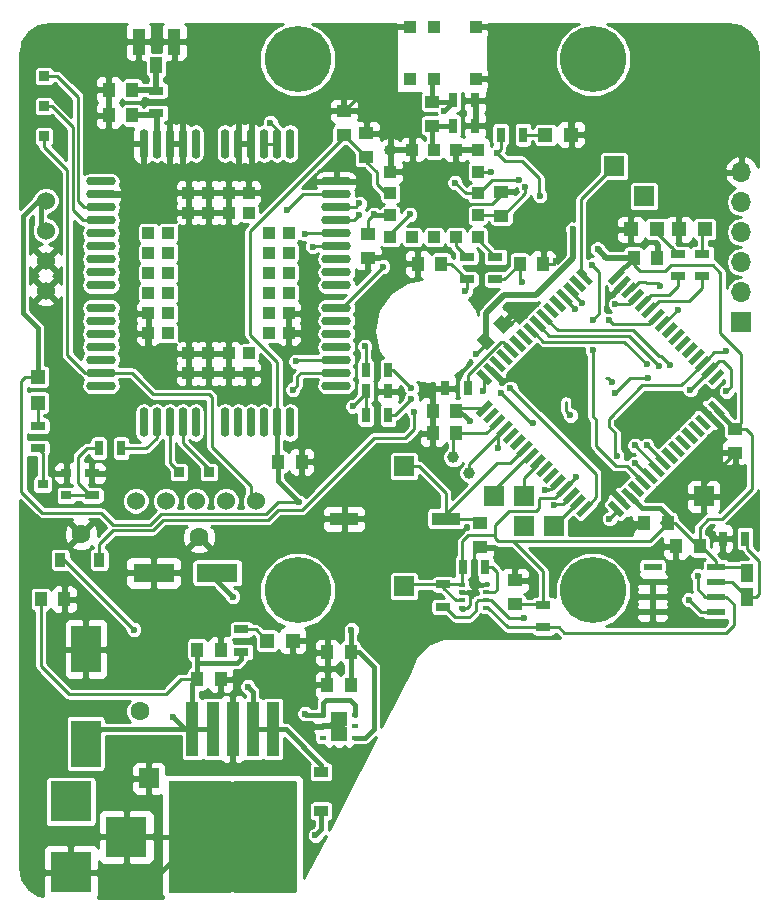
<source format=gbr>
G04 #@! TF.FileFunction,Copper,L1,Top,Signal*
%FSLAX46Y46*%
G04 Gerber Fmt 4.6, Leading zero omitted, Abs format (unit mm)*
G04 Created by KiCad (PCBNEW 4.0.7-e2-6376~58~ubuntu16.04.1) date Thu Oct  5 13:12:38 2017*
%MOMM*%
%LPD*%
G01*
G04 APERTURE LIST*
%ADD10C,0.100000*%
%ADD11R,2.500000X4.000000*%
%ADD12R,1.000000X1.250000*%
%ADD13R,1.250000X1.000000*%
%ADD14R,3.500000X1.600000*%
%ADD15R,0.900000X1.200000*%
%ADD16R,1.200000X1.200000*%
%ADD17R,0.850000X0.850000*%
%ADD18R,1.700000X1.700000*%
%ADD19O,1.700000X1.700000*%
%ADD20R,3.500000X3.500000*%
%ADD21R,1.300000X0.700000*%
%ADD22R,0.700000X1.300000*%
%ADD23R,1.000000X2.200000*%
%ADD24R,1.000000X1.400000*%
%ADD25R,1.000000X1.524000*%
%ADD26R,2.440000X1.120000*%
%ADD27C,1.524000*%
%ADD28R,1.550000X0.600000*%
%ADD29O,1.000000X1.000000*%
%ADD30R,1.000000X1.000000*%
%ADD31C,1.000000*%
%ADD32R,1.100000X4.600000*%
%ADD33R,10.800000X9.400000*%
%ADD34R,5.250000X4.550000*%
%ADD35O,0.750000X2.500000*%
%ADD36O,2.500000X0.750000*%
%ADD37C,5.600000*%
%ADD38R,0.900000X0.800000*%
%ADD39R,1.200000X0.900000*%
%ADD40C,1.600000*%
%ADD41R,0.500000X0.350000*%
%ADD42R,0.630000X0.450000*%
%ADD43R,0.750000X1.300000*%
%ADD44C,0.600000*%
%ADD45C,0.250000*%
%ADD46C,0.500000*%
%ADD47C,0.400000*%
%ADD48C,0.254000*%
G04 APERTURE END LIST*
D10*
D11*
X138170000Y-114930000D03*
X138170000Y-106930000D03*
D12*
X154448000Y-91059000D03*
X156448000Y-91059000D03*
X140097000Y-61722000D03*
X142097000Y-61722000D03*
X140097000Y-59563000D03*
X142097000Y-59563000D03*
D13*
X162052000Y-71771000D03*
X162052000Y-73771000D03*
D12*
X134350000Y-102710000D03*
X136350000Y-102710000D03*
X168259000Y-74295000D03*
X166259000Y-74295000D03*
X174895000Y-74295000D03*
X176895000Y-74295000D03*
D14*
X149300000Y-100460000D03*
X143900000Y-100460000D03*
D13*
X174498000Y-103108000D03*
X174498000Y-101108000D03*
D12*
X160600000Y-107210000D03*
X158600000Y-107210000D03*
X160600000Y-109960000D03*
X158600000Y-109960000D03*
X147600000Y-106960000D03*
X149600000Y-106960000D03*
X147600000Y-109460000D03*
X149600000Y-109460000D03*
D13*
X167513000Y-60595000D03*
X167513000Y-62595000D03*
D15*
X139300000Y-99360000D03*
X136000000Y-99360000D03*
D16*
X177081000Y-63373000D03*
X179281000Y-63373000D03*
X153500000Y-106210000D03*
X155700000Y-106210000D03*
D17*
X134620000Y-58420000D03*
X134620000Y-60960000D03*
X146050000Y-91948000D03*
X148590000Y-91948000D03*
D18*
X193675000Y-79248000D03*
D19*
X193675000Y-76708000D03*
X193675000Y-74168000D03*
X193675000Y-71628000D03*
X193675000Y-69088000D03*
X193675000Y-66548000D03*
D20*
X136900000Y-119820000D03*
X136900000Y-125820000D03*
X141600000Y-122820000D03*
D21*
X170434000Y-73726000D03*
X170434000Y-75626000D03*
X172847000Y-73726000D03*
X172847000Y-75626000D03*
D22*
X171130000Y-60452000D03*
X169230000Y-60452000D03*
X171130000Y-62611000D03*
X169230000Y-62611000D03*
D23*
X142645000Y-55499000D03*
D24*
X144145000Y-57499000D03*
D23*
X145645000Y-55499000D03*
D22*
X173294000Y-63373000D03*
X175194000Y-63373000D03*
X193990000Y-97561400D03*
X192090000Y-97561400D03*
D21*
X151350000Y-107160000D03*
X151350000Y-105260000D03*
X168427400Y-103350100D03*
X168427400Y-101450100D03*
X176911000Y-105090000D03*
X176911000Y-103190000D03*
D22*
X172006300Y-99974400D03*
X170106300Y-99974400D03*
D25*
X194183000Y-102489000D03*
X194183000Y-100457000D03*
D26*
X160033000Y-95885000D03*
X168643000Y-95885000D03*
D27*
X134759700Y-68948300D03*
X134759700Y-71488300D03*
X134759700Y-74028300D03*
X134759700Y-76568300D03*
X142379700Y-94348300D03*
X144919700Y-94348300D03*
X147459700Y-94348300D03*
X149999700Y-94348300D03*
X152539700Y-94348300D03*
D28*
X186149000Y-99949000D03*
X186149000Y-101219000D03*
X186149000Y-102489000D03*
X186149000Y-103759000D03*
X191549000Y-103759000D03*
X191549000Y-102489000D03*
X191549000Y-101219000D03*
X191549000Y-99949000D03*
D29*
X163957000Y-64643000D03*
D30*
X165807000Y-64643000D03*
X167657000Y-64643000D03*
X171357000Y-64643000D03*
X169507000Y-64643000D03*
X171357000Y-66493000D03*
X171357000Y-68343000D03*
X171357000Y-70193000D03*
X171357000Y-72043000D03*
X169507000Y-72043000D03*
X167657000Y-72043000D03*
X165807000Y-72043000D03*
X163957000Y-72043000D03*
X163957000Y-70193000D03*
X163957000Y-68343000D03*
X163957000Y-66493000D03*
X165608000Y-58674000D03*
X167608000Y-58674000D03*
X171208000Y-58674000D03*
X171208000Y-54274000D03*
X167608000Y-54274000D03*
X165608000Y-54274000D03*
D31*
X169291000Y-90678000D03*
X170634503Y-92021503D03*
D32*
X154000000Y-113685000D03*
X152300000Y-113685000D03*
X150600000Y-113685000D03*
X148900000Y-113685000D03*
X147200000Y-113685000D03*
D33*
X150600000Y-122835000D03*
D34*
X147825000Y-125260000D03*
X153375000Y-120410000D03*
X153375000Y-125260000D03*
X147825000Y-120410000D03*
D21*
X134100000Y-89910000D03*
X134100000Y-88010000D03*
X144145000Y-59629000D03*
X144145000Y-61529000D03*
D16*
X134100000Y-83860000D03*
X134100000Y-86060000D03*
D30*
X148556000Y-83577000D03*
X146856000Y-83577000D03*
X146856000Y-81877000D03*
X148556000Y-81877000D03*
X148556000Y-68277000D03*
X148556000Y-69977000D03*
X146856000Y-68277000D03*
X146856000Y-69977000D03*
X143456000Y-80177000D03*
X145156000Y-80177000D03*
X143456000Y-78477000D03*
X145156000Y-78477000D03*
X143456000Y-76777000D03*
X145156000Y-76777000D03*
X143456000Y-75077000D03*
X145156000Y-75077000D03*
X143456000Y-73377000D03*
X145156000Y-73377000D03*
X143456000Y-71677000D03*
D35*
X155456000Y-87727000D03*
X154356000Y-87727000D03*
X153256000Y-87727000D03*
X152156000Y-87727000D03*
X151056000Y-87727000D03*
X149956000Y-87727000D03*
X147456000Y-87727000D03*
X146356000Y-87727000D03*
X145256000Y-87727000D03*
X144156000Y-87727000D03*
X143056000Y-87727000D03*
D36*
X159356000Y-84627000D03*
X159356000Y-83527000D03*
X159356000Y-82427000D03*
X159356000Y-81327000D03*
X159356000Y-80227000D03*
X159356000Y-79127000D03*
X159356000Y-78027000D03*
X159356000Y-76127000D03*
X159356000Y-75027000D03*
X159356000Y-73927000D03*
X159356000Y-72827000D03*
X159356000Y-71727000D03*
X159356000Y-70627000D03*
X159356000Y-69527000D03*
X159356000Y-68427000D03*
X159356000Y-67327000D03*
D35*
X143056000Y-64127000D03*
X144156000Y-64127000D03*
X145256000Y-64127000D03*
X146356000Y-64127000D03*
X147456000Y-64127000D03*
X149956000Y-64127000D03*
X151056000Y-64127000D03*
X152156000Y-64127000D03*
X153256000Y-64127000D03*
X154356000Y-64127000D03*
X155456000Y-64127000D03*
D36*
X139456000Y-67327000D03*
X139456000Y-68427000D03*
X139456000Y-69527000D03*
X139456000Y-70627000D03*
X139456000Y-71727000D03*
X139456000Y-72827000D03*
X139456000Y-73927000D03*
X139456000Y-75027000D03*
X139456000Y-76127000D03*
X139456000Y-78027000D03*
X139456000Y-79127000D03*
X139456000Y-80227000D03*
X139456000Y-81327000D03*
X139456000Y-82427000D03*
X139456000Y-83527000D03*
X139456000Y-84627000D03*
D30*
X153656000Y-71677000D03*
X155356000Y-71677000D03*
X153656000Y-73377000D03*
X155356000Y-73377000D03*
X153656000Y-75077000D03*
X155356000Y-75077000D03*
X153656000Y-76777000D03*
X155356000Y-76777000D03*
X153656000Y-78477000D03*
X155356000Y-78477000D03*
X153656000Y-80177000D03*
X155356000Y-80177000D03*
X151956000Y-69977000D03*
X151956000Y-68277000D03*
X150256000Y-69977000D03*
X150256000Y-68277000D03*
X150256000Y-81877000D03*
X151956000Y-81877000D03*
X151956000Y-83577000D03*
X150256000Y-83577000D03*
X145156000Y-71677000D03*
D37*
X181100000Y-101960000D03*
X156100000Y-56960000D03*
X181100000Y-56960000D03*
X156100000Y-101960000D03*
D22*
X141158000Y-89916000D03*
X139258000Y-89916000D03*
D38*
X136509000Y-93914000D03*
X136509000Y-92014000D03*
X134509000Y-92964000D03*
D10*
G36*
X173338719Y-78634398D02*
X174222602Y-79518281D01*
X173515495Y-80225388D01*
X172631612Y-79341505D01*
X173338719Y-78634398D01*
X173338719Y-78634398D01*
G37*
G36*
X171924505Y-80048612D02*
X172808388Y-80932495D01*
X172101281Y-81639602D01*
X171217398Y-80755719D01*
X171924505Y-80048612D01*
X171924505Y-80048612D01*
G37*
D12*
X187436000Y-96266000D03*
X185436000Y-96266000D03*
D13*
X193167000Y-88281000D03*
X193167000Y-90281000D03*
D12*
X186547000Y-73787000D03*
X184547000Y-73787000D03*
D13*
X160020000Y-63357000D03*
X160020000Y-61357000D03*
X161925000Y-65262000D03*
X161925000Y-63262000D03*
X173355000Y-70215000D03*
X173355000Y-68215000D03*
D39*
X158100000Y-117310000D03*
X158100000Y-120610000D03*
D22*
X163764000Y-83312000D03*
X161864000Y-83312000D03*
X163764000Y-87122000D03*
X161864000Y-87122000D03*
X163764000Y-85090000D03*
X161864000Y-85090000D03*
D21*
X138684000Y-92014000D03*
X138684000Y-93914000D03*
D18*
X165100000Y-101600000D03*
X182880000Y-66040000D03*
X190500000Y-93980000D03*
X185420000Y-68580000D03*
X165100000Y-91440000D03*
D12*
X169529000Y-88646000D03*
X167529000Y-88646000D03*
X169529000Y-86741000D03*
X167529000Y-86741000D03*
D22*
X168595000Y-84836000D03*
X170495000Y-84836000D03*
D40*
X147748000Y-97442000D03*
X137748000Y-97192000D03*
X142748000Y-112192000D03*
D13*
X171577000Y-98282000D03*
X171577000Y-96282000D03*
D17*
X134620000Y-63500000D03*
D41*
X172081000Y-101473000D03*
X172081000Y-102123000D03*
X172081000Y-102773000D03*
X172081000Y-103423000D03*
X170031000Y-103423000D03*
X170031000Y-102773000D03*
X170031000Y-102123000D03*
X170031000Y-101473000D03*
D12*
X188128400Y-98221800D03*
X190128400Y-98221800D03*
D16*
X186520000Y-71374000D03*
X184320000Y-71374000D03*
X190584000Y-71374000D03*
X188384000Y-71374000D03*
D21*
X188341000Y-73472000D03*
X188341000Y-75372000D03*
X190373000Y-73472000D03*
X190373000Y-75372000D03*
D42*
X158260000Y-112510000D03*
X158260000Y-113460000D03*
X158260000Y-114410000D03*
X160940000Y-114410000D03*
X160940000Y-113460000D03*
X160940000Y-112510000D03*
D43*
X159975000Y-114110000D03*
X159975000Y-112810000D03*
X159225000Y-114110000D03*
X159225000Y-112810000D03*
D10*
G36*
X171554663Y-87267610D02*
X171201109Y-86914056D01*
X172261769Y-85853396D01*
X172615323Y-86206950D01*
X171554663Y-87267610D01*
X171554663Y-87267610D01*
G37*
G36*
X172120348Y-87833295D02*
X171766794Y-87479741D01*
X172827454Y-86419081D01*
X173181008Y-86772635D01*
X172120348Y-87833295D01*
X172120348Y-87833295D01*
G37*
G36*
X172686034Y-88398981D02*
X172332480Y-88045427D01*
X173393140Y-86984767D01*
X173746694Y-87338321D01*
X172686034Y-88398981D01*
X172686034Y-88398981D01*
G37*
G36*
X173251719Y-88964666D02*
X172898165Y-88611112D01*
X173958825Y-87550452D01*
X174312379Y-87904006D01*
X173251719Y-88964666D01*
X173251719Y-88964666D01*
G37*
G36*
X173817404Y-89530352D02*
X173463850Y-89176798D01*
X174524510Y-88116138D01*
X174878064Y-88469692D01*
X173817404Y-89530352D01*
X173817404Y-89530352D01*
G37*
G36*
X174383090Y-90096037D02*
X174029536Y-89742483D01*
X175090196Y-88681823D01*
X175443750Y-89035377D01*
X174383090Y-90096037D01*
X174383090Y-90096037D01*
G37*
G36*
X174948775Y-90661722D02*
X174595221Y-90308168D01*
X175655881Y-89247508D01*
X176009435Y-89601062D01*
X174948775Y-90661722D01*
X174948775Y-90661722D01*
G37*
G36*
X175514461Y-91227408D02*
X175160907Y-90873854D01*
X176221567Y-89813194D01*
X176575121Y-90166748D01*
X175514461Y-91227408D01*
X175514461Y-91227408D01*
G37*
G36*
X176080146Y-91793093D02*
X175726592Y-91439539D01*
X176787252Y-90378879D01*
X177140806Y-90732433D01*
X176080146Y-91793093D01*
X176080146Y-91793093D01*
G37*
G36*
X176645832Y-92358779D02*
X176292278Y-92005225D01*
X177352938Y-90944565D01*
X177706492Y-91298119D01*
X176645832Y-92358779D01*
X176645832Y-92358779D01*
G37*
G36*
X177211517Y-92924464D02*
X176857963Y-92570910D01*
X177918623Y-91510250D01*
X178272177Y-91863804D01*
X177211517Y-92924464D01*
X177211517Y-92924464D01*
G37*
G36*
X177777202Y-93490150D02*
X177423648Y-93136596D01*
X178484308Y-92075936D01*
X178837862Y-92429490D01*
X177777202Y-93490150D01*
X177777202Y-93490150D01*
G37*
G36*
X178342888Y-94055835D02*
X177989334Y-93702281D01*
X179049994Y-92641621D01*
X179403548Y-92995175D01*
X178342888Y-94055835D01*
X178342888Y-94055835D01*
G37*
G36*
X178908573Y-94621520D02*
X178555019Y-94267966D01*
X179615679Y-93207306D01*
X179969233Y-93560860D01*
X178908573Y-94621520D01*
X178908573Y-94621520D01*
G37*
G36*
X179474259Y-95187206D02*
X179120705Y-94833652D01*
X180181365Y-93772992D01*
X180534919Y-94126546D01*
X179474259Y-95187206D01*
X179474259Y-95187206D01*
G37*
G36*
X180039944Y-95752891D02*
X179686390Y-95399337D01*
X180747050Y-94338677D01*
X181100604Y-94692231D01*
X180039944Y-95752891D01*
X180039944Y-95752891D01*
G37*
G36*
X183787610Y-95399337D02*
X183434056Y-95752891D01*
X182373396Y-94692231D01*
X182726950Y-94338677D01*
X183787610Y-95399337D01*
X183787610Y-95399337D01*
G37*
G36*
X184353295Y-94833652D02*
X183999741Y-95187206D01*
X182939081Y-94126546D01*
X183292635Y-93772992D01*
X184353295Y-94833652D01*
X184353295Y-94833652D01*
G37*
G36*
X184918981Y-94267966D02*
X184565427Y-94621520D01*
X183504767Y-93560860D01*
X183858321Y-93207306D01*
X184918981Y-94267966D01*
X184918981Y-94267966D01*
G37*
G36*
X185484666Y-93702281D02*
X185131112Y-94055835D01*
X184070452Y-92995175D01*
X184424006Y-92641621D01*
X185484666Y-93702281D01*
X185484666Y-93702281D01*
G37*
G36*
X186050352Y-93136596D02*
X185696798Y-93490150D01*
X184636138Y-92429490D01*
X184989692Y-92075936D01*
X186050352Y-93136596D01*
X186050352Y-93136596D01*
G37*
G36*
X186616037Y-92570910D02*
X186262483Y-92924464D01*
X185201823Y-91863804D01*
X185555377Y-91510250D01*
X186616037Y-92570910D01*
X186616037Y-92570910D01*
G37*
G36*
X187181722Y-92005225D02*
X186828168Y-92358779D01*
X185767508Y-91298119D01*
X186121062Y-90944565D01*
X187181722Y-92005225D01*
X187181722Y-92005225D01*
G37*
G36*
X187747408Y-91439539D02*
X187393854Y-91793093D01*
X186333194Y-90732433D01*
X186686748Y-90378879D01*
X187747408Y-91439539D01*
X187747408Y-91439539D01*
G37*
G36*
X188313093Y-90873854D02*
X187959539Y-91227408D01*
X186898879Y-90166748D01*
X187252433Y-89813194D01*
X188313093Y-90873854D01*
X188313093Y-90873854D01*
G37*
G36*
X188878779Y-90308168D02*
X188525225Y-90661722D01*
X187464565Y-89601062D01*
X187818119Y-89247508D01*
X188878779Y-90308168D01*
X188878779Y-90308168D01*
G37*
G36*
X189444464Y-89742483D02*
X189090910Y-90096037D01*
X188030250Y-89035377D01*
X188383804Y-88681823D01*
X189444464Y-89742483D01*
X189444464Y-89742483D01*
G37*
G36*
X190010150Y-89176798D02*
X189656596Y-89530352D01*
X188595936Y-88469692D01*
X188949490Y-88116138D01*
X190010150Y-89176798D01*
X190010150Y-89176798D01*
G37*
G36*
X190575835Y-88611112D02*
X190222281Y-88964666D01*
X189161621Y-87904006D01*
X189515175Y-87550452D01*
X190575835Y-88611112D01*
X190575835Y-88611112D01*
G37*
G36*
X191141520Y-88045427D02*
X190787966Y-88398981D01*
X189727306Y-87338321D01*
X190080860Y-86984767D01*
X191141520Y-88045427D01*
X191141520Y-88045427D01*
G37*
G36*
X191707206Y-87479741D02*
X191353652Y-87833295D01*
X190292992Y-86772635D01*
X190646546Y-86419081D01*
X191707206Y-87479741D01*
X191707206Y-87479741D01*
G37*
G36*
X192272891Y-86914056D02*
X191919337Y-87267610D01*
X190858677Y-86206950D01*
X191212231Y-85853396D01*
X192272891Y-86914056D01*
X192272891Y-86914056D01*
G37*
G36*
X191212231Y-84580604D02*
X190858677Y-84227050D01*
X191919337Y-83166390D01*
X192272891Y-83519944D01*
X191212231Y-84580604D01*
X191212231Y-84580604D01*
G37*
G36*
X190646546Y-84014919D02*
X190292992Y-83661365D01*
X191353652Y-82600705D01*
X191707206Y-82954259D01*
X190646546Y-84014919D01*
X190646546Y-84014919D01*
G37*
G36*
X190080860Y-83449233D02*
X189727306Y-83095679D01*
X190787966Y-82035019D01*
X191141520Y-82388573D01*
X190080860Y-83449233D01*
X190080860Y-83449233D01*
G37*
G36*
X189515175Y-82883548D02*
X189161621Y-82529994D01*
X190222281Y-81469334D01*
X190575835Y-81822888D01*
X189515175Y-82883548D01*
X189515175Y-82883548D01*
G37*
G36*
X188949490Y-82317862D02*
X188595936Y-81964308D01*
X189656596Y-80903648D01*
X190010150Y-81257202D01*
X188949490Y-82317862D01*
X188949490Y-82317862D01*
G37*
G36*
X188383804Y-81752177D02*
X188030250Y-81398623D01*
X189090910Y-80337963D01*
X189444464Y-80691517D01*
X188383804Y-81752177D01*
X188383804Y-81752177D01*
G37*
G36*
X187818119Y-81186492D02*
X187464565Y-80832938D01*
X188525225Y-79772278D01*
X188878779Y-80125832D01*
X187818119Y-81186492D01*
X187818119Y-81186492D01*
G37*
G36*
X187252433Y-80620806D02*
X186898879Y-80267252D01*
X187959539Y-79206592D01*
X188313093Y-79560146D01*
X187252433Y-80620806D01*
X187252433Y-80620806D01*
G37*
G36*
X186686748Y-80055121D02*
X186333194Y-79701567D01*
X187393854Y-78640907D01*
X187747408Y-78994461D01*
X186686748Y-80055121D01*
X186686748Y-80055121D01*
G37*
G36*
X186121062Y-79489435D02*
X185767508Y-79135881D01*
X186828168Y-78075221D01*
X187181722Y-78428775D01*
X186121062Y-79489435D01*
X186121062Y-79489435D01*
G37*
G36*
X185555377Y-78923750D02*
X185201823Y-78570196D01*
X186262483Y-77509536D01*
X186616037Y-77863090D01*
X185555377Y-78923750D01*
X185555377Y-78923750D01*
G37*
G36*
X184989692Y-78358064D02*
X184636138Y-78004510D01*
X185696798Y-76943850D01*
X186050352Y-77297404D01*
X184989692Y-78358064D01*
X184989692Y-78358064D01*
G37*
G36*
X184424006Y-77792379D02*
X184070452Y-77438825D01*
X185131112Y-76378165D01*
X185484666Y-76731719D01*
X184424006Y-77792379D01*
X184424006Y-77792379D01*
G37*
G36*
X183858321Y-77226694D02*
X183504767Y-76873140D01*
X184565427Y-75812480D01*
X184918981Y-76166034D01*
X183858321Y-77226694D01*
X183858321Y-77226694D01*
G37*
G36*
X183292635Y-76661008D02*
X182939081Y-76307454D01*
X183999741Y-75246794D01*
X184353295Y-75600348D01*
X183292635Y-76661008D01*
X183292635Y-76661008D01*
G37*
G36*
X182726950Y-76095323D02*
X182373396Y-75741769D01*
X183434056Y-74681109D01*
X183787610Y-75034663D01*
X182726950Y-76095323D01*
X182726950Y-76095323D01*
G37*
G36*
X181100604Y-75741769D02*
X180747050Y-76095323D01*
X179686390Y-75034663D01*
X180039944Y-74681109D01*
X181100604Y-75741769D01*
X181100604Y-75741769D01*
G37*
G36*
X180534919Y-76307454D02*
X180181365Y-76661008D01*
X179120705Y-75600348D01*
X179474259Y-75246794D01*
X180534919Y-76307454D01*
X180534919Y-76307454D01*
G37*
G36*
X179969233Y-76873140D02*
X179615679Y-77226694D01*
X178555019Y-76166034D01*
X178908573Y-75812480D01*
X179969233Y-76873140D01*
X179969233Y-76873140D01*
G37*
G36*
X179403548Y-77438825D02*
X179049994Y-77792379D01*
X177989334Y-76731719D01*
X178342888Y-76378165D01*
X179403548Y-77438825D01*
X179403548Y-77438825D01*
G37*
G36*
X178837862Y-78004510D02*
X178484308Y-78358064D01*
X177423648Y-77297404D01*
X177777202Y-76943850D01*
X178837862Y-78004510D01*
X178837862Y-78004510D01*
G37*
G36*
X178272177Y-78570196D02*
X177918623Y-78923750D01*
X176857963Y-77863090D01*
X177211517Y-77509536D01*
X178272177Y-78570196D01*
X178272177Y-78570196D01*
G37*
G36*
X177706492Y-79135881D02*
X177352938Y-79489435D01*
X176292278Y-78428775D01*
X176645832Y-78075221D01*
X177706492Y-79135881D01*
X177706492Y-79135881D01*
G37*
G36*
X177140806Y-79701567D02*
X176787252Y-80055121D01*
X175726592Y-78994461D01*
X176080146Y-78640907D01*
X177140806Y-79701567D01*
X177140806Y-79701567D01*
G37*
G36*
X176575121Y-80267252D02*
X176221567Y-80620806D01*
X175160907Y-79560146D01*
X175514461Y-79206592D01*
X176575121Y-80267252D01*
X176575121Y-80267252D01*
G37*
G36*
X176009435Y-80832938D02*
X175655881Y-81186492D01*
X174595221Y-80125832D01*
X174948775Y-79772278D01*
X176009435Y-80832938D01*
X176009435Y-80832938D01*
G37*
G36*
X175443750Y-81398623D02*
X175090196Y-81752177D01*
X174029536Y-80691517D01*
X174383090Y-80337963D01*
X175443750Y-81398623D01*
X175443750Y-81398623D01*
G37*
G36*
X174878064Y-81964308D02*
X174524510Y-82317862D01*
X173463850Y-81257202D01*
X173817404Y-80903648D01*
X174878064Y-81964308D01*
X174878064Y-81964308D01*
G37*
G36*
X174312379Y-82529994D02*
X173958825Y-82883548D01*
X172898165Y-81822888D01*
X173251719Y-81469334D01*
X174312379Y-82529994D01*
X174312379Y-82529994D01*
G37*
G36*
X173746694Y-83095679D02*
X173393140Y-83449233D01*
X172332480Y-82388573D01*
X172686034Y-82035019D01*
X173746694Y-83095679D01*
X173746694Y-83095679D01*
G37*
G36*
X173181008Y-83661365D02*
X172827454Y-84014919D01*
X171766794Y-82954259D01*
X172120348Y-82600705D01*
X173181008Y-83661365D01*
X173181008Y-83661365D01*
G37*
G36*
X172615323Y-84227050D02*
X172261769Y-84580604D01*
X171201109Y-83519944D01*
X171554663Y-83166390D01*
X172615323Y-84227050D01*
X172615323Y-84227050D01*
G37*
D18*
X172720000Y-93980000D03*
X175260000Y-93980000D03*
X175260000Y-96520000D03*
X177800000Y-96520000D03*
X143510000Y-117856000D03*
D44*
X185801000Y-83947000D03*
X183007000Y-85217000D03*
X182753000Y-84328000D03*
X179197000Y-87122000D03*
X142240000Y-105283000D03*
X173482000Y-99187000D03*
X182626000Y-92964000D03*
X179705000Y-83947000D03*
X179832000Y-85471000D03*
X180213000Y-88773000D03*
X183134000Y-87757000D03*
X191262000Y-97155000D03*
X189992000Y-91567000D03*
X191262000Y-90424000D03*
X186436000Y-98679000D03*
X159766000Y-113284000D03*
X159225000Y-114110000D03*
X156972000Y-80391000D03*
X156972000Y-77597000D03*
X156718000Y-74422000D03*
X151003000Y-72009000D03*
X146431000Y-72009000D03*
X146431000Y-73406000D03*
X150622000Y-73025000D03*
X150495000Y-75311000D03*
X146558000Y-75311000D03*
X146431000Y-77343000D03*
X150622000Y-77470000D03*
X150749000Y-79629000D03*
X146812000Y-79629000D03*
X143637000Y-82296000D03*
X141732000Y-68707000D03*
X143002000Y-69723000D03*
X144526000Y-66802000D03*
X143002000Y-66802000D03*
X179832000Y-61468000D03*
X181229000Y-61341000D03*
X184531000Y-62103000D03*
X182880000Y-63754000D03*
X179705000Y-65278000D03*
X174879000Y-61722000D03*
X176149000Y-60579000D03*
X178816000Y-60325000D03*
X177292000Y-58547000D03*
X172847000Y-59817000D03*
X174117000Y-58674000D03*
X165735000Y-62865000D03*
X165481000Y-60833000D03*
X163830000Y-61722000D03*
X162433000Y-60833000D03*
X161290000Y-59055000D03*
X163703000Y-58420000D03*
X162306000Y-56642000D03*
X160020000Y-57785000D03*
X159766000Y-55118000D03*
X162306000Y-54610000D03*
X173609000Y-57404000D03*
X167563800Y-70256400D03*
X175641000Y-82296000D03*
X175260000Y-78232000D03*
X184404000Y-98679000D03*
X184378600Y-96964500D03*
X161645600Y-66903600D03*
X165773100Y-66446400D03*
X182270400Y-78155800D03*
X177965100Y-74104500D03*
X173101000Y-89916000D03*
X165989000Y-86868000D03*
X153784300Y-62344300D03*
X162560000Y-70104000D03*
X170688000Y-87630000D03*
X156718000Y-112395000D03*
X145542000Y-112649000D03*
X170307000Y-76581000D03*
X175133000Y-75819000D03*
X150622000Y-102489000D03*
X151892000Y-110109000D03*
X184658000Y-91186000D03*
X175387000Y-67818000D03*
X169418000Y-67437000D03*
X184658000Y-89662000D03*
X174879000Y-67183000D03*
X168529000Y-61341000D03*
X157607000Y-122682000D03*
X188277500Y-78232000D03*
X186690000Y-82931000D03*
X185674000Y-82804000D03*
X187667900Y-82880200D03*
X186817000Y-76200000D03*
X181089300Y-81597500D03*
X181089300Y-79032100D03*
X181063900Y-74396600D03*
X176606200Y-68541900D03*
X165608000Y-70104000D03*
X172974000Y-64897000D03*
X192405000Y-81661000D03*
X175260000Y-104267000D03*
X183134000Y-90551000D03*
X189230000Y-102743000D03*
X192405000Y-85090000D03*
X189357000Y-84963000D03*
X189992000Y-100711000D03*
X179578000Y-78105000D03*
X165735000Y-84836000D03*
X180213000Y-77597000D03*
X165735000Y-85725000D03*
X173355000Y-85217000D03*
X176022000Y-87757000D03*
X182499000Y-95885000D03*
X174117000Y-84836000D03*
X182460900Y-79070200D03*
X185674000Y-89662000D03*
X172466000Y-66548000D03*
X161798000Y-81280000D03*
X160782000Y-86360000D03*
X183007000Y-77724000D03*
X163322000Y-74549000D03*
X157378400Y-72847200D03*
X156718000Y-71767700D03*
X161315400Y-70167500D03*
X161340800Y-69189600D03*
X155206700Y-69735700D03*
X179705000Y-92329000D03*
X171831000Y-85090000D03*
X171196000Y-81915000D03*
X181495700Y-73037700D03*
X179400200Y-71361300D03*
X160655000Y-105283000D03*
X156210000Y-94488000D03*
X155702000Y-84963000D03*
X155956000Y-82550000D03*
X177800000Y-94742000D03*
X177038000Y-93472000D03*
D45*
X182245000Y-83947000D02*
X182372000Y-83947000D01*
X184277000Y-83947000D02*
X185801000Y-83947000D01*
X183007000Y-85217000D02*
X184277000Y-83947000D01*
X182372000Y-83947000D02*
X182753000Y-84328000D01*
X178816000Y-85979000D02*
X178816000Y-86741000D01*
X178816000Y-86741000D02*
X179197000Y-87122000D01*
X136000000Y-99360000D02*
X136317000Y-99360000D01*
X136317000Y-99360000D02*
X142240000Y-105283000D01*
X171577000Y-98282000D02*
X172577000Y-98282000D01*
X172577000Y-98282000D02*
X173482000Y-99187000D01*
D46*
X190360911Y-86487000D02*
X191000099Y-87126188D01*
X184404000Y-86487000D02*
X190360911Y-86487000D01*
X183134000Y-87757000D02*
X184404000Y-86487000D01*
D45*
X158260000Y-113460000D02*
X158672000Y-113460000D01*
X158672000Y-113460000D02*
X159322000Y-112810000D01*
X159322000Y-112810000D02*
X159975000Y-112810000D01*
X159975000Y-112810000D02*
X159975000Y-114110000D01*
X159975000Y-114110000D02*
X159225000Y-114110000D01*
X159225000Y-114110000D02*
X159225000Y-112810000D01*
X159225000Y-112810000D02*
X158877000Y-113158000D01*
X158877000Y-113158000D02*
X158877000Y-113460000D01*
X158877000Y-113460000D02*
X159225000Y-114110000D01*
X191668400Y-97561400D02*
X192090000Y-97561400D01*
X191262000Y-97155000D02*
X191668400Y-97561400D01*
X193167000Y-90281000D02*
X191405000Y-90281000D01*
X191897000Y-88023089D02*
X191000099Y-87126188D01*
X191897000Y-88646000D02*
X191897000Y-88023089D01*
X190119000Y-90424000D02*
X191897000Y-88646000D01*
X190119000Y-91440000D02*
X190119000Y-90424000D01*
X189992000Y-91567000D02*
X190119000Y-91440000D01*
X191405000Y-90281000D02*
X191262000Y-90424000D01*
X188128400Y-98221800D02*
X186893200Y-98221800D01*
X186893200Y-98221800D02*
X186436000Y-98679000D01*
X170031000Y-103423000D02*
X170421598Y-103423000D01*
X170449000Y-102123000D02*
X170031000Y-102123000D01*
X170688000Y-102362000D02*
X170449000Y-102123000D01*
X170688000Y-103156598D02*
X170688000Y-102362000D01*
X170421598Y-103423000D02*
X170688000Y-103156598D01*
D46*
X159766000Y-113284000D02*
X159975000Y-113075000D01*
X159975000Y-113075000D02*
X159975000Y-112810000D01*
X158260000Y-113460000D02*
X159325000Y-113460000D01*
X159325000Y-113460000D02*
X159975000Y-112810000D01*
X143456000Y-80177000D02*
X143456000Y-82115000D01*
X156758000Y-80177000D02*
X155356000Y-80177000D01*
X156972000Y-80391000D02*
X156758000Y-80177000D01*
X156972000Y-74676000D02*
X156972000Y-77597000D01*
X156718000Y-74422000D02*
X156972000Y-74676000D01*
X146431000Y-72009000D02*
X151003000Y-72009000D01*
X150241000Y-73406000D02*
X146431000Y-73406000D01*
X150622000Y-73025000D02*
X150241000Y-73406000D01*
X146558000Y-75311000D02*
X150495000Y-75311000D01*
X150495000Y-77343000D02*
X146431000Y-77343000D01*
X150622000Y-77470000D02*
X150495000Y-77343000D01*
X146812000Y-79629000D02*
X150749000Y-79629000D01*
X143456000Y-82115000D02*
X143637000Y-82296000D01*
X143056000Y-64127000D02*
X143056000Y-66748000D01*
X141452000Y-68427000D02*
X139456000Y-68427000D01*
X141732000Y-68707000D02*
X141452000Y-68427000D01*
X143002000Y-68326000D02*
X143002000Y-69723000D01*
X144526000Y-66802000D02*
X143002000Y-68326000D01*
X143056000Y-66748000D02*
X143002000Y-66802000D01*
X179281000Y-62019000D02*
X179281000Y-63373000D01*
X179832000Y-61468000D02*
X179281000Y-62019000D01*
X183769000Y-61341000D02*
X181229000Y-61341000D01*
X184531000Y-62103000D02*
X183769000Y-61341000D01*
X181229000Y-63754000D02*
X182880000Y-63754000D01*
X179705000Y-65278000D02*
X181229000Y-63754000D01*
X175006000Y-61722000D02*
X174879000Y-61722000D01*
X176149000Y-60579000D02*
X175006000Y-61722000D01*
X178816000Y-60071000D02*
X178816000Y-60325000D01*
X177292000Y-58547000D02*
X178816000Y-60071000D01*
X173609000Y-57404000D02*
X173609000Y-58166000D01*
X172656500Y-58610500D02*
X172656500Y-58674000D01*
X172656500Y-59626500D02*
X172656500Y-58610500D01*
X172847000Y-59817000D02*
X172656500Y-59626500D01*
X173609000Y-58166000D02*
X174117000Y-58674000D01*
X164166000Y-54274000D02*
X162642000Y-54274000D01*
X165807000Y-62937000D02*
X165807000Y-64643000D01*
X165735000Y-62865000D02*
X165807000Y-62937000D01*
X164719000Y-60833000D02*
X165481000Y-60833000D01*
X163830000Y-61722000D02*
X164719000Y-60833000D01*
X162433000Y-60198000D02*
X162433000Y-60833000D01*
X161290000Y-59055000D02*
X162433000Y-60198000D01*
X163703000Y-58039000D02*
X163703000Y-58420000D01*
X162306000Y-56642000D02*
X163703000Y-58039000D01*
X160020000Y-55372000D02*
X160020000Y-57785000D01*
X159766000Y-55118000D02*
X160020000Y-55372000D01*
X162642000Y-54274000D02*
X162306000Y-54610000D01*
X171208000Y-58674000D02*
X172339000Y-58674000D01*
X172339000Y-58674000D02*
X172466000Y-58801000D01*
X171208000Y-54274000D02*
X172384000Y-54274000D01*
X165608000Y-54274000D02*
X164166000Y-54274000D01*
D45*
X163576000Y-57801000D02*
X160020000Y-61357000D01*
X163576000Y-54864000D02*
X163576000Y-57801000D01*
X164166000Y-54274000D02*
X163576000Y-54864000D01*
X171208000Y-58674000D02*
X172656500Y-58674000D01*
X173101000Y-57404000D02*
X173609000Y-57404000D01*
X172466000Y-56769000D02*
X173101000Y-57404000D01*
X172466000Y-54356000D02*
X172466000Y-56769000D01*
X172384000Y-54274000D02*
X172466000Y-54356000D01*
X167487600Y-70180200D02*
X167487600Y-69215000D01*
X167563800Y-70256400D02*
X167487600Y-70180200D01*
X172081000Y-101473000D02*
X171615100Y-101473000D01*
X171005500Y-98853500D02*
X171577000Y-98282000D01*
X171005500Y-100863400D02*
X171005500Y-98853500D01*
X171615100Y-101473000D02*
X171005500Y-100863400D01*
X172473901Y-83307812D02*
X172473901Y-83446901D01*
X172473901Y-83446901D02*
X173101000Y-84074000D01*
X173101000Y-84074000D02*
X173863000Y-84074000D01*
X173863000Y-84074000D02*
X175641000Y-82296000D01*
X175260000Y-78232000D02*
X174125607Y-79366393D01*
X174125607Y-79366393D02*
X174125607Y-79429893D01*
X174125607Y-79429893D02*
X173427107Y-79429893D01*
X173355000Y-68215000D02*
X173355000Y-68453000D01*
X173355000Y-68453000D02*
X172593000Y-69215000D01*
X172593000Y-69215000D02*
X167487600Y-69215000D01*
X167487600Y-69215000D02*
X167398700Y-69215000D01*
X167398700Y-69215000D02*
X165773100Y-67589400D01*
X165773100Y-67589400D02*
X165773100Y-66446400D01*
X186149000Y-101219000D02*
X185445400Y-101219000D01*
X185445400Y-101219000D02*
X184404000Y-100177600D01*
X184404000Y-100177600D02*
X184404000Y-98679000D01*
X184378600Y-96964500D02*
X185077100Y-96266000D01*
X185077100Y-96266000D02*
X185436000Y-96266000D01*
D46*
X173427107Y-79429893D02*
X174125607Y-79429893D01*
D45*
X185436000Y-96266000D02*
X185436000Y-96180400D01*
X159356000Y-67327000D02*
X161222200Y-67327000D01*
X161222200Y-67327000D02*
X161645600Y-66903600D01*
X163957000Y-66493000D02*
X165726500Y-66493000D01*
X165726500Y-66493000D02*
X165773100Y-66446400D01*
X183646188Y-75953901D02*
X183621399Y-75953901D01*
X183621399Y-75953901D02*
X182245000Y-77330300D01*
X182245000Y-77330300D02*
X182245000Y-78155800D01*
X182245000Y-78155800D02*
X182270400Y-78155800D01*
X177965100Y-74104500D02*
X177774600Y-74295000D01*
X177774600Y-74295000D02*
X176895000Y-74295000D01*
X190500000Y-93980000D02*
X190500000Y-92948000D01*
X190500000Y-92948000D02*
X193167000Y-90281000D01*
D47*
X150600000Y-122835000D02*
X147548000Y-122835000D01*
X147548000Y-122835000D02*
X144563000Y-125820000D01*
X144563000Y-125820000D02*
X136900000Y-125820000D01*
X141600000Y-122820000D02*
X150585000Y-122820000D01*
X150585000Y-122820000D02*
X150600000Y-122835000D01*
D45*
X169529000Y-88646000D02*
X172085461Y-88646000D01*
X172085461Y-88646000D02*
X173039587Y-87691874D01*
X169291000Y-90678000D02*
X169291000Y-88884000D01*
X169291000Y-88884000D02*
X169529000Y-88646000D01*
X173039587Y-87691874D02*
X173039126Y-87691874D01*
X173605272Y-88257559D02*
X173605272Y-88268728D01*
X173605272Y-88268728D02*
X173101000Y-88773000D01*
X173101000Y-88773000D02*
X173101000Y-89916000D01*
X170634503Y-92021503D02*
X170634503Y-91228328D01*
X170634503Y-91228328D02*
X173605272Y-88257559D01*
X139300000Y-99360000D02*
X139300000Y-98005002D01*
X165989000Y-88265000D02*
X165989000Y-86868000D01*
X165227000Y-89027000D02*
X165989000Y-88265000D01*
X162560000Y-89027000D02*
X165227000Y-89027000D01*
X156464000Y-95123000D02*
X162560000Y-89027000D01*
X154433398Y-95123000D02*
X156464000Y-95123000D01*
X153602396Y-95954002D02*
X154433398Y-95123000D01*
X144712396Y-95954002D02*
X153602396Y-95954002D01*
X143823396Y-96843002D02*
X144712396Y-95954002D01*
X140462000Y-96843002D02*
X143823396Y-96843002D01*
X139300000Y-98005002D02*
X140462000Y-96843002D01*
X154356000Y-64127000D02*
X154356000Y-62916000D01*
X154356000Y-62916000D02*
X153784300Y-62344300D01*
X153256000Y-64127000D02*
X154356000Y-64127000D01*
X162052000Y-71771000D02*
X162052000Y-70612000D01*
X162052000Y-70612000D02*
X162560000Y-70104000D01*
X163957000Y-70193000D02*
X163957000Y-70104000D01*
D47*
X162649000Y-70193000D02*
X163957000Y-70193000D01*
X162560000Y-70104000D02*
X162649000Y-70193000D01*
X170688000Y-87630000D02*
X169545000Y-86487000D01*
X169545000Y-86487000D02*
X169529000Y-86487000D01*
D45*
X169529000Y-86487000D02*
X171834713Y-86487000D01*
X171834713Y-86487000D02*
X171908216Y-86560503D01*
D46*
X144156000Y-64127000D02*
X144156000Y-61540000D01*
X144156000Y-61540000D02*
X144145000Y-61529000D01*
X142097000Y-61722000D02*
X143952000Y-61722000D01*
X143952000Y-61722000D02*
X144145000Y-61529000D01*
D45*
X134350000Y-102710000D02*
X134350000Y-108327700D01*
X146216400Y-109460000D02*
X147600000Y-109460000D01*
X144945100Y-110731300D02*
X146216400Y-109460000D01*
X136753600Y-110731300D02*
X144945100Y-110731300D01*
X134350000Y-108327700D02*
X136753600Y-110731300D01*
D47*
X147200000Y-113685000D02*
X146578000Y-113685000D01*
X156833000Y-112510000D02*
X158260000Y-112510000D01*
X156718000Y-112395000D02*
X156833000Y-112510000D01*
X146578000Y-113685000D02*
X145542000Y-112649000D01*
X160940000Y-112510000D02*
X160940000Y-111664000D01*
X160940000Y-111664000D02*
X160528000Y-111252000D01*
X160528000Y-111252000D02*
X158496000Y-111252000D01*
X158496000Y-111252000D02*
X158260000Y-111488000D01*
X158260000Y-111488000D02*
X158260000Y-112510000D01*
X151350000Y-107160000D02*
X151350000Y-107730000D01*
X151003000Y-108077000D02*
X147600000Y-108077000D01*
X151350000Y-107730000D02*
X151003000Y-108077000D01*
X147600000Y-108077000D02*
X147701000Y-108077000D01*
X147701000Y-108077000D02*
X147600000Y-108077000D01*
X147600000Y-109460000D02*
X147600000Y-108077000D01*
X147600000Y-108077000D02*
X147600000Y-106960000D01*
X147200000Y-113685000D02*
X147200000Y-109860000D01*
X147200000Y-109860000D02*
X147600000Y-109460000D01*
X147200000Y-113685000D02*
X139415000Y-113685000D01*
X139415000Y-113685000D02*
X138170000Y-114930000D01*
X147200000Y-113685000D02*
X148900000Y-113685000D01*
D45*
X170434000Y-75626000D02*
X170434000Y-76454000D01*
X170434000Y-76454000D02*
X170307000Y-76581000D01*
X168259000Y-74295000D02*
X169103000Y-74295000D01*
X169103000Y-74295000D02*
X170434000Y-75626000D01*
X174895000Y-74295000D02*
X174895000Y-75581000D01*
X174895000Y-75581000D02*
X175133000Y-75819000D01*
X172847000Y-75626000D02*
X173564000Y-75626000D01*
X173564000Y-75626000D02*
X174895000Y-74295000D01*
D47*
X152300000Y-113685000D02*
X152300000Y-110517000D01*
X150622000Y-102489000D02*
X149300000Y-101167000D01*
X152300000Y-110517000D02*
X151892000Y-110109000D01*
X149300000Y-101167000D02*
X149300000Y-100460000D01*
X154000000Y-113685000D02*
X152300000Y-113685000D01*
X158100000Y-117310000D02*
X158100000Y-116698000D01*
X155087000Y-113685000D02*
X154000000Y-113685000D01*
X158100000Y-116698000D02*
X155087000Y-113685000D01*
D45*
X173355000Y-70215000D02*
X173498000Y-70215000D01*
X173498000Y-70215000D02*
X175387000Y-68326000D01*
X184658000Y-91186000D02*
X185689357Y-92217357D01*
X175387000Y-68326000D02*
X175387000Y-67818000D01*
X185689357Y-92217357D02*
X185908930Y-92217357D01*
X171357000Y-70193000D02*
X173333000Y-70193000D01*
X173333000Y-70193000D02*
X173355000Y-70215000D01*
X171357000Y-68343000D02*
X170324000Y-68343000D01*
X170324000Y-68343000D02*
X169418000Y-67437000D01*
X171357000Y-68343000D02*
X171433000Y-68343000D01*
X171433000Y-68343000D02*
X172593000Y-67183000D01*
X184658000Y-89662000D02*
X186474615Y-91478615D01*
X172593000Y-67183000D02*
X174879000Y-67183000D01*
X186474615Y-91478615D02*
X186474615Y-91651672D01*
D47*
X169230000Y-60452000D02*
X169230000Y-60640000D01*
X169230000Y-60640000D02*
X168529000Y-61341000D01*
X167513000Y-60595000D02*
X169087000Y-60595000D01*
X169087000Y-60595000D02*
X169230000Y-60452000D01*
X167513000Y-60595000D02*
X167513000Y-58769000D01*
X167513000Y-58769000D02*
X167608000Y-58674000D01*
X167513000Y-62595000D02*
X169214000Y-62595000D01*
X169214000Y-62595000D02*
X169230000Y-62611000D01*
X167513000Y-62595000D02*
X167513000Y-64499000D01*
X167513000Y-64499000D02*
X167657000Y-64643000D01*
D45*
X175194000Y-63373000D02*
X177081000Y-63373000D01*
D47*
X158100000Y-122189000D02*
X158100000Y-120610000D01*
X157607000Y-122682000D02*
X158100000Y-122189000D01*
D45*
X151350000Y-105260000D02*
X152550000Y-105260000D01*
X152550000Y-105260000D02*
X153500000Y-106210000D01*
X134620000Y-58420000D02*
X135750300Y-58420000D01*
X138030800Y-69527000D02*
X139456000Y-69527000D01*
X137501204Y-68997404D02*
X138030800Y-69527000D01*
X137501204Y-60170904D02*
X137501204Y-68997404D01*
X135750300Y-58420000D02*
X137501204Y-60170904D01*
X134620000Y-60960000D02*
X135280400Y-60960000D01*
X137911600Y-70627000D02*
X139456000Y-70627000D01*
X137051202Y-69766602D02*
X137911600Y-70627000D01*
X137051202Y-62730802D02*
X137051202Y-69766602D01*
X135280400Y-60960000D02*
X137051202Y-62730802D01*
X145256000Y-87727000D02*
X145256000Y-91154000D01*
X145256000Y-91154000D02*
X146050000Y-91948000D01*
X146356000Y-87727000D02*
X146356000Y-89460000D01*
X146356000Y-89460000D02*
X148590000Y-91694000D01*
X148590000Y-91694000D02*
X148590000Y-91948000D01*
X188277500Y-78232000D02*
X187161486Y-79348014D01*
X187161486Y-79348014D02*
X187040301Y-79348014D01*
X187040301Y-79348014D02*
X187040301Y-79189799D01*
X187040301Y-79348014D02*
X187097986Y-79348014D01*
X176433699Y-79348014D02*
X176433699Y-79405699D01*
X176433699Y-79405699D02*
X177419000Y-80391000D01*
X177419000Y-80391000D02*
X184150000Y-80391000D01*
X184150000Y-80391000D02*
X186690000Y-82931000D01*
X175868014Y-79913699D02*
X175925699Y-79913699D01*
X175925699Y-79913699D02*
X176911000Y-80899000D01*
X176911000Y-80899000D02*
X183769000Y-80899000D01*
X183769000Y-80899000D02*
X185674000Y-82804000D01*
X178125457Y-79908400D02*
X176999385Y-78782328D01*
X184531000Y-79908400D02*
X178125457Y-79908400D01*
X186740800Y-82118200D02*
X184531000Y-79908400D01*
X186905900Y-82118200D02*
X186740800Y-82118200D01*
X187667900Y-82880200D02*
X186905900Y-82118200D01*
X176999385Y-78782328D02*
X177080328Y-78782328D01*
X180393497Y-75388216D02*
X180393497Y-75110497D01*
X180393497Y-75110497D02*
X180086000Y-74803000D01*
X180086000Y-74803000D02*
X180086000Y-68834000D01*
X180086000Y-68834000D02*
X182880000Y-66040000D01*
X184211874Y-76519587D02*
X184338413Y-76519587D01*
X184338413Y-76519587D02*
X185039000Y-75819000D01*
X186580002Y-75963002D02*
X186817000Y-76200000D01*
X185691002Y-75963002D02*
X186580002Y-75963002D01*
X185547000Y-75819000D02*
X185691002Y-75963002D01*
X185039000Y-75819000D02*
X185547000Y-75819000D01*
X184211874Y-76519587D02*
X184236813Y-76519587D01*
X168643000Y-95885000D02*
X168643000Y-95517000D01*
X168643000Y-95517000D02*
X172974000Y-91186000D01*
X174070943Y-91186000D02*
X175302328Y-89954615D01*
X172974000Y-91186000D02*
X174070943Y-91186000D01*
X165100000Y-91440000D02*
X166395400Y-91440000D01*
X168643000Y-93687600D02*
X168643000Y-95885000D01*
X166395400Y-91440000D02*
X168643000Y-93687600D01*
X168643000Y-95885000D02*
X171958000Y-95885000D01*
X169507000Y-72043000D02*
X169507000Y-72799000D01*
X169507000Y-72799000D02*
X170434000Y-73726000D01*
X171357000Y-72043000D02*
X171357000Y-72236000D01*
X171357000Y-72236000D02*
X172847000Y-73726000D01*
X185343245Y-92783043D02*
X185343245Y-92760245D01*
X185343245Y-92760245D02*
X183997600Y-91414600D01*
X183997600Y-91414600D02*
X183045100Y-91414600D01*
X183045100Y-91414600D02*
X181330600Y-89700100D01*
X181330600Y-89700100D02*
X181330600Y-87477600D01*
X181330600Y-87477600D02*
X181089300Y-87236300D01*
X181089300Y-87236300D02*
X181089300Y-81597500D01*
X181089300Y-79032100D02*
X181635400Y-78486000D01*
X181635400Y-78486000D02*
X181635400Y-74968100D01*
X181635400Y-74968100D02*
X181063900Y-74396600D01*
X176606200Y-68541900D02*
X176555400Y-68491100D01*
X176555400Y-68491100D02*
X176555400Y-67056000D01*
X176555400Y-67056000D02*
X175082200Y-65582800D01*
X175082200Y-65582800D02*
X173659800Y-65582800D01*
X173659800Y-65582800D02*
X172974000Y-64897000D01*
X173294000Y-63373000D02*
X173294000Y-64577000D01*
X165608000Y-70104000D02*
X163957000Y-71755000D01*
X173294000Y-64577000D02*
X172974000Y-64897000D01*
X163957000Y-71755000D02*
X163957000Y-72043000D01*
X194183000Y-97597000D02*
X194183000Y-98425000D01*
X194945000Y-102489000D02*
X194183000Y-102489000D01*
X195199000Y-102235000D02*
X194945000Y-102489000D01*
X195199000Y-99441000D02*
X195199000Y-102235000D01*
X194183000Y-98425000D02*
X195199000Y-99441000D01*
X191549000Y-101219000D02*
X192913000Y-101219000D01*
X192913000Y-101219000D02*
X194183000Y-102489000D01*
X190434413Y-82742126D02*
X191388539Y-81788000D01*
X192278000Y-81788000D02*
X191388539Y-81788000D01*
X192278000Y-81788000D02*
X192405000Y-81661000D01*
X172081000Y-102773000D02*
X172508700Y-102773000D01*
X174002700Y-104267000D02*
X175260000Y-104267000D01*
X172508700Y-102773000D02*
X174002700Y-104267000D01*
X168427400Y-103350100D02*
X168590000Y-103350100D01*
X168590000Y-103350100D02*
X169456100Y-104216200D01*
X169456100Y-104216200D02*
X170624500Y-104216200D01*
X170624500Y-104216200D02*
X171170600Y-103670100D01*
X171170600Y-103670100D02*
X171170600Y-102984300D01*
X171170600Y-102984300D02*
X171381900Y-102773000D01*
X171381900Y-102773000D02*
X172081000Y-102773000D01*
X182435500Y-87439500D02*
X182435500Y-88074500D01*
X182435500Y-87439500D02*
X185293000Y-84582000D01*
X185293000Y-84582000D02*
X188594539Y-84582000D01*
X188594539Y-84582000D02*
X190434413Y-82742126D01*
X182435500Y-88074500D02*
X183007000Y-88646000D01*
X183007000Y-88646000D02*
X183007000Y-90424000D01*
X183007000Y-90424000D02*
X183134000Y-90551000D01*
X190246000Y-103759000D02*
X191549000Y-103759000D01*
X189230000Y-102743000D02*
X190246000Y-103759000D01*
X191000099Y-83307812D02*
X191757911Y-82550000D01*
X192151000Y-82550000D02*
X191757911Y-82550000D01*
X192786000Y-83185000D02*
X192151000Y-82550000D01*
X192786000Y-84709000D02*
X192786000Y-83185000D01*
X192786000Y-84709000D02*
X192405000Y-85090000D01*
X191549000Y-102489000D02*
X190627000Y-102489000D01*
X189357000Y-84963000D02*
X191000099Y-83319901D01*
X189992000Y-101854000D02*
X189992000Y-100711000D01*
X190627000Y-102489000D02*
X189992000Y-101854000D01*
X191000099Y-83319901D02*
X191000099Y-83307812D01*
X172081000Y-103423000D02*
X172244300Y-103423000D01*
X172244300Y-103423000D02*
X173911300Y-105090000D01*
X173911300Y-105090000D02*
X176911000Y-105090000D01*
X176911000Y-105090000D02*
X178242000Y-105090000D01*
X192405000Y-102489000D02*
X191549000Y-102489000D01*
X193040000Y-103124000D02*
X192405000Y-102489000D01*
X193040000Y-104902000D02*
X193040000Y-103124000D01*
X192405000Y-105537000D02*
X193040000Y-104902000D01*
X178689000Y-105537000D02*
X192405000Y-105537000D01*
X178242000Y-105090000D02*
X178689000Y-105537000D01*
X172081000Y-102123000D02*
X172717700Y-102123000D01*
X172567600Y-99974400D02*
X172006300Y-99974400D01*
X172948600Y-100355400D02*
X172567600Y-99974400D01*
X172948600Y-101892100D02*
X172948600Y-100355400D01*
X172717700Y-102123000D02*
X172948600Y-101892100D01*
X163764000Y-83312000D02*
X164211000Y-83312000D01*
X179578000Y-78105000D02*
X178696441Y-77223441D01*
X164211000Y-83312000D02*
X165735000Y-84836000D01*
X178696441Y-77223441D02*
X178696441Y-77085272D01*
X163764000Y-87122000D02*
X164338000Y-87122000D01*
X180213000Y-77597000D02*
X179262126Y-76646126D01*
X164338000Y-87122000D02*
X165735000Y-85725000D01*
X179262126Y-76646126D02*
X179262126Y-76519587D01*
X173355000Y-85217000D02*
X175895000Y-87757000D01*
X175895000Y-87757000D02*
X176022000Y-87757000D01*
X182499000Y-95885000D02*
X183080503Y-95303497D01*
X183080503Y-95303497D02*
X183080503Y-95045784D01*
X183080503Y-95045784D02*
X183056784Y-95045784D01*
X183080503Y-94942503D02*
X183080503Y-95045784D01*
X181356000Y-94083281D02*
X180393497Y-95045784D01*
X181356000Y-92075000D02*
X181356000Y-94083281D01*
X174117000Y-84836000D02*
X181356000Y-92075000D01*
X180516784Y-95045784D02*
X180393497Y-95045784D01*
X134620000Y-63500000D02*
X134620000Y-64401700D01*
X138111600Y-83527000D02*
X139456000Y-83527000D01*
X136601200Y-82016600D02*
X138111600Y-83527000D01*
X136601200Y-66382900D02*
X136601200Y-82016600D01*
X134620000Y-64401700D02*
X136601200Y-66382900D01*
X186474615Y-78782328D02*
X186469872Y-78782328D01*
X186469872Y-78782328D02*
X185819202Y-79432998D01*
X185819202Y-79432998D02*
X182823698Y-79432998D01*
X182823698Y-79432998D02*
X182460900Y-79070200D01*
X152140000Y-94160000D02*
X152140000Y-93085000D01*
X142074000Y-83527000D02*
X139456000Y-83527000D01*
X143891000Y-85344000D02*
X142074000Y-83527000D01*
X148590000Y-85344000D02*
X143891000Y-85344000D01*
X148844000Y-85598000D02*
X148590000Y-85344000D01*
X148844000Y-89789000D02*
X148844000Y-85598000D01*
X152140000Y-93085000D02*
X148844000Y-89789000D01*
X187040301Y-91085986D02*
X187040301Y-91028301D01*
X187040301Y-91028301D02*
X185674000Y-89662000D01*
X172466000Y-66548000D02*
X172411000Y-66493000D01*
X172411000Y-66493000D02*
X171357000Y-66493000D01*
D46*
X144145000Y-59629000D02*
X144145000Y-57499000D01*
X142097000Y-59563000D02*
X144079000Y-59563000D01*
X144079000Y-59563000D02*
X144145000Y-59629000D01*
D45*
X138684000Y-93914000D02*
X138554500Y-93914000D01*
X138554500Y-93914000D02*
X137515600Y-92875100D01*
X138239500Y-89916000D02*
X139258000Y-89916000D01*
X137515600Y-90639900D02*
X138239500Y-89916000D01*
X137515600Y-92875100D02*
X137515600Y-90639900D01*
X136509000Y-93914000D02*
X138684000Y-93914000D01*
X134100000Y-88010000D02*
X134100000Y-86060000D01*
X161798000Y-81280000D02*
X161864000Y-81346000D01*
X161864000Y-81346000D02*
X161864000Y-83312000D01*
X161864000Y-85090000D02*
X161864000Y-87122000D01*
X160782000Y-86360000D02*
X161864000Y-85278000D01*
X161864000Y-85278000D02*
X161864000Y-85090000D01*
X161864000Y-84902000D02*
X161864000Y-85090000D01*
X184777559Y-77085272D02*
X184777559Y-77096441D01*
X184777559Y-77096441D02*
X184150000Y-77724000D01*
X184150000Y-77724000D02*
X183007000Y-77724000D01*
X163322000Y-74549000D02*
X159844000Y-78027000D01*
X159844000Y-78027000D02*
X159356000Y-78027000D01*
X134509000Y-92964000D02*
X134509000Y-90319000D01*
X134509000Y-90319000D02*
X134100000Y-89910000D01*
X141158000Y-89916000D02*
X143256000Y-89916000D01*
X144156000Y-89016000D02*
X144156000Y-87727000D01*
X143256000Y-89916000D02*
X144156000Y-89016000D01*
X157398600Y-72827000D02*
X159356000Y-72827000D01*
X157378400Y-72847200D02*
X157398600Y-72827000D01*
X156758700Y-71727000D02*
X159356000Y-71727000D01*
X156718000Y-71767700D02*
X156758700Y-71727000D01*
X160855900Y-70627000D02*
X159356000Y-70627000D01*
X161315400Y-70167500D02*
X160855900Y-70627000D01*
X161003400Y-69527000D02*
X159356000Y-69527000D01*
X161340800Y-69189600D02*
X161003400Y-69527000D01*
X160597000Y-69527000D02*
X159356000Y-69527000D01*
X156515400Y-68427000D02*
X159356000Y-68427000D01*
X155206700Y-69735700D02*
X156515400Y-68427000D01*
X173355000Y-97790000D02*
X174371000Y-97790000D01*
X176911000Y-100330000D02*
X176911000Y-103190000D01*
X174371000Y-97790000D02*
X176911000Y-100330000D01*
X172847000Y-97218500D02*
X172847000Y-97536000D01*
X185912000Y-97790000D02*
X187436000Y-96266000D01*
X173101000Y-97790000D02*
X173355000Y-97790000D01*
X173355000Y-97790000D02*
X185912000Y-97790000D01*
X172847000Y-97536000D02*
X173101000Y-97790000D01*
X178696441Y-93337559D02*
X178696441Y-93348728D01*
X179705000Y-92329000D02*
X178696441Y-93337559D01*
X178696441Y-93348728D02*
X178685272Y-93348728D01*
X178685272Y-93348728D02*
X177927000Y-94107000D01*
X177927000Y-94107000D02*
X176657000Y-94107000D01*
X176657000Y-94107000D02*
X176530000Y-94234000D01*
X176530000Y-94234000D02*
X176530000Y-94996000D01*
X176530000Y-94996000D02*
X176276000Y-95250000D01*
X176276000Y-95250000D02*
X173990000Y-95250000D01*
X173990000Y-95250000D02*
X172847000Y-96393000D01*
X172847000Y-96393000D02*
X172847000Y-97218500D01*
X172847000Y-97218500D02*
X172847000Y-97155000D01*
X172847000Y-97155000D02*
X172720000Y-97282000D01*
X172720000Y-97282000D02*
X170561000Y-97282000D01*
X170561000Y-97282000D02*
X170053000Y-97790000D01*
X170053000Y-97790000D02*
X170053000Y-99921100D01*
X170053000Y-99921100D02*
X170106300Y-99974400D01*
X184547000Y-73787000D02*
X184547000Y-74368998D01*
X184547000Y-74368998D02*
X185108002Y-74930000D01*
X193675000Y-87773000D02*
X193167000Y-88281000D01*
X193675000Y-81915000D02*
X193675000Y-87773000D01*
X191897000Y-80137000D02*
X193675000Y-81915000D01*
X191897000Y-75057000D02*
X191897000Y-80137000D01*
X191262000Y-74422000D02*
X191897000Y-75057000D01*
X187706000Y-74422000D02*
X191262000Y-74422000D01*
X187198000Y-74930000D02*
X187706000Y-74422000D01*
X185108002Y-74930000D02*
X187198000Y-74930000D01*
X187436000Y-96266000D02*
X188087000Y-96266000D01*
X188087000Y-96266000D02*
X190042800Y-98221800D01*
X190042800Y-98221800D02*
X190128400Y-98221800D01*
X190128400Y-98221800D02*
X190296800Y-98221800D01*
X190296800Y-98221800D02*
X191549000Y-99474000D01*
X191549000Y-99474000D02*
X191549000Y-99949000D01*
X193167000Y-88281000D02*
X194072000Y-88281000D01*
X190128400Y-96637600D02*
X190128400Y-98221800D01*
X190881000Y-95885000D02*
X190128400Y-96637600D01*
X192024000Y-95885000D02*
X190881000Y-95885000D01*
X194564000Y-93345000D02*
X192024000Y-95885000D01*
X194564000Y-88773000D02*
X194564000Y-93345000D01*
X194072000Y-88281000D02*
X194564000Y-88773000D01*
D46*
X187436000Y-96266000D02*
X187020200Y-96266000D01*
D45*
X168427400Y-101450100D02*
X168427400Y-101727000D01*
X168427400Y-101727000D02*
X169473400Y-102773000D01*
X169473400Y-102773000D02*
X170031000Y-102773000D01*
X170031000Y-101473000D02*
X170031000Y-100049700D01*
X170031000Y-100049700D02*
X170106300Y-99974400D01*
X168427400Y-101450100D02*
X170008100Y-101450100D01*
X170008100Y-101450100D02*
X170031000Y-101473000D01*
X168427400Y-101450100D02*
X165249900Y-101450100D01*
X165249900Y-101450100D02*
X165100000Y-101600000D01*
X169992000Y-99822000D02*
X169992000Y-100396000D01*
X156210000Y-94488000D02*
X154432000Y-94488000D01*
X133056000Y-83860000D02*
X134100000Y-83860000D01*
X132715000Y-84201000D02*
X133056000Y-83860000D01*
X132715000Y-93599000D02*
X132715000Y-84201000D01*
X134493000Y-95377000D02*
X132715000Y-93599000D01*
X139446000Y-95377000D02*
X134493000Y-95377000D01*
X140462000Y-96393000D02*
X139446000Y-95377000D01*
X143637000Y-96393000D02*
X140462000Y-96393000D01*
X144526000Y-95504000D02*
X143637000Y-96393000D01*
X153416000Y-95504000D02*
X144526000Y-95504000D01*
X154432000Y-94488000D02*
X153416000Y-95504000D01*
X172012893Y-80844107D02*
X172012893Y-81098107D01*
X172012893Y-81098107D02*
X171196000Y-81915000D01*
X171908216Y-85012784D02*
X171908216Y-83873497D01*
X171831000Y-85090000D02*
X171908216Y-85012784D01*
D46*
X172012893Y-80844107D02*
X172012893Y-78494607D01*
X182245000Y-73787000D02*
X184547000Y-73787000D01*
X181495700Y-73037700D02*
X182245000Y-73787000D01*
X179400200Y-73825100D02*
X179400200Y-71361300D01*
X176276000Y-76949300D02*
X179400200Y-73825100D01*
X173558200Y-76949300D02*
X176276000Y-76949300D01*
X172012893Y-78494607D02*
X173558200Y-76949300D01*
D45*
X160020000Y-63357000D02*
X160020000Y-63588900D01*
X160020000Y-63588900D02*
X152057100Y-71551800D01*
X154356000Y-82588300D02*
X154356000Y-87727000D01*
X152057100Y-80289400D02*
X154356000Y-82588300D01*
X152057100Y-71551800D02*
X152057100Y-80289400D01*
X191549000Y-99949000D02*
X193675000Y-99949000D01*
X193675000Y-99949000D02*
X194183000Y-100457000D01*
X174498000Y-103108000D02*
X176829000Y-103108000D01*
X176829000Y-103108000D02*
X176911000Y-103190000D01*
X161925000Y-65262000D02*
X161925000Y-65659000D01*
X161925000Y-65659000D02*
X162814000Y-66548000D01*
X162814000Y-67564000D02*
X163593000Y-68343000D01*
X162814000Y-66548000D02*
X162814000Y-67564000D01*
X163593000Y-68343000D02*
X163957000Y-68343000D01*
X160020000Y-63357000D02*
X161925000Y-65262000D01*
D47*
X134360000Y-68760000D02*
X134360000Y-71300000D01*
X134100000Y-83860000D02*
X134100000Y-79744000D01*
X132842000Y-70278000D02*
X134360000Y-68760000D01*
X132842000Y-78486000D02*
X132842000Y-70278000D01*
X134100000Y-79744000D02*
X132842000Y-78486000D01*
X160600000Y-107210000D02*
X160633000Y-107210000D01*
X184211874Y-93914413D02*
X184211874Y-93914874D01*
X184211874Y-93914874D02*
X185293000Y-94996000D01*
X187436000Y-95615000D02*
X187436000Y-96266000D01*
X186817000Y-94996000D02*
X187436000Y-95615000D01*
X185293000Y-94996000D02*
X186817000Y-94996000D01*
X191565784Y-86560503D02*
X191565784Y-86679784D01*
X191565784Y-86679784D02*
X193167000Y-88281000D01*
X184547000Y-73787000D02*
X184547000Y-74057000D01*
X183080503Y-75388216D02*
X183080503Y-75253497D01*
X183080503Y-75253497D02*
X184547000Y-73787000D01*
X171908216Y-83873497D02*
X171884497Y-83873497D01*
X154448000Y-91059000D02*
X154448000Y-92726000D01*
X160600000Y-105338000D02*
X160600000Y-107210000D01*
X160655000Y-105283000D02*
X160600000Y-105338000D01*
X154448000Y-92726000D02*
X156210000Y-94488000D01*
X154356000Y-87727000D02*
X154356000Y-90967000D01*
X154356000Y-90967000D02*
X154448000Y-91059000D01*
X160600000Y-109960000D02*
X160600000Y-107210000D01*
X160940000Y-114410000D02*
X161815000Y-114410000D01*
X161815000Y-114410000D02*
X162560000Y-113665000D01*
X162560000Y-113665000D02*
X162560000Y-108458000D01*
X162560000Y-108458000D02*
X161312000Y-107210000D01*
X161312000Y-107210000D02*
X160600000Y-107210000D01*
D45*
X170495000Y-84836000D02*
X170495000Y-83754000D01*
X173459202Y-80899000D02*
X174170957Y-81610755D01*
X173350000Y-80899000D02*
X173459202Y-80899000D01*
X170495000Y-83754000D02*
X173350000Y-80899000D01*
X156376000Y-83527000D02*
X159356000Y-83527000D01*
X156083000Y-83820000D02*
X156376000Y-83527000D01*
X156083000Y-84582000D02*
X156083000Y-83820000D01*
X155702000Y-84963000D02*
X156083000Y-84582000D01*
X159356000Y-83527000D02*
X160489000Y-83527000D01*
X159356000Y-82427000D02*
X156079000Y-82427000D01*
X156079000Y-82427000D02*
X155956000Y-82550000D01*
X186520000Y-71374000D02*
X186520000Y-71712000D01*
X186520000Y-71712000D02*
X187706000Y-72898000D01*
X187706000Y-72898000D02*
X187767000Y-72898000D01*
X187767000Y-72898000D02*
X188341000Y-73472000D01*
X188341000Y-73472000D02*
X188341000Y-73279000D01*
X190373000Y-73472000D02*
X190373000Y-71585000D01*
X190373000Y-71585000D02*
X190584000Y-71374000D01*
X185343245Y-77650957D02*
X185366043Y-77650957D01*
X185366043Y-77650957D02*
X186055000Y-76962000D01*
X186055000Y-76962000D02*
X187579000Y-76962000D01*
X187579000Y-76962000D02*
X188341000Y-76200000D01*
X188341000Y-76200000D02*
X188341000Y-75372000D01*
X185908930Y-78216643D02*
X185943357Y-78216643D01*
X185943357Y-78216643D02*
X186690000Y-77470000D01*
X186690000Y-77470000D02*
X189230000Y-77470000D01*
X189230000Y-77470000D02*
X190373000Y-76327000D01*
X190373000Y-76327000D02*
X190373000Y-75372000D01*
X172720000Y-93980000D02*
X172720000Y-93472000D01*
X172720000Y-93472000D02*
X175671699Y-90520301D01*
X175671699Y-90520301D02*
X175868014Y-90520301D01*
X175260000Y-93980000D02*
X175260000Y-92456000D01*
X175260000Y-92456000D02*
X176433699Y-91282301D01*
X176433699Y-91282301D02*
X176433699Y-91085986D01*
X177800000Y-94742000D02*
X177927000Y-94615000D01*
X177927000Y-94615000D02*
X178561539Y-94615000D01*
X178561539Y-94615000D02*
X179262126Y-93914413D01*
X177800000Y-96520000D02*
X177800000Y-96507911D01*
X177800000Y-96507911D02*
X179827812Y-94480099D01*
X177568798Y-93345000D02*
X178130755Y-92783043D01*
X177419000Y-93345000D02*
X177568798Y-93345000D01*
X177292000Y-93472000D02*
X177419000Y-93345000D01*
X177038000Y-93472000D02*
X177292000Y-93472000D01*
X178130755Y-92783043D02*
X178130755Y-92760245D01*
D48*
G36*
X170783650Y-82530961D02*
X170892284Y-82576070D01*
X170104677Y-83363677D01*
X169985018Y-83542758D01*
X169951802Y-83709750D01*
X169943000Y-83754000D01*
X169943000Y-83808570D01*
X169841433Y-83873927D01*
X169743936Y-84016619D01*
X169709635Y-84186000D01*
X169709635Y-85486000D01*
X169739409Y-85644237D01*
X169762831Y-85680635D01*
X169551699Y-85680635D01*
X169580000Y-85612310D01*
X169580000Y-85121750D01*
X169421250Y-84963000D01*
X168722000Y-84963000D01*
X168722000Y-84983000D01*
X168468000Y-84983000D01*
X168468000Y-84963000D01*
X167768750Y-84963000D01*
X167610000Y-85121750D01*
X167610000Y-85612310D01*
X167656000Y-85723364D01*
X167656000Y-86614000D01*
X167676000Y-86614000D01*
X167676000Y-86868000D01*
X167656000Y-86868000D01*
X167656000Y-88519000D01*
X167676000Y-88519000D01*
X167676000Y-88773000D01*
X167656000Y-88773000D01*
X167656000Y-89747250D01*
X167814750Y-89906000D01*
X168155309Y-89906000D01*
X168388698Y-89809327D01*
X168567327Y-89630699D01*
X168640058Y-89455110D01*
X168716927Y-89574567D01*
X168739000Y-89589649D01*
X168739000Y-89919204D01*
X168505586Y-90152211D01*
X168364161Y-90492799D01*
X168363839Y-90861583D01*
X168504669Y-91202417D01*
X168765211Y-91463414D01*
X169105799Y-91604839D01*
X169474583Y-91605161D01*
X169815417Y-91464331D01*
X170076414Y-91203789D01*
X170097471Y-91153079D01*
X170091777Y-91181704D01*
X170082503Y-91228328D01*
X170082503Y-91262707D01*
X169849089Y-91495714D01*
X169707664Y-91836302D01*
X169707342Y-92205086D01*
X169848172Y-92545920D01*
X170108714Y-92806917D01*
X170436378Y-92942976D01*
X169195000Y-94184354D01*
X169195000Y-93687600D01*
X169152982Y-93476359D01*
X169033323Y-93297277D01*
X166785723Y-91049677D01*
X166606642Y-90930018D01*
X166395400Y-90888000D01*
X166385365Y-90888000D01*
X166385365Y-90590000D01*
X166355591Y-90431763D01*
X166262073Y-90286433D01*
X166119381Y-90188936D01*
X165950000Y-90154635D01*
X164250000Y-90154635D01*
X164091763Y-90184409D01*
X163946433Y-90277927D01*
X163848936Y-90420619D01*
X163814635Y-90590000D01*
X163814635Y-92290000D01*
X163844409Y-92448237D01*
X163937927Y-92593567D01*
X164080619Y-92691064D01*
X164250000Y-92725365D01*
X165950000Y-92725365D01*
X166108237Y-92695591D01*
X166253567Y-92602073D01*
X166351064Y-92459381D01*
X166385365Y-92290000D01*
X166385365Y-92210611D01*
X168091000Y-93916246D01*
X168091000Y-94889635D01*
X167423000Y-94889635D01*
X167264763Y-94919409D01*
X167119433Y-95012927D01*
X167021936Y-95155619D01*
X166987635Y-95325000D01*
X166987635Y-96445000D01*
X167017409Y-96603237D01*
X167110927Y-96748567D01*
X167253619Y-96846064D01*
X167423000Y-96880365D01*
X169863000Y-96880365D01*
X170021237Y-96850591D01*
X170166567Y-96757073D01*
X170264064Y-96614381D01*
X170298365Y-96445000D01*
X170298365Y-96437000D01*
X170516635Y-96437000D01*
X170516635Y-96738825D01*
X170349759Y-96772018D01*
X170187607Y-96880365D01*
X170170677Y-96891677D01*
X169662677Y-97399677D01*
X169543018Y-97578758D01*
X169524909Y-97669800D01*
X169501000Y-97790000D01*
X169501000Y-98981268D01*
X169452733Y-99012327D01*
X169355236Y-99155019D01*
X169320935Y-99324400D01*
X169320935Y-100624400D01*
X169347991Y-100768189D01*
X169246781Y-100699036D01*
X169077400Y-100664735D01*
X167777400Y-100664735D01*
X167619163Y-100694509D01*
X167473833Y-100788027D01*
X167398624Y-100898100D01*
X166385365Y-100898100D01*
X166385365Y-100750000D01*
X166355591Y-100591763D01*
X166262073Y-100446433D01*
X166119381Y-100348936D01*
X165950000Y-100314635D01*
X164250000Y-100314635D01*
X164091763Y-100344409D01*
X163946433Y-100437927D01*
X163848936Y-100580619D01*
X163814635Y-100750000D01*
X163814635Y-102450000D01*
X163844409Y-102608237D01*
X163937927Y-102753567D01*
X164080619Y-102851064D01*
X164250000Y-102885365D01*
X165950000Y-102885365D01*
X166108237Y-102855591D01*
X166253567Y-102762073D01*
X166351064Y-102619381D01*
X166385365Y-102450000D01*
X166385365Y-102002100D01*
X167399970Y-102002100D01*
X167465327Y-102103667D01*
X167608019Y-102201164D01*
X167777400Y-102235465D01*
X168155219Y-102235465D01*
X168484489Y-102564735D01*
X167777400Y-102564735D01*
X167619163Y-102594509D01*
X167473833Y-102688027D01*
X167376336Y-102830719D01*
X167342035Y-103000100D01*
X167342035Y-103700100D01*
X167371809Y-103858337D01*
X167465327Y-104003667D01*
X167608019Y-104101164D01*
X167777400Y-104135465D01*
X168594719Y-104135465D01*
X169065777Y-104606523D01*
X169244859Y-104726182D01*
X169456100Y-104768200D01*
X170624500Y-104768200D01*
X170835742Y-104726182D01*
X171014823Y-104606523D01*
X171560923Y-104060423D01*
X171620634Y-103971060D01*
X171661619Y-103999064D01*
X171831000Y-104033365D01*
X172074019Y-104033365D01*
X173520977Y-105480323D01*
X173700058Y-105599982D01*
X173911300Y-105642000D01*
X175883570Y-105642000D01*
X175948927Y-105743567D01*
X176091619Y-105841064D01*
X176261000Y-105875365D01*
X177561000Y-105875365D01*
X177719237Y-105845591D01*
X177864567Y-105752073D01*
X177939776Y-105642000D01*
X178013354Y-105642000D01*
X178298677Y-105927323D01*
X178344588Y-105958000D01*
X169600000Y-105958000D01*
X169592193Y-105959553D01*
X169584340Y-105958244D01*
X168398229Y-105995264D01*
X168207407Y-106039451D01*
X167125752Y-106527557D01*
X167125750Y-106527557D01*
X167023878Y-106600323D01*
X166981312Y-106630728D01*
X166966364Y-106641405D01*
X166153837Y-107506287D01*
X166153834Y-107506289D01*
X166151519Y-107510000D01*
X166050148Y-107672464D01*
X166050148Y-107672465D01*
X165640532Y-108755779D01*
X163187000Y-113526535D01*
X163187000Y-108458000D01*
X163181313Y-108429409D01*
X163139273Y-108218058D01*
X163003356Y-108014644D01*
X161755356Y-106766644D01*
X161713828Y-106738896D01*
X161551943Y-106630728D01*
X161535365Y-106627430D01*
X161535365Y-106585000D01*
X161505591Y-106426763D01*
X161412073Y-106281433D01*
X161269381Y-106183936D01*
X161227000Y-106175354D01*
X161227000Y-105739235D01*
X161270961Y-105695350D01*
X161381874Y-105428244D01*
X161382126Y-105139025D01*
X161271680Y-104871725D01*
X161067350Y-104667039D01*
X160800244Y-104556126D01*
X160511025Y-104555874D01*
X160243725Y-104666320D01*
X160039039Y-104870650D01*
X159928126Y-105137756D01*
X159927874Y-105426975D01*
X159973000Y-105536188D01*
X159973000Y-106173531D01*
X159941763Y-106179409D01*
X159796433Y-106272927D01*
X159710281Y-106399014D01*
X159638327Y-106225301D01*
X159459698Y-106046673D01*
X159226309Y-105950000D01*
X158885750Y-105950000D01*
X158727000Y-106108750D01*
X158727000Y-107083000D01*
X158747000Y-107083000D01*
X158747000Y-107337000D01*
X158727000Y-107337000D01*
X158727000Y-108311250D01*
X158885750Y-108470000D01*
X159226309Y-108470000D01*
X159459698Y-108373327D01*
X159638327Y-108194699D01*
X159711058Y-108019110D01*
X159787927Y-108138567D01*
X159930619Y-108236064D01*
X159973000Y-108244646D01*
X159973000Y-108923531D01*
X159941763Y-108929409D01*
X159796433Y-109022927D01*
X159710281Y-109149014D01*
X159638327Y-108975301D01*
X159459698Y-108796673D01*
X159226309Y-108700000D01*
X158885750Y-108700000D01*
X158727000Y-108858750D01*
X158727000Y-109833000D01*
X158747000Y-109833000D01*
X158747000Y-110087000D01*
X158727000Y-110087000D01*
X158727000Y-110107000D01*
X158473000Y-110107000D01*
X158473000Y-110087000D01*
X157623750Y-110087000D01*
X157465000Y-110245750D01*
X157465000Y-110711310D01*
X157561673Y-110944699D01*
X157740302Y-111123327D01*
X157758918Y-111131038D01*
X157680728Y-111248057D01*
X157633000Y-111488000D01*
X157633000Y-111883000D01*
X157234130Y-111883000D01*
X157130350Y-111779039D01*
X156863244Y-111668126D01*
X156574025Y-111667874D01*
X156306725Y-111778320D01*
X156102039Y-111982650D01*
X155991126Y-112249756D01*
X155990874Y-112538975D01*
X156101320Y-112806275D01*
X156305650Y-113010961D01*
X156572756Y-113121874D01*
X156757766Y-113122035D01*
X156833000Y-113137000D01*
X157310000Y-113137000D01*
X157310000Y-113188750D01*
X157468750Y-113347500D01*
X158133000Y-113347500D01*
X158133000Y-113313000D01*
X158215000Y-113313000D01*
X158215000Y-113607000D01*
X158133000Y-113607000D01*
X158133000Y-113572500D01*
X157468750Y-113572500D01*
X157310000Y-113731250D01*
X157310000Y-113811310D01*
X157406673Y-114044699D01*
X157515923Y-114153949D01*
X157509635Y-114185000D01*
X157509635Y-114635000D01*
X157539409Y-114793237D01*
X157632927Y-114938567D01*
X157775619Y-115036064D01*
X157945000Y-115070365D01*
X158291238Y-115070365D01*
X158311673Y-115119699D01*
X158490302Y-115298327D01*
X158723691Y-115395000D01*
X158939250Y-115395000D01*
X159098000Y-115236250D01*
X159098000Y-115156026D01*
X159240302Y-115298327D01*
X159473691Y-115395000D01*
X159726309Y-115395000D01*
X159959698Y-115298327D01*
X160102000Y-115156026D01*
X160102000Y-115236250D01*
X160260750Y-115395000D01*
X160476309Y-115395000D01*
X160709698Y-115298327D01*
X160888327Y-115119699D01*
X160908762Y-115070365D01*
X161255000Y-115070365D01*
X161413237Y-115040591D01*
X161418818Y-115037000D01*
X161815000Y-115037000D01*
X162054943Y-114989272D01*
X162258356Y-114853356D01*
X162765401Y-114346311D01*
X158723835Y-122204911D01*
X158727000Y-122189000D01*
X158727000Y-121490285D01*
X158858237Y-121465591D01*
X159003567Y-121372073D01*
X159101064Y-121229381D01*
X159135365Y-121060000D01*
X159135365Y-120160000D01*
X159105591Y-120001763D01*
X159012073Y-119856433D01*
X158869381Y-119758936D01*
X158700000Y-119724635D01*
X157500000Y-119724635D01*
X157341763Y-119754409D01*
X157196433Y-119847927D01*
X157098936Y-119990619D01*
X157064635Y-120160000D01*
X157064635Y-121060000D01*
X157094409Y-121218237D01*
X157187927Y-121363567D01*
X157330619Y-121461064D01*
X157473000Y-121489897D01*
X157473000Y-121929288D01*
X157436422Y-121965866D01*
X157195725Y-122065320D01*
X156991039Y-122269650D01*
X156880126Y-122536756D01*
X156879874Y-122825975D01*
X156990320Y-123093275D01*
X157194650Y-123297961D01*
X157461756Y-123408874D01*
X157750975Y-123409126D01*
X158018275Y-123298680D01*
X158222961Y-123094350D01*
X158323511Y-122852201D01*
X158462342Y-122713370D01*
X156653578Y-126230411D01*
X156647900Y-126250257D01*
X156636414Y-126267408D01*
X156635000Y-126270812D01*
X156635000Y-122858691D01*
X156625187Y-122835000D01*
X156635000Y-122811309D01*
X156635000Y-118008691D01*
X156538327Y-117775302D01*
X156359699Y-117596673D01*
X156126310Y-117500000D01*
X150623690Y-117500000D01*
X150600000Y-117509813D01*
X150576310Y-117500000D01*
X145073690Y-117500000D01*
X144995000Y-117532595D01*
X144995000Y-116879690D01*
X144898327Y-116646301D01*
X144719698Y-116467673D01*
X144486309Y-116371000D01*
X143795750Y-116371000D01*
X143637000Y-116529750D01*
X143637000Y-117729000D01*
X143657000Y-117729000D01*
X143657000Y-117983000D01*
X143637000Y-117983000D01*
X143637000Y-119182250D01*
X143795750Y-119341000D01*
X144486309Y-119341000D01*
X144565000Y-119308405D01*
X144565000Y-122811309D01*
X144574813Y-122835000D01*
X144565000Y-122858691D01*
X144565000Y-127661309D01*
X144661673Y-127894698D01*
X144724975Y-127958000D01*
X139160025Y-127958000D01*
X139188327Y-127929698D01*
X139285000Y-127696309D01*
X139285000Y-126105750D01*
X139126250Y-125947000D01*
X137027000Y-125947000D01*
X137027000Y-125967000D01*
X136773000Y-125967000D01*
X136773000Y-125947000D01*
X134673750Y-125947000D01*
X134515000Y-126105750D01*
X134515000Y-127696309D01*
X134576162Y-127843968D01*
X134147821Y-127758766D01*
X133340601Y-127219398D01*
X132801234Y-126412179D01*
X132602000Y-125410559D01*
X132602000Y-123943691D01*
X134515000Y-123943691D01*
X134515000Y-125534250D01*
X134673750Y-125693000D01*
X136773000Y-125693000D01*
X136773000Y-123593750D01*
X137027000Y-123593750D01*
X137027000Y-125693000D01*
X139126250Y-125693000D01*
X139285000Y-125534250D01*
X139285000Y-124865304D01*
X139311673Y-124929698D01*
X139490301Y-125108327D01*
X139723690Y-125205000D01*
X141314250Y-125205000D01*
X141473000Y-125046250D01*
X141473000Y-122947000D01*
X141727000Y-122947000D01*
X141727000Y-125046250D01*
X141885750Y-125205000D01*
X143476310Y-125205000D01*
X143709699Y-125108327D01*
X143888327Y-124929698D01*
X143985000Y-124696309D01*
X143985000Y-123105750D01*
X143826250Y-122947000D01*
X141727000Y-122947000D01*
X141473000Y-122947000D01*
X139373750Y-122947000D01*
X139215000Y-123105750D01*
X139215000Y-123774696D01*
X139188327Y-123710302D01*
X139009699Y-123531673D01*
X138776310Y-123435000D01*
X137185750Y-123435000D01*
X137027000Y-123593750D01*
X136773000Y-123593750D01*
X136614250Y-123435000D01*
X135023690Y-123435000D01*
X134790301Y-123531673D01*
X134611673Y-123710302D01*
X134515000Y-123943691D01*
X132602000Y-123943691D01*
X132602000Y-118070000D01*
X134714635Y-118070000D01*
X134714635Y-121570000D01*
X134744409Y-121728237D01*
X134837927Y-121873567D01*
X134980619Y-121971064D01*
X135150000Y-122005365D01*
X138650000Y-122005365D01*
X138808237Y-121975591D01*
X138953567Y-121882073D01*
X139051064Y-121739381D01*
X139085365Y-121570000D01*
X139085365Y-120943691D01*
X139215000Y-120943691D01*
X139215000Y-122534250D01*
X139373750Y-122693000D01*
X141473000Y-122693000D01*
X141473000Y-120593750D01*
X141727000Y-120593750D01*
X141727000Y-122693000D01*
X143826250Y-122693000D01*
X143985000Y-122534250D01*
X143985000Y-120943691D01*
X143888327Y-120710302D01*
X143709699Y-120531673D01*
X143476310Y-120435000D01*
X141885750Y-120435000D01*
X141727000Y-120593750D01*
X141473000Y-120593750D01*
X141314250Y-120435000D01*
X139723690Y-120435000D01*
X139490301Y-120531673D01*
X139311673Y-120710302D01*
X139215000Y-120943691D01*
X139085365Y-120943691D01*
X139085365Y-118141750D01*
X142025000Y-118141750D01*
X142025000Y-118832310D01*
X142121673Y-119065699D01*
X142300302Y-119244327D01*
X142533691Y-119341000D01*
X143224250Y-119341000D01*
X143383000Y-119182250D01*
X143383000Y-117983000D01*
X142183750Y-117983000D01*
X142025000Y-118141750D01*
X139085365Y-118141750D01*
X139085365Y-118070000D01*
X139055591Y-117911763D01*
X138962073Y-117766433D01*
X138819381Y-117668936D01*
X138650000Y-117634635D01*
X135150000Y-117634635D01*
X134991763Y-117664409D01*
X134846433Y-117757927D01*
X134748936Y-117900619D01*
X134714635Y-118070000D01*
X132602000Y-118070000D01*
X132602000Y-102085000D01*
X133414635Y-102085000D01*
X133414635Y-103335000D01*
X133444409Y-103493237D01*
X133537927Y-103638567D01*
X133680619Y-103736064D01*
X133798000Y-103759835D01*
X133798000Y-108327700D01*
X133840018Y-108538942D01*
X133959677Y-108718023D01*
X136363277Y-111121623D01*
X136542358Y-111241282D01*
X136753600Y-111283300D01*
X141921532Y-111283300D01*
X141708407Y-111496053D01*
X141521214Y-111946864D01*
X141520788Y-112434995D01*
X141707194Y-112886131D01*
X141878763Y-113058000D01*
X139855365Y-113058000D01*
X139855365Y-112930000D01*
X139825591Y-112771763D01*
X139732073Y-112626433D01*
X139589381Y-112528936D01*
X139420000Y-112494635D01*
X136920000Y-112494635D01*
X136761763Y-112524409D01*
X136616433Y-112617927D01*
X136518936Y-112760619D01*
X136484635Y-112930000D01*
X136484635Y-116930000D01*
X136514409Y-117088237D01*
X136607927Y-117233567D01*
X136750619Y-117331064D01*
X136920000Y-117365365D01*
X139420000Y-117365365D01*
X139578237Y-117335591D01*
X139723567Y-117242073D01*
X139821064Y-117099381D01*
X139855365Y-116930000D01*
X139855365Y-116879690D01*
X142025000Y-116879690D01*
X142025000Y-117570250D01*
X142183750Y-117729000D01*
X143383000Y-117729000D01*
X143383000Y-116529750D01*
X143224250Y-116371000D01*
X142533691Y-116371000D01*
X142300302Y-116467673D01*
X142121673Y-116646301D01*
X142025000Y-116879690D01*
X139855365Y-116879690D01*
X139855365Y-114312000D01*
X146214635Y-114312000D01*
X146214635Y-115985000D01*
X146244409Y-116143237D01*
X146337927Y-116288567D01*
X146480619Y-116386064D01*
X146650000Y-116420365D01*
X147750000Y-116420365D01*
X147908237Y-116390591D01*
X148051924Y-116298130D01*
X148180619Y-116386064D01*
X148350000Y-116420365D01*
X149450000Y-116420365D01*
X149565590Y-116398615D01*
X149690301Y-116523327D01*
X149923690Y-116620000D01*
X150314250Y-116620000D01*
X150473000Y-116461250D01*
X150473000Y-113812000D01*
X150453000Y-113812000D01*
X150453000Y-113558000D01*
X150473000Y-113558000D01*
X150473000Y-110908750D01*
X150727000Y-110908750D01*
X150727000Y-113558000D01*
X150747000Y-113558000D01*
X150747000Y-113812000D01*
X150727000Y-113812000D01*
X150727000Y-116461250D01*
X150885750Y-116620000D01*
X151276310Y-116620000D01*
X151509699Y-116523327D01*
X151635789Y-116397236D01*
X151750000Y-116420365D01*
X152850000Y-116420365D01*
X153008237Y-116390591D01*
X153151924Y-116298130D01*
X153280619Y-116386064D01*
X153450000Y-116420365D01*
X154550000Y-116420365D01*
X154708237Y-116390591D01*
X154853567Y-116297073D01*
X154951064Y-116154381D01*
X154985365Y-115985000D01*
X154985365Y-114470077D01*
X157142357Y-116627069D01*
X157098936Y-116690619D01*
X157064635Y-116860000D01*
X157064635Y-117760000D01*
X157094409Y-117918237D01*
X157187927Y-118063567D01*
X157330619Y-118161064D01*
X157500000Y-118195365D01*
X158700000Y-118195365D01*
X158858237Y-118165591D01*
X159003567Y-118072073D01*
X159101064Y-117929381D01*
X159135365Y-117760000D01*
X159135365Y-116860000D01*
X159105591Y-116701763D01*
X159012073Y-116556433D01*
X158869381Y-116458936D01*
X158700000Y-116424635D01*
X158656940Y-116424635D01*
X158543356Y-116254644D01*
X155530356Y-113241644D01*
X155326943Y-113105728D01*
X155087000Y-113058000D01*
X154985365Y-113058000D01*
X154985365Y-111385000D01*
X154955591Y-111226763D01*
X154862073Y-111081433D01*
X154719381Y-110983936D01*
X154550000Y-110949635D01*
X153450000Y-110949635D01*
X153291763Y-110979409D01*
X153148076Y-111071870D01*
X153019381Y-110983936D01*
X152927000Y-110965228D01*
X152927000Y-110517000D01*
X152879272Y-110277057D01*
X152743356Y-110073644D01*
X152608134Y-109938422D01*
X152508680Y-109697725D01*
X152304350Y-109493039D01*
X152037244Y-109382126D01*
X151748025Y-109381874D01*
X151480725Y-109492320D01*
X151276039Y-109696650D01*
X151165126Y-109963756D01*
X151164874Y-110252975D01*
X151275320Y-110520275D01*
X151479650Y-110724961D01*
X151673000Y-110805248D01*
X151673000Y-110964123D01*
X151634410Y-110971385D01*
X151509699Y-110846673D01*
X151276310Y-110750000D01*
X150885750Y-110750000D01*
X150727000Y-110908750D01*
X150473000Y-110908750D01*
X150314250Y-110750000D01*
X149923690Y-110750000D01*
X149690301Y-110846673D01*
X149564211Y-110972764D01*
X149450000Y-110949635D01*
X148350000Y-110949635D01*
X148191763Y-110979409D01*
X148048076Y-111071870D01*
X147919381Y-110983936D01*
X147827000Y-110965228D01*
X147827000Y-110520365D01*
X148100000Y-110520365D01*
X148258237Y-110490591D01*
X148403567Y-110397073D01*
X148489719Y-110270986D01*
X148561673Y-110444699D01*
X148740302Y-110623327D01*
X148973691Y-110720000D01*
X149314250Y-110720000D01*
X149473000Y-110561250D01*
X149473000Y-109587000D01*
X149727000Y-109587000D01*
X149727000Y-110561250D01*
X149885750Y-110720000D01*
X150226309Y-110720000D01*
X150459698Y-110623327D01*
X150638327Y-110444699D01*
X150735000Y-110211310D01*
X150735000Y-109745750D01*
X150576250Y-109587000D01*
X149727000Y-109587000D01*
X149473000Y-109587000D01*
X149453000Y-109587000D01*
X149453000Y-109333000D01*
X149473000Y-109333000D01*
X149473000Y-109313000D01*
X149727000Y-109313000D01*
X149727000Y-109333000D01*
X150576250Y-109333000D01*
X150700560Y-109208690D01*
X157465000Y-109208690D01*
X157465000Y-109674250D01*
X157623750Y-109833000D01*
X158473000Y-109833000D01*
X158473000Y-108858750D01*
X158314250Y-108700000D01*
X157973691Y-108700000D01*
X157740302Y-108796673D01*
X157561673Y-108975301D01*
X157465000Y-109208690D01*
X150700560Y-109208690D01*
X150735000Y-109174250D01*
X150735000Y-108708690D01*
X150733057Y-108704000D01*
X151003000Y-108704000D01*
X151242943Y-108656272D01*
X151446356Y-108520356D01*
X151793356Y-108173356D01*
X151857739Y-108077000D01*
X151929272Y-107969943D01*
X151934161Y-107945365D01*
X152000000Y-107945365D01*
X152158237Y-107915591D01*
X152303567Y-107822073D01*
X152401064Y-107679381D01*
X152435365Y-107510000D01*
X152435365Y-107495750D01*
X157465000Y-107495750D01*
X157465000Y-107961310D01*
X157561673Y-108194699D01*
X157740302Y-108373327D01*
X157973691Y-108470000D01*
X158314250Y-108470000D01*
X158473000Y-108311250D01*
X158473000Y-107337000D01*
X157623750Y-107337000D01*
X157465000Y-107495750D01*
X152435365Y-107495750D01*
X152435365Y-106810000D01*
X152405591Y-106651763D01*
X152312073Y-106506433D01*
X152169381Y-106408936D01*
X152000000Y-106374635D01*
X150735000Y-106374635D01*
X150735000Y-106208690D01*
X150664359Y-106038147D01*
X150700000Y-106045365D01*
X152000000Y-106045365D01*
X152158237Y-106015591D01*
X152303567Y-105922073D01*
X152355468Y-105846114D01*
X152464635Y-105955281D01*
X152464635Y-106810000D01*
X152494409Y-106968237D01*
X152587927Y-107113567D01*
X152730619Y-107211064D01*
X152900000Y-107245365D01*
X154100000Y-107245365D01*
X154258237Y-107215591D01*
X154403567Y-107122073D01*
X154489719Y-106995986D01*
X154561673Y-107169699D01*
X154740302Y-107348327D01*
X154973691Y-107445000D01*
X155414250Y-107445000D01*
X155573000Y-107286250D01*
X155573000Y-106337000D01*
X155827000Y-106337000D01*
X155827000Y-107286250D01*
X155985750Y-107445000D01*
X156426309Y-107445000D01*
X156659698Y-107348327D01*
X156838327Y-107169699D01*
X156935000Y-106936310D01*
X156935000Y-106495750D01*
X156897940Y-106458690D01*
X157465000Y-106458690D01*
X157465000Y-106924250D01*
X157623750Y-107083000D01*
X158473000Y-107083000D01*
X158473000Y-106108750D01*
X158314250Y-105950000D01*
X157973691Y-105950000D01*
X157740302Y-106046673D01*
X157561673Y-106225301D01*
X157465000Y-106458690D01*
X156897940Y-106458690D01*
X156776250Y-106337000D01*
X155827000Y-106337000D01*
X155573000Y-106337000D01*
X155553000Y-106337000D01*
X155553000Y-106083000D01*
X155573000Y-106083000D01*
X155573000Y-106063000D01*
X155827000Y-106063000D01*
X155827000Y-106083000D01*
X156776250Y-106083000D01*
X156935000Y-105924250D01*
X156935000Y-105483690D01*
X156838327Y-105250301D01*
X156764910Y-105176884D01*
X157925561Y-104697313D01*
X158834123Y-103790336D01*
X159326439Y-102604706D01*
X159327559Y-101320926D01*
X158837313Y-100134439D01*
X157930336Y-99225877D01*
X156744706Y-98733561D01*
X155460926Y-98732441D01*
X154274439Y-99222687D01*
X153365877Y-100129664D01*
X152873561Y-101315294D01*
X152872441Y-102599074D01*
X153362687Y-103785561D01*
X154269664Y-104694123D01*
X154959874Y-104980723D01*
X154740302Y-105071673D01*
X154561673Y-105250301D01*
X154488942Y-105425890D01*
X154412073Y-105306433D01*
X154269381Y-105208936D01*
X154100000Y-105174635D01*
X153245281Y-105174635D01*
X152940323Y-104869677D01*
X152761242Y-104750018D01*
X152550000Y-104708000D01*
X152377430Y-104708000D01*
X152312073Y-104606433D01*
X152169381Y-104508936D01*
X152000000Y-104474635D01*
X150700000Y-104474635D01*
X150541763Y-104504409D01*
X150396433Y-104597927D01*
X150298936Y-104740619D01*
X150264635Y-104910000D01*
X150264635Y-105610000D01*
X150286240Y-105724824D01*
X150226309Y-105700000D01*
X149885750Y-105700000D01*
X149727000Y-105858750D01*
X149727000Y-106833000D01*
X149747000Y-106833000D01*
X149747000Y-107087000D01*
X149727000Y-107087000D01*
X149727000Y-107107000D01*
X149473000Y-107107000D01*
X149473000Y-107087000D01*
X149453000Y-107087000D01*
X149453000Y-106833000D01*
X149473000Y-106833000D01*
X149473000Y-105858750D01*
X149314250Y-105700000D01*
X148973691Y-105700000D01*
X148740302Y-105796673D01*
X148561673Y-105975301D01*
X148488942Y-106150890D01*
X148412073Y-106031433D01*
X148269381Y-105933936D01*
X148100000Y-105899635D01*
X147100000Y-105899635D01*
X146941763Y-105929409D01*
X146796433Y-106022927D01*
X146698936Y-106165619D01*
X146664635Y-106335000D01*
X146664635Y-107585000D01*
X146694409Y-107743237D01*
X146787927Y-107888567D01*
X146930619Y-107986064D01*
X146973000Y-107994646D01*
X146973000Y-108423531D01*
X146941763Y-108429409D01*
X146796433Y-108522927D01*
X146698936Y-108665619D01*
X146664635Y-108835000D01*
X146664635Y-108908000D01*
X146216400Y-108908000D01*
X146005158Y-108950018D01*
X145826077Y-109069677D01*
X144716454Y-110179300D01*
X136982246Y-110179300D01*
X134902000Y-108099054D01*
X134902000Y-107215750D01*
X136285000Y-107215750D01*
X136285000Y-109056309D01*
X136381673Y-109289698D01*
X136560301Y-109468327D01*
X136793690Y-109565000D01*
X137884250Y-109565000D01*
X138043000Y-109406250D01*
X138043000Y-107057000D01*
X138297000Y-107057000D01*
X138297000Y-109406250D01*
X138455750Y-109565000D01*
X139546310Y-109565000D01*
X139779699Y-109468327D01*
X139958327Y-109289698D01*
X140055000Y-109056309D01*
X140055000Y-107215750D01*
X139896250Y-107057000D01*
X138297000Y-107057000D01*
X138043000Y-107057000D01*
X136443750Y-107057000D01*
X136285000Y-107215750D01*
X134902000Y-107215750D01*
X134902000Y-104803691D01*
X136285000Y-104803691D01*
X136285000Y-106644250D01*
X136443750Y-106803000D01*
X138043000Y-106803000D01*
X138043000Y-104453750D01*
X138297000Y-104453750D01*
X138297000Y-106803000D01*
X139896250Y-106803000D01*
X140055000Y-106644250D01*
X140055000Y-104803691D01*
X139958327Y-104570302D01*
X139779699Y-104391673D01*
X139546310Y-104295000D01*
X138455750Y-104295000D01*
X138297000Y-104453750D01*
X138043000Y-104453750D01*
X137884250Y-104295000D01*
X136793690Y-104295000D01*
X136560301Y-104391673D01*
X136381673Y-104570302D01*
X136285000Y-104803691D01*
X134902000Y-104803691D01*
X134902000Y-103760581D01*
X135008237Y-103740591D01*
X135153567Y-103647073D01*
X135239719Y-103520986D01*
X135311673Y-103694699D01*
X135490302Y-103873327D01*
X135723691Y-103970000D01*
X136064250Y-103970000D01*
X136223000Y-103811250D01*
X136223000Y-102837000D01*
X136477000Y-102837000D01*
X136477000Y-103811250D01*
X136635750Y-103970000D01*
X136976309Y-103970000D01*
X137209698Y-103873327D01*
X137388327Y-103694699D01*
X137485000Y-103461310D01*
X137485000Y-102995750D01*
X137326250Y-102837000D01*
X136477000Y-102837000D01*
X136223000Y-102837000D01*
X136203000Y-102837000D01*
X136203000Y-102583000D01*
X136223000Y-102583000D01*
X136223000Y-101608750D01*
X136477000Y-101608750D01*
X136477000Y-102583000D01*
X137326250Y-102583000D01*
X137485000Y-102424250D01*
X137485000Y-101958690D01*
X137388327Y-101725301D01*
X137209698Y-101546673D01*
X136976309Y-101450000D01*
X136635750Y-101450000D01*
X136477000Y-101608750D01*
X136223000Y-101608750D01*
X136064250Y-101450000D01*
X135723691Y-101450000D01*
X135490302Y-101546673D01*
X135311673Y-101725301D01*
X135238942Y-101900890D01*
X135162073Y-101781433D01*
X135019381Y-101683936D01*
X134850000Y-101649635D01*
X133850000Y-101649635D01*
X133691763Y-101679409D01*
X133546433Y-101772927D01*
X133448936Y-101915619D01*
X133414635Y-102085000D01*
X132602000Y-102085000D01*
X132602000Y-98760000D01*
X135114635Y-98760000D01*
X135114635Y-99960000D01*
X135144409Y-100118237D01*
X135237927Y-100263567D01*
X135380619Y-100361064D01*
X135550000Y-100395365D01*
X136450000Y-100395365D01*
X136552443Y-100376089D01*
X141512953Y-105336599D01*
X141512874Y-105426975D01*
X141623320Y-105694275D01*
X141827650Y-105898961D01*
X142094756Y-106009874D01*
X142383975Y-106010126D01*
X142651275Y-105899680D01*
X142855961Y-105695350D01*
X142966874Y-105428244D01*
X142967126Y-105139025D01*
X142856680Y-104871725D01*
X142652350Y-104667039D01*
X142385244Y-104556126D01*
X142293692Y-104556046D01*
X138483396Y-100745750D01*
X141515000Y-100745750D01*
X141515000Y-101386310D01*
X141611673Y-101619699D01*
X141790302Y-101798327D01*
X142023691Y-101895000D01*
X143614250Y-101895000D01*
X143773000Y-101736250D01*
X143773000Y-100587000D01*
X144027000Y-100587000D01*
X144027000Y-101736250D01*
X144185750Y-101895000D01*
X145776309Y-101895000D01*
X146009698Y-101798327D01*
X146188327Y-101619699D01*
X146285000Y-101386310D01*
X146285000Y-100745750D01*
X146126250Y-100587000D01*
X144027000Y-100587000D01*
X143773000Y-100587000D01*
X141673750Y-100587000D01*
X141515000Y-100745750D01*
X138483396Y-100745750D01*
X136885365Y-99147719D01*
X136885365Y-98760000D01*
X136855591Y-98601763D01*
X136762073Y-98456433D01*
X136619381Y-98358936D01*
X136450000Y-98324635D01*
X135550000Y-98324635D01*
X135391763Y-98354409D01*
X135246433Y-98447927D01*
X135148936Y-98590619D01*
X135114635Y-98760000D01*
X132602000Y-98760000D01*
X132602000Y-96975223D01*
X136301035Y-96975223D01*
X136328222Y-97545454D01*
X136494136Y-97946005D01*
X136740255Y-98020139D01*
X137568395Y-97192000D01*
X136740255Y-96363861D01*
X136494136Y-96437995D01*
X136301035Y-96975223D01*
X132602000Y-96975223D01*
X132602000Y-94266646D01*
X134102677Y-95767323D01*
X134281758Y-95886982D01*
X134493000Y-95929000D01*
X137016051Y-95929000D01*
X136993995Y-95938136D01*
X136919861Y-96184255D01*
X137748000Y-97012395D01*
X138576139Y-96184255D01*
X138502005Y-95938136D01*
X138476588Y-95929000D01*
X139217354Y-95929000D01*
X139906355Y-96618001D01*
X139191352Y-97333004D01*
X139167778Y-96838546D01*
X139001864Y-96437995D01*
X138755745Y-96363861D01*
X137927605Y-97192000D01*
X137941748Y-97206142D01*
X137762142Y-97385748D01*
X137748000Y-97371605D01*
X136919861Y-98199745D01*
X136993995Y-98445864D01*
X137531223Y-98638965D01*
X138101454Y-98611778D01*
X138502005Y-98445864D01*
X138576139Y-98199747D01*
X138691014Y-98314622D01*
X138748000Y-98257636D01*
X138748000Y-98343827D01*
X138691763Y-98354409D01*
X138546433Y-98447927D01*
X138448936Y-98590619D01*
X138414635Y-98760000D01*
X138414635Y-99960000D01*
X138444409Y-100118237D01*
X138537927Y-100263567D01*
X138680619Y-100361064D01*
X138850000Y-100395365D01*
X139750000Y-100395365D01*
X139908237Y-100365591D01*
X140053567Y-100272073D01*
X140151064Y-100129381D01*
X140185365Y-99960000D01*
X140185365Y-99533690D01*
X141515000Y-99533690D01*
X141515000Y-100174250D01*
X141673750Y-100333000D01*
X143773000Y-100333000D01*
X143773000Y-99183750D01*
X144027000Y-99183750D01*
X144027000Y-100333000D01*
X146126250Y-100333000D01*
X146285000Y-100174250D01*
X146285000Y-99660000D01*
X147114635Y-99660000D01*
X147114635Y-101260000D01*
X147144409Y-101418237D01*
X147237927Y-101563567D01*
X147380619Y-101661064D01*
X147550000Y-101695365D01*
X148941653Y-101695365D01*
X149905866Y-102659578D01*
X150005320Y-102900275D01*
X150209650Y-103104961D01*
X150476756Y-103215874D01*
X150765975Y-103216126D01*
X151033275Y-103105680D01*
X151237961Y-102901350D01*
X151348874Y-102634244D01*
X151349126Y-102345025D01*
X151238680Y-102077725D01*
X151034350Y-101873039D01*
X150792201Y-101772489D01*
X150715077Y-101695365D01*
X151050000Y-101695365D01*
X151208237Y-101665591D01*
X151353567Y-101572073D01*
X151451064Y-101429381D01*
X151485365Y-101260000D01*
X151485365Y-99660000D01*
X151455591Y-99501763D01*
X151362073Y-99356433D01*
X151219381Y-99258936D01*
X151050000Y-99224635D01*
X147550000Y-99224635D01*
X147391763Y-99254409D01*
X147246433Y-99347927D01*
X147148936Y-99490619D01*
X147114635Y-99660000D01*
X146285000Y-99660000D01*
X146285000Y-99533690D01*
X146188327Y-99300301D01*
X146009698Y-99121673D01*
X145776309Y-99025000D01*
X144185750Y-99025000D01*
X144027000Y-99183750D01*
X143773000Y-99183750D01*
X143614250Y-99025000D01*
X142023691Y-99025000D01*
X141790302Y-99121673D01*
X141611673Y-99300301D01*
X141515000Y-99533690D01*
X140185365Y-99533690D01*
X140185365Y-98760000D01*
X140155591Y-98601763D01*
X140062073Y-98456433D01*
X140052285Y-98449745D01*
X146919861Y-98449745D01*
X146993995Y-98695864D01*
X147531223Y-98888965D01*
X148101454Y-98861778D01*
X148502005Y-98695864D01*
X148576139Y-98449745D01*
X147748000Y-97621605D01*
X146919861Y-98449745D01*
X140052285Y-98449745D01*
X139919381Y-98358936D01*
X139852000Y-98345291D01*
X139852000Y-98233648D01*
X140690646Y-97395002D01*
X143823396Y-97395002D01*
X144034638Y-97352984D01*
X144213719Y-97233325D01*
X144941042Y-96506002D01*
X146632394Y-96506002D01*
X146740253Y-96613861D01*
X146494136Y-96687995D01*
X146301035Y-97225223D01*
X146328222Y-97795454D01*
X146494136Y-98196005D01*
X146740255Y-98270139D01*
X147568395Y-97442000D01*
X147554252Y-97427858D01*
X147733858Y-97248252D01*
X147748000Y-97262395D01*
X147762142Y-97248252D01*
X147941748Y-97427858D01*
X147927605Y-97442000D01*
X148755745Y-98270139D01*
X149001864Y-98196005D01*
X149194965Y-97658777D01*
X149167778Y-97088546D01*
X149001864Y-96687995D01*
X148755747Y-96613861D01*
X148863606Y-96506002D01*
X153602396Y-96506002D01*
X153813638Y-96463984D01*
X153992719Y-96344325D01*
X154166294Y-96170750D01*
X158178000Y-96170750D01*
X158178000Y-96571310D01*
X158274673Y-96804699D01*
X158453302Y-96983327D01*
X158686691Y-97080000D01*
X159747250Y-97080000D01*
X159906000Y-96921250D01*
X159906000Y-96012000D01*
X160160000Y-96012000D01*
X160160000Y-96921250D01*
X160318750Y-97080000D01*
X161379309Y-97080000D01*
X161612698Y-96983327D01*
X161791327Y-96804699D01*
X161888000Y-96571310D01*
X161888000Y-96170750D01*
X161729250Y-96012000D01*
X160160000Y-96012000D01*
X159906000Y-96012000D01*
X158336750Y-96012000D01*
X158178000Y-96170750D01*
X154166294Y-96170750D01*
X154662044Y-95675000D01*
X156464000Y-95675000D01*
X156675242Y-95632982D01*
X156854323Y-95513323D01*
X157168956Y-95198690D01*
X158178000Y-95198690D01*
X158178000Y-95599250D01*
X158336750Y-95758000D01*
X159906000Y-95758000D01*
X159906000Y-94848750D01*
X160160000Y-94848750D01*
X160160000Y-95758000D01*
X161729250Y-95758000D01*
X161888000Y-95599250D01*
X161888000Y-95198690D01*
X161791327Y-94965301D01*
X161612698Y-94786673D01*
X161379309Y-94690000D01*
X160318750Y-94690000D01*
X160160000Y-94848750D01*
X159906000Y-94848750D01*
X159747250Y-94690000D01*
X158686691Y-94690000D01*
X158453302Y-94786673D01*
X158274673Y-94965301D01*
X158178000Y-95198690D01*
X157168956Y-95198690D01*
X162788646Y-89579000D01*
X165227000Y-89579000D01*
X165438242Y-89536982D01*
X165617323Y-89417323D01*
X166102896Y-88931750D01*
X166394000Y-88931750D01*
X166394000Y-89397310D01*
X166490673Y-89630699D01*
X166669302Y-89809327D01*
X166902691Y-89906000D01*
X167243250Y-89906000D01*
X167402000Y-89747250D01*
X167402000Y-88773000D01*
X166552750Y-88773000D01*
X166394000Y-88931750D01*
X166102896Y-88931750D01*
X166379323Y-88655323D01*
X166498982Y-88476242D01*
X166500809Y-88467059D01*
X166552750Y-88519000D01*
X167402000Y-88519000D01*
X167402000Y-86868000D01*
X167382000Y-86868000D01*
X167382000Y-86614000D01*
X167402000Y-86614000D01*
X167402000Y-85639750D01*
X167243250Y-85481000D01*
X166902691Y-85481000D01*
X166669302Y-85577673D01*
X166490673Y-85756301D01*
X166461913Y-85825734D01*
X166462126Y-85581025D01*
X166351680Y-85313725D01*
X166318634Y-85280621D01*
X166350961Y-85248350D01*
X166461874Y-84981244D01*
X166462126Y-84692025D01*
X166351680Y-84424725D01*
X166212703Y-84285506D01*
X167100000Y-84462000D01*
X167610000Y-84360555D01*
X167610000Y-84550250D01*
X167768750Y-84709000D01*
X168468000Y-84709000D01*
X168468000Y-84689000D01*
X168722000Y-84689000D01*
X168722000Y-84709000D01*
X169421250Y-84709000D01*
X169580000Y-84550250D01*
X169580000Y-84059690D01*
X169483327Y-83826301D01*
X169394417Y-83737391D01*
X170283395Y-83143395D01*
X170729114Y-82476330D01*
X170783650Y-82530961D01*
X170783650Y-82530961D01*
G37*
X170783650Y-82530961D02*
X170892284Y-82576070D01*
X170104677Y-83363677D01*
X169985018Y-83542758D01*
X169951802Y-83709750D01*
X169943000Y-83754000D01*
X169943000Y-83808570D01*
X169841433Y-83873927D01*
X169743936Y-84016619D01*
X169709635Y-84186000D01*
X169709635Y-85486000D01*
X169739409Y-85644237D01*
X169762831Y-85680635D01*
X169551699Y-85680635D01*
X169580000Y-85612310D01*
X169580000Y-85121750D01*
X169421250Y-84963000D01*
X168722000Y-84963000D01*
X168722000Y-84983000D01*
X168468000Y-84983000D01*
X168468000Y-84963000D01*
X167768750Y-84963000D01*
X167610000Y-85121750D01*
X167610000Y-85612310D01*
X167656000Y-85723364D01*
X167656000Y-86614000D01*
X167676000Y-86614000D01*
X167676000Y-86868000D01*
X167656000Y-86868000D01*
X167656000Y-88519000D01*
X167676000Y-88519000D01*
X167676000Y-88773000D01*
X167656000Y-88773000D01*
X167656000Y-89747250D01*
X167814750Y-89906000D01*
X168155309Y-89906000D01*
X168388698Y-89809327D01*
X168567327Y-89630699D01*
X168640058Y-89455110D01*
X168716927Y-89574567D01*
X168739000Y-89589649D01*
X168739000Y-89919204D01*
X168505586Y-90152211D01*
X168364161Y-90492799D01*
X168363839Y-90861583D01*
X168504669Y-91202417D01*
X168765211Y-91463414D01*
X169105799Y-91604839D01*
X169474583Y-91605161D01*
X169815417Y-91464331D01*
X170076414Y-91203789D01*
X170097471Y-91153079D01*
X170091777Y-91181704D01*
X170082503Y-91228328D01*
X170082503Y-91262707D01*
X169849089Y-91495714D01*
X169707664Y-91836302D01*
X169707342Y-92205086D01*
X169848172Y-92545920D01*
X170108714Y-92806917D01*
X170436378Y-92942976D01*
X169195000Y-94184354D01*
X169195000Y-93687600D01*
X169152982Y-93476359D01*
X169033323Y-93297277D01*
X166785723Y-91049677D01*
X166606642Y-90930018D01*
X166395400Y-90888000D01*
X166385365Y-90888000D01*
X166385365Y-90590000D01*
X166355591Y-90431763D01*
X166262073Y-90286433D01*
X166119381Y-90188936D01*
X165950000Y-90154635D01*
X164250000Y-90154635D01*
X164091763Y-90184409D01*
X163946433Y-90277927D01*
X163848936Y-90420619D01*
X163814635Y-90590000D01*
X163814635Y-92290000D01*
X163844409Y-92448237D01*
X163937927Y-92593567D01*
X164080619Y-92691064D01*
X164250000Y-92725365D01*
X165950000Y-92725365D01*
X166108237Y-92695591D01*
X166253567Y-92602073D01*
X166351064Y-92459381D01*
X166385365Y-92290000D01*
X166385365Y-92210611D01*
X168091000Y-93916246D01*
X168091000Y-94889635D01*
X167423000Y-94889635D01*
X167264763Y-94919409D01*
X167119433Y-95012927D01*
X167021936Y-95155619D01*
X166987635Y-95325000D01*
X166987635Y-96445000D01*
X167017409Y-96603237D01*
X167110927Y-96748567D01*
X167253619Y-96846064D01*
X167423000Y-96880365D01*
X169863000Y-96880365D01*
X170021237Y-96850591D01*
X170166567Y-96757073D01*
X170264064Y-96614381D01*
X170298365Y-96445000D01*
X170298365Y-96437000D01*
X170516635Y-96437000D01*
X170516635Y-96738825D01*
X170349759Y-96772018D01*
X170187607Y-96880365D01*
X170170677Y-96891677D01*
X169662677Y-97399677D01*
X169543018Y-97578758D01*
X169524909Y-97669800D01*
X169501000Y-97790000D01*
X169501000Y-98981268D01*
X169452733Y-99012327D01*
X169355236Y-99155019D01*
X169320935Y-99324400D01*
X169320935Y-100624400D01*
X169347991Y-100768189D01*
X169246781Y-100699036D01*
X169077400Y-100664735D01*
X167777400Y-100664735D01*
X167619163Y-100694509D01*
X167473833Y-100788027D01*
X167398624Y-100898100D01*
X166385365Y-100898100D01*
X166385365Y-100750000D01*
X166355591Y-100591763D01*
X166262073Y-100446433D01*
X166119381Y-100348936D01*
X165950000Y-100314635D01*
X164250000Y-100314635D01*
X164091763Y-100344409D01*
X163946433Y-100437927D01*
X163848936Y-100580619D01*
X163814635Y-100750000D01*
X163814635Y-102450000D01*
X163844409Y-102608237D01*
X163937927Y-102753567D01*
X164080619Y-102851064D01*
X164250000Y-102885365D01*
X165950000Y-102885365D01*
X166108237Y-102855591D01*
X166253567Y-102762073D01*
X166351064Y-102619381D01*
X166385365Y-102450000D01*
X166385365Y-102002100D01*
X167399970Y-102002100D01*
X167465327Y-102103667D01*
X167608019Y-102201164D01*
X167777400Y-102235465D01*
X168155219Y-102235465D01*
X168484489Y-102564735D01*
X167777400Y-102564735D01*
X167619163Y-102594509D01*
X167473833Y-102688027D01*
X167376336Y-102830719D01*
X167342035Y-103000100D01*
X167342035Y-103700100D01*
X167371809Y-103858337D01*
X167465327Y-104003667D01*
X167608019Y-104101164D01*
X167777400Y-104135465D01*
X168594719Y-104135465D01*
X169065777Y-104606523D01*
X169244859Y-104726182D01*
X169456100Y-104768200D01*
X170624500Y-104768200D01*
X170835742Y-104726182D01*
X171014823Y-104606523D01*
X171560923Y-104060423D01*
X171620634Y-103971060D01*
X171661619Y-103999064D01*
X171831000Y-104033365D01*
X172074019Y-104033365D01*
X173520977Y-105480323D01*
X173700058Y-105599982D01*
X173911300Y-105642000D01*
X175883570Y-105642000D01*
X175948927Y-105743567D01*
X176091619Y-105841064D01*
X176261000Y-105875365D01*
X177561000Y-105875365D01*
X177719237Y-105845591D01*
X177864567Y-105752073D01*
X177939776Y-105642000D01*
X178013354Y-105642000D01*
X178298677Y-105927323D01*
X178344588Y-105958000D01*
X169600000Y-105958000D01*
X169592193Y-105959553D01*
X169584340Y-105958244D01*
X168398229Y-105995264D01*
X168207407Y-106039451D01*
X167125752Y-106527557D01*
X167125750Y-106527557D01*
X167023878Y-106600323D01*
X166981312Y-106630728D01*
X166966364Y-106641405D01*
X166153837Y-107506287D01*
X166153834Y-107506289D01*
X166151519Y-107510000D01*
X166050148Y-107672464D01*
X166050148Y-107672465D01*
X165640532Y-108755779D01*
X163187000Y-113526535D01*
X163187000Y-108458000D01*
X163181313Y-108429409D01*
X163139273Y-108218058D01*
X163003356Y-108014644D01*
X161755356Y-106766644D01*
X161713828Y-106738896D01*
X161551943Y-106630728D01*
X161535365Y-106627430D01*
X161535365Y-106585000D01*
X161505591Y-106426763D01*
X161412073Y-106281433D01*
X161269381Y-106183936D01*
X161227000Y-106175354D01*
X161227000Y-105739235D01*
X161270961Y-105695350D01*
X161381874Y-105428244D01*
X161382126Y-105139025D01*
X161271680Y-104871725D01*
X161067350Y-104667039D01*
X160800244Y-104556126D01*
X160511025Y-104555874D01*
X160243725Y-104666320D01*
X160039039Y-104870650D01*
X159928126Y-105137756D01*
X159927874Y-105426975D01*
X159973000Y-105536188D01*
X159973000Y-106173531D01*
X159941763Y-106179409D01*
X159796433Y-106272927D01*
X159710281Y-106399014D01*
X159638327Y-106225301D01*
X159459698Y-106046673D01*
X159226309Y-105950000D01*
X158885750Y-105950000D01*
X158727000Y-106108750D01*
X158727000Y-107083000D01*
X158747000Y-107083000D01*
X158747000Y-107337000D01*
X158727000Y-107337000D01*
X158727000Y-108311250D01*
X158885750Y-108470000D01*
X159226309Y-108470000D01*
X159459698Y-108373327D01*
X159638327Y-108194699D01*
X159711058Y-108019110D01*
X159787927Y-108138567D01*
X159930619Y-108236064D01*
X159973000Y-108244646D01*
X159973000Y-108923531D01*
X159941763Y-108929409D01*
X159796433Y-109022927D01*
X159710281Y-109149014D01*
X159638327Y-108975301D01*
X159459698Y-108796673D01*
X159226309Y-108700000D01*
X158885750Y-108700000D01*
X158727000Y-108858750D01*
X158727000Y-109833000D01*
X158747000Y-109833000D01*
X158747000Y-110087000D01*
X158727000Y-110087000D01*
X158727000Y-110107000D01*
X158473000Y-110107000D01*
X158473000Y-110087000D01*
X157623750Y-110087000D01*
X157465000Y-110245750D01*
X157465000Y-110711310D01*
X157561673Y-110944699D01*
X157740302Y-111123327D01*
X157758918Y-111131038D01*
X157680728Y-111248057D01*
X157633000Y-111488000D01*
X157633000Y-111883000D01*
X157234130Y-111883000D01*
X157130350Y-111779039D01*
X156863244Y-111668126D01*
X156574025Y-111667874D01*
X156306725Y-111778320D01*
X156102039Y-111982650D01*
X155991126Y-112249756D01*
X155990874Y-112538975D01*
X156101320Y-112806275D01*
X156305650Y-113010961D01*
X156572756Y-113121874D01*
X156757766Y-113122035D01*
X156833000Y-113137000D01*
X157310000Y-113137000D01*
X157310000Y-113188750D01*
X157468750Y-113347500D01*
X158133000Y-113347500D01*
X158133000Y-113313000D01*
X158215000Y-113313000D01*
X158215000Y-113607000D01*
X158133000Y-113607000D01*
X158133000Y-113572500D01*
X157468750Y-113572500D01*
X157310000Y-113731250D01*
X157310000Y-113811310D01*
X157406673Y-114044699D01*
X157515923Y-114153949D01*
X157509635Y-114185000D01*
X157509635Y-114635000D01*
X157539409Y-114793237D01*
X157632927Y-114938567D01*
X157775619Y-115036064D01*
X157945000Y-115070365D01*
X158291238Y-115070365D01*
X158311673Y-115119699D01*
X158490302Y-115298327D01*
X158723691Y-115395000D01*
X158939250Y-115395000D01*
X159098000Y-115236250D01*
X159098000Y-115156026D01*
X159240302Y-115298327D01*
X159473691Y-115395000D01*
X159726309Y-115395000D01*
X159959698Y-115298327D01*
X160102000Y-115156026D01*
X160102000Y-115236250D01*
X160260750Y-115395000D01*
X160476309Y-115395000D01*
X160709698Y-115298327D01*
X160888327Y-115119699D01*
X160908762Y-115070365D01*
X161255000Y-115070365D01*
X161413237Y-115040591D01*
X161418818Y-115037000D01*
X161815000Y-115037000D01*
X162054943Y-114989272D01*
X162258356Y-114853356D01*
X162765401Y-114346311D01*
X158723835Y-122204911D01*
X158727000Y-122189000D01*
X158727000Y-121490285D01*
X158858237Y-121465591D01*
X159003567Y-121372073D01*
X159101064Y-121229381D01*
X159135365Y-121060000D01*
X159135365Y-120160000D01*
X159105591Y-120001763D01*
X159012073Y-119856433D01*
X158869381Y-119758936D01*
X158700000Y-119724635D01*
X157500000Y-119724635D01*
X157341763Y-119754409D01*
X157196433Y-119847927D01*
X157098936Y-119990619D01*
X157064635Y-120160000D01*
X157064635Y-121060000D01*
X157094409Y-121218237D01*
X157187927Y-121363567D01*
X157330619Y-121461064D01*
X157473000Y-121489897D01*
X157473000Y-121929288D01*
X157436422Y-121965866D01*
X157195725Y-122065320D01*
X156991039Y-122269650D01*
X156880126Y-122536756D01*
X156879874Y-122825975D01*
X156990320Y-123093275D01*
X157194650Y-123297961D01*
X157461756Y-123408874D01*
X157750975Y-123409126D01*
X158018275Y-123298680D01*
X158222961Y-123094350D01*
X158323511Y-122852201D01*
X158462342Y-122713370D01*
X156653578Y-126230411D01*
X156647900Y-126250257D01*
X156636414Y-126267408D01*
X156635000Y-126270812D01*
X156635000Y-122858691D01*
X156625187Y-122835000D01*
X156635000Y-122811309D01*
X156635000Y-118008691D01*
X156538327Y-117775302D01*
X156359699Y-117596673D01*
X156126310Y-117500000D01*
X150623690Y-117500000D01*
X150600000Y-117509813D01*
X150576310Y-117500000D01*
X145073690Y-117500000D01*
X144995000Y-117532595D01*
X144995000Y-116879690D01*
X144898327Y-116646301D01*
X144719698Y-116467673D01*
X144486309Y-116371000D01*
X143795750Y-116371000D01*
X143637000Y-116529750D01*
X143637000Y-117729000D01*
X143657000Y-117729000D01*
X143657000Y-117983000D01*
X143637000Y-117983000D01*
X143637000Y-119182250D01*
X143795750Y-119341000D01*
X144486309Y-119341000D01*
X144565000Y-119308405D01*
X144565000Y-122811309D01*
X144574813Y-122835000D01*
X144565000Y-122858691D01*
X144565000Y-127661309D01*
X144661673Y-127894698D01*
X144724975Y-127958000D01*
X139160025Y-127958000D01*
X139188327Y-127929698D01*
X139285000Y-127696309D01*
X139285000Y-126105750D01*
X139126250Y-125947000D01*
X137027000Y-125947000D01*
X137027000Y-125967000D01*
X136773000Y-125967000D01*
X136773000Y-125947000D01*
X134673750Y-125947000D01*
X134515000Y-126105750D01*
X134515000Y-127696309D01*
X134576162Y-127843968D01*
X134147821Y-127758766D01*
X133340601Y-127219398D01*
X132801234Y-126412179D01*
X132602000Y-125410559D01*
X132602000Y-123943691D01*
X134515000Y-123943691D01*
X134515000Y-125534250D01*
X134673750Y-125693000D01*
X136773000Y-125693000D01*
X136773000Y-123593750D01*
X137027000Y-123593750D01*
X137027000Y-125693000D01*
X139126250Y-125693000D01*
X139285000Y-125534250D01*
X139285000Y-124865304D01*
X139311673Y-124929698D01*
X139490301Y-125108327D01*
X139723690Y-125205000D01*
X141314250Y-125205000D01*
X141473000Y-125046250D01*
X141473000Y-122947000D01*
X141727000Y-122947000D01*
X141727000Y-125046250D01*
X141885750Y-125205000D01*
X143476310Y-125205000D01*
X143709699Y-125108327D01*
X143888327Y-124929698D01*
X143985000Y-124696309D01*
X143985000Y-123105750D01*
X143826250Y-122947000D01*
X141727000Y-122947000D01*
X141473000Y-122947000D01*
X139373750Y-122947000D01*
X139215000Y-123105750D01*
X139215000Y-123774696D01*
X139188327Y-123710302D01*
X139009699Y-123531673D01*
X138776310Y-123435000D01*
X137185750Y-123435000D01*
X137027000Y-123593750D01*
X136773000Y-123593750D01*
X136614250Y-123435000D01*
X135023690Y-123435000D01*
X134790301Y-123531673D01*
X134611673Y-123710302D01*
X134515000Y-123943691D01*
X132602000Y-123943691D01*
X132602000Y-118070000D01*
X134714635Y-118070000D01*
X134714635Y-121570000D01*
X134744409Y-121728237D01*
X134837927Y-121873567D01*
X134980619Y-121971064D01*
X135150000Y-122005365D01*
X138650000Y-122005365D01*
X138808237Y-121975591D01*
X138953567Y-121882073D01*
X139051064Y-121739381D01*
X139085365Y-121570000D01*
X139085365Y-120943691D01*
X139215000Y-120943691D01*
X139215000Y-122534250D01*
X139373750Y-122693000D01*
X141473000Y-122693000D01*
X141473000Y-120593750D01*
X141727000Y-120593750D01*
X141727000Y-122693000D01*
X143826250Y-122693000D01*
X143985000Y-122534250D01*
X143985000Y-120943691D01*
X143888327Y-120710302D01*
X143709699Y-120531673D01*
X143476310Y-120435000D01*
X141885750Y-120435000D01*
X141727000Y-120593750D01*
X141473000Y-120593750D01*
X141314250Y-120435000D01*
X139723690Y-120435000D01*
X139490301Y-120531673D01*
X139311673Y-120710302D01*
X139215000Y-120943691D01*
X139085365Y-120943691D01*
X139085365Y-118141750D01*
X142025000Y-118141750D01*
X142025000Y-118832310D01*
X142121673Y-119065699D01*
X142300302Y-119244327D01*
X142533691Y-119341000D01*
X143224250Y-119341000D01*
X143383000Y-119182250D01*
X143383000Y-117983000D01*
X142183750Y-117983000D01*
X142025000Y-118141750D01*
X139085365Y-118141750D01*
X139085365Y-118070000D01*
X139055591Y-117911763D01*
X138962073Y-117766433D01*
X138819381Y-117668936D01*
X138650000Y-117634635D01*
X135150000Y-117634635D01*
X134991763Y-117664409D01*
X134846433Y-117757927D01*
X134748936Y-117900619D01*
X134714635Y-118070000D01*
X132602000Y-118070000D01*
X132602000Y-102085000D01*
X133414635Y-102085000D01*
X133414635Y-103335000D01*
X133444409Y-103493237D01*
X133537927Y-103638567D01*
X133680619Y-103736064D01*
X133798000Y-103759835D01*
X133798000Y-108327700D01*
X133840018Y-108538942D01*
X133959677Y-108718023D01*
X136363277Y-111121623D01*
X136542358Y-111241282D01*
X136753600Y-111283300D01*
X141921532Y-111283300D01*
X141708407Y-111496053D01*
X141521214Y-111946864D01*
X141520788Y-112434995D01*
X141707194Y-112886131D01*
X141878763Y-113058000D01*
X139855365Y-113058000D01*
X139855365Y-112930000D01*
X139825591Y-112771763D01*
X139732073Y-112626433D01*
X139589381Y-112528936D01*
X139420000Y-112494635D01*
X136920000Y-112494635D01*
X136761763Y-112524409D01*
X136616433Y-112617927D01*
X136518936Y-112760619D01*
X136484635Y-112930000D01*
X136484635Y-116930000D01*
X136514409Y-117088237D01*
X136607927Y-117233567D01*
X136750619Y-117331064D01*
X136920000Y-117365365D01*
X139420000Y-117365365D01*
X139578237Y-117335591D01*
X139723567Y-117242073D01*
X139821064Y-117099381D01*
X139855365Y-116930000D01*
X139855365Y-116879690D01*
X142025000Y-116879690D01*
X142025000Y-117570250D01*
X142183750Y-117729000D01*
X143383000Y-117729000D01*
X143383000Y-116529750D01*
X143224250Y-116371000D01*
X142533691Y-116371000D01*
X142300302Y-116467673D01*
X142121673Y-116646301D01*
X142025000Y-116879690D01*
X139855365Y-116879690D01*
X139855365Y-114312000D01*
X146214635Y-114312000D01*
X146214635Y-115985000D01*
X146244409Y-116143237D01*
X146337927Y-116288567D01*
X146480619Y-116386064D01*
X146650000Y-116420365D01*
X147750000Y-116420365D01*
X147908237Y-116390591D01*
X148051924Y-116298130D01*
X148180619Y-116386064D01*
X148350000Y-116420365D01*
X149450000Y-116420365D01*
X149565590Y-116398615D01*
X149690301Y-116523327D01*
X149923690Y-116620000D01*
X150314250Y-116620000D01*
X150473000Y-116461250D01*
X150473000Y-113812000D01*
X150453000Y-113812000D01*
X150453000Y-113558000D01*
X150473000Y-113558000D01*
X150473000Y-110908750D01*
X150727000Y-110908750D01*
X150727000Y-113558000D01*
X150747000Y-113558000D01*
X150747000Y-113812000D01*
X150727000Y-113812000D01*
X150727000Y-116461250D01*
X150885750Y-116620000D01*
X151276310Y-116620000D01*
X151509699Y-116523327D01*
X151635789Y-116397236D01*
X151750000Y-116420365D01*
X152850000Y-116420365D01*
X153008237Y-116390591D01*
X153151924Y-116298130D01*
X153280619Y-116386064D01*
X153450000Y-116420365D01*
X154550000Y-116420365D01*
X154708237Y-116390591D01*
X154853567Y-116297073D01*
X154951064Y-116154381D01*
X154985365Y-115985000D01*
X154985365Y-114470077D01*
X157142357Y-116627069D01*
X157098936Y-116690619D01*
X157064635Y-116860000D01*
X157064635Y-117760000D01*
X157094409Y-117918237D01*
X157187927Y-118063567D01*
X157330619Y-118161064D01*
X157500000Y-118195365D01*
X158700000Y-118195365D01*
X158858237Y-118165591D01*
X159003567Y-118072073D01*
X159101064Y-117929381D01*
X159135365Y-117760000D01*
X159135365Y-116860000D01*
X159105591Y-116701763D01*
X159012073Y-116556433D01*
X158869381Y-116458936D01*
X158700000Y-116424635D01*
X158656940Y-116424635D01*
X158543356Y-116254644D01*
X155530356Y-113241644D01*
X155326943Y-113105728D01*
X155087000Y-113058000D01*
X154985365Y-113058000D01*
X154985365Y-111385000D01*
X154955591Y-111226763D01*
X154862073Y-111081433D01*
X154719381Y-110983936D01*
X154550000Y-110949635D01*
X153450000Y-110949635D01*
X153291763Y-110979409D01*
X153148076Y-111071870D01*
X153019381Y-110983936D01*
X152927000Y-110965228D01*
X152927000Y-110517000D01*
X152879272Y-110277057D01*
X152743356Y-110073644D01*
X152608134Y-109938422D01*
X152508680Y-109697725D01*
X152304350Y-109493039D01*
X152037244Y-109382126D01*
X151748025Y-109381874D01*
X151480725Y-109492320D01*
X151276039Y-109696650D01*
X151165126Y-109963756D01*
X151164874Y-110252975D01*
X151275320Y-110520275D01*
X151479650Y-110724961D01*
X151673000Y-110805248D01*
X151673000Y-110964123D01*
X151634410Y-110971385D01*
X151509699Y-110846673D01*
X151276310Y-110750000D01*
X150885750Y-110750000D01*
X150727000Y-110908750D01*
X150473000Y-110908750D01*
X150314250Y-110750000D01*
X149923690Y-110750000D01*
X149690301Y-110846673D01*
X149564211Y-110972764D01*
X149450000Y-110949635D01*
X148350000Y-110949635D01*
X148191763Y-110979409D01*
X148048076Y-111071870D01*
X147919381Y-110983936D01*
X147827000Y-110965228D01*
X147827000Y-110520365D01*
X148100000Y-110520365D01*
X148258237Y-110490591D01*
X148403567Y-110397073D01*
X148489719Y-110270986D01*
X148561673Y-110444699D01*
X148740302Y-110623327D01*
X148973691Y-110720000D01*
X149314250Y-110720000D01*
X149473000Y-110561250D01*
X149473000Y-109587000D01*
X149727000Y-109587000D01*
X149727000Y-110561250D01*
X149885750Y-110720000D01*
X150226309Y-110720000D01*
X150459698Y-110623327D01*
X150638327Y-110444699D01*
X150735000Y-110211310D01*
X150735000Y-109745750D01*
X150576250Y-109587000D01*
X149727000Y-109587000D01*
X149473000Y-109587000D01*
X149453000Y-109587000D01*
X149453000Y-109333000D01*
X149473000Y-109333000D01*
X149473000Y-109313000D01*
X149727000Y-109313000D01*
X149727000Y-109333000D01*
X150576250Y-109333000D01*
X150700560Y-109208690D01*
X157465000Y-109208690D01*
X157465000Y-109674250D01*
X157623750Y-109833000D01*
X158473000Y-109833000D01*
X158473000Y-108858750D01*
X158314250Y-108700000D01*
X157973691Y-108700000D01*
X157740302Y-108796673D01*
X157561673Y-108975301D01*
X157465000Y-109208690D01*
X150700560Y-109208690D01*
X150735000Y-109174250D01*
X150735000Y-108708690D01*
X150733057Y-108704000D01*
X151003000Y-108704000D01*
X151242943Y-108656272D01*
X151446356Y-108520356D01*
X151793356Y-108173356D01*
X151857739Y-108077000D01*
X151929272Y-107969943D01*
X151934161Y-107945365D01*
X152000000Y-107945365D01*
X152158237Y-107915591D01*
X152303567Y-107822073D01*
X152401064Y-107679381D01*
X152435365Y-107510000D01*
X152435365Y-107495750D01*
X157465000Y-107495750D01*
X157465000Y-107961310D01*
X157561673Y-108194699D01*
X157740302Y-108373327D01*
X157973691Y-108470000D01*
X158314250Y-108470000D01*
X158473000Y-108311250D01*
X158473000Y-107337000D01*
X157623750Y-107337000D01*
X157465000Y-107495750D01*
X152435365Y-107495750D01*
X152435365Y-106810000D01*
X152405591Y-106651763D01*
X152312073Y-106506433D01*
X152169381Y-106408936D01*
X152000000Y-106374635D01*
X150735000Y-106374635D01*
X150735000Y-106208690D01*
X150664359Y-106038147D01*
X150700000Y-106045365D01*
X152000000Y-106045365D01*
X152158237Y-106015591D01*
X152303567Y-105922073D01*
X152355468Y-105846114D01*
X152464635Y-105955281D01*
X152464635Y-106810000D01*
X152494409Y-106968237D01*
X152587927Y-107113567D01*
X152730619Y-107211064D01*
X152900000Y-107245365D01*
X154100000Y-107245365D01*
X154258237Y-107215591D01*
X154403567Y-107122073D01*
X154489719Y-106995986D01*
X154561673Y-107169699D01*
X154740302Y-107348327D01*
X154973691Y-107445000D01*
X155414250Y-107445000D01*
X155573000Y-107286250D01*
X155573000Y-106337000D01*
X155827000Y-106337000D01*
X155827000Y-107286250D01*
X155985750Y-107445000D01*
X156426309Y-107445000D01*
X156659698Y-107348327D01*
X156838327Y-107169699D01*
X156935000Y-106936310D01*
X156935000Y-106495750D01*
X156897940Y-106458690D01*
X157465000Y-106458690D01*
X157465000Y-106924250D01*
X157623750Y-107083000D01*
X158473000Y-107083000D01*
X158473000Y-106108750D01*
X158314250Y-105950000D01*
X157973691Y-105950000D01*
X157740302Y-106046673D01*
X157561673Y-106225301D01*
X157465000Y-106458690D01*
X156897940Y-106458690D01*
X156776250Y-106337000D01*
X155827000Y-106337000D01*
X155573000Y-106337000D01*
X155553000Y-106337000D01*
X155553000Y-106083000D01*
X155573000Y-106083000D01*
X155573000Y-106063000D01*
X155827000Y-106063000D01*
X155827000Y-106083000D01*
X156776250Y-106083000D01*
X156935000Y-105924250D01*
X156935000Y-105483690D01*
X156838327Y-105250301D01*
X156764910Y-105176884D01*
X157925561Y-104697313D01*
X158834123Y-103790336D01*
X159326439Y-102604706D01*
X159327559Y-101320926D01*
X158837313Y-100134439D01*
X157930336Y-99225877D01*
X156744706Y-98733561D01*
X155460926Y-98732441D01*
X154274439Y-99222687D01*
X153365877Y-100129664D01*
X152873561Y-101315294D01*
X152872441Y-102599074D01*
X153362687Y-103785561D01*
X154269664Y-104694123D01*
X154959874Y-104980723D01*
X154740302Y-105071673D01*
X154561673Y-105250301D01*
X154488942Y-105425890D01*
X154412073Y-105306433D01*
X154269381Y-105208936D01*
X154100000Y-105174635D01*
X153245281Y-105174635D01*
X152940323Y-104869677D01*
X152761242Y-104750018D01*
X152550000Y-104708000D01*
X152377430Y-104708000D01*
X152312073Y-104606433D01*
X152169381Y-104508936D01*
X152000000Y-104474635D01*
X150700000Y-104474635D01*
X150541763Y-104504409D01*
X150396433Y-104597927D01*
X150298936Y-104740619D01*
X150264635Y-104910000D01*
X150264635Y-105610000D01*
X150286240Y-105724824D01*
X150226309Y-105700000D01*
X149885750Y-105700000D01*
X149727000Y-105858750D01*
X149727000Y-106833000D01*
X149747000Y-106833000D01*
X149747000Y-107087000D01*
X149727000Y-107087000D01*
X149727000Y-107107000D01*
X149473000Y-107107000D01*
X149473000Y-107087000D01*
X149453000Y-107087000D01*
X149453000Y-106833000D01*
X149473000Y-106833000D01*
X149473000Y-105858750D01*
X149314250Y-105700000D01*
X148973691Y-105700000D01*
X148740302Y-105796673D01*
X148561673Y-105975301D01*
X148488942Y-106150890D01*
X148412073Y-106031433D01*
X148269381Y-105933936D01*
X148100000Y-105899635D01*
X147100000Y-105899635D01*
X146941763Y-105929409D01*
X146796433Y-106022927D01*
X146698936Y-106165619D01*
X146664635Y-106335000D01*
X146664635Y-107585000D01*
X146694409Y-107743237D01*
X146787927Y-107888567D01*
X146930619Y-107986064D01*
X146973000Y-107994646D01*
X146973000Y-108423531D01*
X146941763Y-108429409D01*
X146796433Y-108522927D01*
X146698936Y-108665619D01*
X146664635Y-108835000D01*
X146664635Y-108908000D01*
X146216400Y-108908000D01*
X146005158Y-108950018D01*
X145826077Y-109069677D01*
X144716454Y-110179300D01*
X136982246Y-110179300D01*
X134902000Y-108099054D01*
X134902000Y-107215750D01*
X136285000Y-107215750D01*
X136285000Y-109056309D01*
X136381673Y-109289698D01*
X136560301Y-109468327D01*
X136793690Y-109565000D01*
X137884250Y-109565000D01*
X138043000Y-109406250D01*
X138043000Y-107057000D01*
X138297000Y-107057000D01*
X138297000Y-109406250D01*
X138455750Y-109565000D01*
X139546310Y-109565000D01*
X139779699Y-109468327D01*
X139958327Y-109289698D01*
X140055000Y-109056309D01*
X140055000Y-107215750D01*
X139896250Y-107057000D01*
X138297000Y-107057000D01*
X138043000Y-107057000D01*
X136443750Y-107057000D01*
X136285000Y-107215750D01*
X134902000Y-107215750D01*
X134902000Y-104803691D01*
X136285000Y-104803691D01*
X136285000Y-106644250D01*
X136443750Y-106803000D01*
X138043000Y-106803000D01*
X138043000Y-104453750D01*
X138297000Y-104453750D01*
X138297000Y-106803000D01*
X139896250Y-106803000D01*
X140055000Y-106644250D01*
X140055000Y-104803691D01*
X139958327Y-104570302D01*
X139779699Y-104391673D01*
X139546310Y-104295000D01*
X138455750Y-104295000D01*
X138297000Y-104453750D01*
X138043000Y-104453750D01*
X137884250Y-104295000D01*
X136793690Y-104295000D01*
X136560301Y-104391673D01*
X136381673Y-104570302D01*
X136285000Y-104803691D01*
X134902000Y-104803691D01*
X134902000Y-103760581D01*
X135008237Y-103740591D01*
X135153567Y-103647073D01*
X135239719Y-103520986D01*
X135311673Y-103694699D01*
X135490302Y-103873327D01*
X135723691Y-103970000D01*
X136064250Y-103970000D01*
X136223000Y-103811250D01*
X136223000Y-102837000D01*
X136477000Y-102837000D01*
X136477000Y-103811250D01*
X136635750Y-103970000D01*
X136976309Y-103970000D01*
X137209698Y-103873327D01*
X137388327Y-103694699D01*
X137485000Y-103461310D01*
X137485000Y-102995750D01*
X137326250Y-102837000D01*
X136477000Y-102837000D01*
X136223000Y-102837000D01*
X136203000Y-102837000D01*
X136203000Y-102583000D01*
X136223000Y-102583000D01*
X136223000Y-101608750D01*
X136477000Y-101608750D01*
X136477000Y-102583000D01*
X137326250Y-102583000D01*
X137485000Y-102424250D01*
X137485000Y-101958690D01*
X137388327Y-101725301D01*
X137209698Y-101546673D01*
X136976309Y-101450000D01*
X136635750Y-101450000D01*
X136477000Y-101608750D01*
X136223000Y-101608750D01*
X136064250Y-101450000D01*
X135723691Y-101450000D01*
X135490302Y-101546673D01*
X135311673Y-101725301D01*
X135238942Y-101900890D01*
X135162073Y-101781433D01*
X135019381Y-101683936D01*
X134850000Y-101649635D01*
X133850000Y-101649635D01*
X133691763Y-101679409D01*
X133546433Y-101772927D01*
X133448936Y-101915619D01*
X133414635Y-102085000D01*
X132602000Y-102085000D01*
X132602000Y-98760000D01*
X135114635Y-98760000D01*
X135114635Y-99960000D01*
X135144409Y-100118237D01*
X135237927Y-100263567D01*
X135380619Y-100361064D01*
X135550000Y-100395365D01*
X136450000Y-100395365D01*
X136552443Y-100376089D01*
X141512953Y-105336599D01*
X141512874Y-105426975D01*
X141623320Y-105694275D01*
X141827650Y-105898961D01*
X142094756Y-106009874D01*
X142383975Y-106010126D01*
X142651275Y-105899680D01*
X142855961Y-105695350D01*
X142966874Y-105428244D01*
X142967126Y-105139025D01*
X142856680Y-104871725D01*
X142652350Y-104667039D01*
X142385244Y-104556126D01*
X142293692Y-104556046D01*
X138483396Y-100745750D01*
X141515000Y-100745750D01*
X141515000Y-101386310D01*
X141611673Y-101619699D01*
X141790302Y-101798327D01*
X142023691Y-101895000D01*
X143614250Y-101895000D01*
X143773000Y-101736250D01*
X143773000Y-100587000D01*
X144027000Y-100587000D01*
X144027000Y-101736250D01*
X144185750Y-101895000D01*
X145776309Y-101895000D01*
X146009698Y-101798327D01*
X146188327Y-101619699D01*
X146285000Y-101386310D01*
X146285000Y-100745750D01*
X146126250Y-100587000D01*
X144027000Y-100587000D01*
X143773000Y-100587000D01*
X141673750Y-100587000D01*
X141515000Y-100745750D01*
X138483396Y-100745750D01*
X136885365Y-99147719D01*
X136885365Y-98760000D01*
X136855591Y-98601763D01*
X136762073Y-98456433D01*
X136619381Y-98358936D01*
X136450000Y-98324635D01*
X135550000Y-98324635D01*
X135391763Y-98354409D01*
X135246433Y-98447927D01*
X135148936Y-98590619D01*
X135114635Y-98760000D01*
X132602000Y-98760000D01*
X132602000Y-96975223D01*
X136301035Y-96975223D01*
X136328222Y-97545454D01*
X136494136Y-97946005D01*
X136740255Y-98020139D01*
X137568395Y-97192000D01*
X136740255Y-96363861D01*
X136494136Y-96437995D01*
X136301035Y-96975223D01*
X132602000Y-96975223D01*
X132602000Y-94266646D01*
X134102677Y-95767323D01*
X134281758Y-95886982D01*
X134493000Y-95929000D01*
X137016051Y-95929000D01*
X136993995Y-95938136D01*
X136919861Y-96184255D01*
X137748000Y-97012395D01*
X138576139Y-96184255D01*
X138502005Y-95938136D01*
X138476588Y-95929000D01*
X139217354Y-95929000D01*
X139906355Y-96618001D01*
X139191352Y-97333004D01*
X139167778Y-96838546D01*
X139001864Y-96437995D01*
X138755745Y-96363861D01*
X137927605Y-97192000D01*
X137941748Y-97206142D01*
X137762142Y-97385748D01*
X137748000Y-97371605D01*
X136919861Y-98199745D01*
X136993995Y-98445864D01*
X137531223Y-98638965D01*
X138101454Y-98611778D01*
X138502005Y-98445864D01*
X138576139Y-98199747D01*
X138691014Y-98314622D01*
X138748000Y-98257636D01*
X138748000Y-98343827D01*
X138691763Y-98354409D01*
X138546433Y-98447927D01*
X138448936Y-98590619D01*
X138414635Y-98760000D01*
X138414635Y-99960000D01*
X138444409Y-100118237D01*
X138537927Y-100263567D01*
X138680619Y-100361064D01*
X138850000Y-100395365D01*
X139750000Y-100395365D01*
X139908237Y-100365591D01*
X140053567Y-100272073D01*
X140151064Y-100129381D01*
X140185365Y-99960000D01*
X140185365Y-99533690D01*
X141515000Y-99533690D01*
X141515000Y-100174250D01*
X141673750Y-100333000D01*
X143773000Y-100333000D01*
X143773000Y-99183750D01*
X144027000Y-99183750D01*
X144027000Y-100333000D01*
X146126250Y-100333000D01*
X146285000Y-100174250D01*
X146285000Y-99660000D01*
X147114635Y-99660000D01*
X147114635Y-101260000D01*
X147144409Y-101418237D01*
X147237927Y-101563567D01*
X147380619Y-101661064D01*
X147550000Y-101695365D01*
X148941653Y-101695365D01*
X149905866Y-102659578D01*
X150005320Y-102900275D01*
X150209650Y-103104961D01*
X150476756Y-103215874D01*
X150765975Y-103216126D01*
X151033275Y-103105680D01*
X151237961Y-102901350D01*
X151348874Y-102634244D01*
X151349126Y-102345025D01*
X151238680Y-102077725D01*
X151034350Y-101873039D01*
X150792201Y-101772489D01*
X150715077Y-101695365D01*
X151050000Y-101695365D01*
X151208237Y-101665591D01*
X151353567Y-101572073D01*
X151451064Y-101429381D01*
X151485365Y-101260000D01*
X151485365Y-99660000D01*
X151455591Y-99501763D01*
X151362073Y-99356433D01*
X151219381Y-99258936D01*
X151050000Y-99224635D01*
X147550000Y-99224635D01*
X147391763Y-99254409D01*
X147246433Y-99347927D01*
X147148936Y-99490619D01*
X147114635Y-99660000D01*
X146285000Y-99660000D01*
X146285000Y-99533690D01*
X146188327Y-99300301D01*
X146009698Y-99121673D01*
X145776309Y-99025000D01*
X144185750Y-99025000D01*
X144027000Y-99183750D01*
X143773000Y-99183750D01*
X143614250Y-99025000D01*
X142023691Y-99025000D01*
X141790302Y-99121673D01*
X141611673Y-99300301D01*
X141515000Y-99533690D01*
X140185365Y-99533690D01*
X140185365Y-98760000D01*
X140155591Y-98601763D01*
X140062073Y-98456433D01*
X140052285Y-98449745D01*
X146919861Y-98449745D01*
X146993995Y-98695864D01*
X147531223Y-98888965D01*
X148101454Y-98861778D01*
X148502005Y-98695864D01*
X148576139Y-98449745D01*
X147748000Y-97621605D01*
X146919861Y-98449745D01*
X140052285Y-98449745D01*
X139919381Y-98358936D01*
X139852000Y-98345291D01*
X139852000Y-98233648D01*
X140690646Y-97395002D01*
X143823396Y-97395002D01*
X144034638Y-97352984D01*
X144213719Y-97233325D01*
X144941042Y-96506002D01*
X146632394Y-96506002D01*
X146740253Y-96613861D01*
X146494136Y-96687995D01*
X146301035Y-97225223D01*
X146328222Y-97795454D01*
X146494136Y-98196005D01*
X146740255Y-98270139D01*
X147568395Y-97442000D01*
X147554252Y-97427858D01*
X147733858Y-97248252D01*
X147748000Y-97262395D01*
X147762142Y-97248252D01*
X147941748Y-97427858D01*
X147927605Y-97442000D01*
X148755745Y-98270139D01*
X149001864Y-98196005D01*
X149194965Y-97658777D01*
X149167778Y-97088546D01*
X149001864Y-96687995D01*
X148755747Y-96613861D01*
X148863606Y-96506002D01*
X153602396Y-96506002D01*
X153813638Y-96463984D01*
X153992719Y-96344325D01*
X154166294Y-96170750D01*
X158178000Y-96170750D01*
X158178000Y-96571310D01*
X158274673Y-96804699D01*
X158453302Y-96983327D01*
X158686691Y-97080000D01*
X159747250Y-97080000D01*
X159906000Y-96921250D01*
X159906000Y-96012000D01*
X160160000Y-96012000D01*
X160160000Y-96921250D01*
X160318750Y-97080000D01*
X161379309Y-97080000D01*
X161612698Y-96983327D01*
X161791327Y-96804699D01*
X161888000Y-96571310D01*
X161888000Y-96170750D01*
X161729250Y-96012000D01*
X160160000Y-96012000D01*
X159906000Y-96012000D01*
X158336750Y-96012000D01*
X158178000Y-96170750D01*
X154166294Y-96170750D01*
X154662044Y-95675000D01*
X156464000Y-95675000D01*
X156675242Y-95632982D01*
X156854323Y-95513323D01*
X157168956Y-95198690D01*
X158178000Y-95198690D01*
X158178000Y-95599250D01*
X158336750Y-95758000D01*
X159906000Y-95758000D01*
X159906000Y-94848750D01*
X160160000Y-94848750D01*
X160160000Y-95758000D01*
X161729250Y-95758000D01*
X161888000Y-95599250D01*
X161888000Y-95198690D01*
X161791327Y-94965301D01*
X161612698Y-94786673D01*
X161379309Y-94690000D01*
X160318750Y-94690000D01*
X160160000Y-94848750D01*
X159906000Y-94848750D01*
X159747250Y-94690000D01*
X158686691Y-94690000D01*
X158453302Y-94786673D01*
X158274673Y-94965301D01*
X158178000Y-95198690D01*
X157168956Y-95198690D01*
X162788646Y-89579000D01*
X165227000Y-89579000D01*
X165438242Y-89536982D01*
X165617323Y-89417323D01*
X166102896Y-88931750D01*
X166394000Y-88931750D01*
X166394000Y-89397310D01*
X166490673Y-89630699D01*
X166669302Y-89809327D01*
X166902691Y-89906000D01*
X167243250Y-89906000D01*
X167402000Y-89747250D01*
X167402000Y-88773000D01*
X166552750Y-88773000D01*
X166394000Y-88931750D01*
X166102896Y-88931750D01*
X166379323Y-88655323D01*
X166498982Y-88476242D01*
X166500809Y-88467059D01*
X166552750Y-88519000D01*
X167402000Y-88519000D01*
X167402000Y-86868000D01*
X167382000Y-86868000D01*
X167382000Y-86614000D01*
X167402000Y-86614000D01*
X167402000Y-85639750D01*
X167243250Y-85481000D01*
X166902691Y-85481000D01*
X166669302Y-85577673D01*
X166490673Y-85756301D01*
X166461913Y-85825734D01*
X166462126Y-85581025D01*
X166351680Y-85313725D01*
X166318634Y-85280621D01*
X166350961Y-85248350D01*
X166461874Y-84981244D01*
X166462126Y-84692025D01*
X166351680Y-84424725D01*
X166212703Y-84285506D01*
X167100000Y-84462000D01*
X167610000Y-84360555D01*
X167610000Y-84550250D01*
X167768750Y-84709000D01*
X168468000Y-84709000D01*
X168468000Y-84689000D01*
X168722000Y-84689000D01*
X168722000Y-84709000D01*
X169421250Y-84709000D01*
X169580000Y-84550250D01*
X169580000Y-84059690D01*
X169483327Y-83826301D01*
X169394417Y-83737391D01*
X170283395Y-83143395D01*
X170729114Y-82476330D01*
X170783650Y-82530961D01*
G36*
X186993400Y-97936050D02*
X187152150Y-98094800D01*
X188001400Y-98094800D01*
X188001400Y-98074800D01*
X188255400Y-98074800D01*
X188255400Y-98094800D01*
X188275400Y-98094800D01*
X188275400Y-98348800D01*
X188255400Y-98348800D01*
X188255400Y-99323050D01*
X188414150Y-99481800D01*
X188754709Y-99481800D01*
X188988098Y-99385127D01*
X189166727Y-99206499D01*
X189239458Y-99030910D01*
X189316327Y-99150367D01*
X189459019Y-99247864D01*
X189628400Y-99282165D01*
X190555535Y-99282165D01*
X190470433Y-99336927D01*
X190372936Y-99479619D01*
X190338635Y-99649000D01*
X190338635Y-100067752D01*
X190137244Y-99984126D01*
X189848025Y-99983874D01*
X189580725Y-100094320D01*
X189376039Y-100298650D01*
X189265126Y-100565756D01*
X189264874Y-100854975D01*
X189375320Y-101122275D01*
X189440000Y-101187068D01*
X189440000Y-101854000D01*
X189480982Y-102060033D01*
X189375244Y-102016126D01*
X189086025Y-102015874D01*
X188818725Y-102126320D01*
X188614039Y-102330650D01*
X188503126Y-102597756D01*
X188502874Y-102886975D01*
X188613320Y-103154275D01*
X188817650Y-103358961D01*
X189084756Y-103469874D01*
X189176308Y-103469954D01*
X189855677Y-104149323D01*
X190034758Y-104268982D01*
X190246000Y-104311000D01*
X190428744Y-104311000D01*
X190461927Y-104362567D01*
X190604619Y-104460064D01*
X190774000Y-104494365D01*
X192324000Y-104494365D01*
X192482237Y-104464591D01*
X192488000Y-104460883D01*
X192488000Y-104673354D01*
X192176354Y-104985000D01*
X182229305Y-104985000D01*
X182925561Y-104697313D01*
X183579264Y-104044750D01*
X184739000Y-104044750D01*
X184739000Y-104185310D01*
X184835673Y-104418699D01*
X185014302Y-104597327D01*
X185247691Y-104694000D01*
X185863250Y-104694000D01*
X186022000Y-104535250D01*
X186022000Y-103886000D01*
X186276000Y-103886000D01*
X186276000Y-104535250D01*
X186434750Y-104694000D01*
X187050309Y-104694000D01*
X187283698Y-104597327D01*
X187462327Y-104418699D01*
X187559000Y-104185310D01*
X187559000Y-104044750D01*
X187400250Y-103886000D01*
X186276000Y-103886000D01*
X186022000Y-103886000D01*
X184897750Y-103886000D01*
X184739000Y-104044750D01*
X183579264Y-104044750D01*
X183834123Y-103790336D01*
X184255830Y-102774750D01*
X184739000Y-102774750D01*
X184739000Y-102915310D01*
X184825442Y-103124000D01*
X184739000Y-103332690D01*
X184739000Y-103473250D01*
X184897750Y-103632000D01*
X186022000Y-103632000D01*
X186022000Y-102616000D01*
X186276000Y-102616000D01*
X186276000Y-103632000D01*
X187400250Y-103632000D01*
X187559000Y-103473250D01*
X187559000Y-103332690D01*
X187472558Y-103124000D01*
X187559000Y-102915310D01*
X187559000Y-102774750D01*
X187400250Y-102616000D01*
X186276000Y-102616000D01*
X186022000Y-102616000D01*
X184897750Y-102616000D01*
X184739000Y-102774750D01*
X184255830Y-102774750D01*
X184326439Y-102604706D01*
X184327398Y-101504750D01*
X184739000Y-101504750D01*
X184739000Y-101645310D01*
X184825442Y-101854000D01*
X184739000Y-102062690D01*
X184739000Y-102203250D01*
X184897750Y-102362000D01*
X186022000Y-102362000D01*
X186022000Y-101346000D01*
X186276000Y-101346000D01*
X186276000Y-102362000D01*
X187400250Y-102362000D01*
X187559000Y-102203250D01*
X187559000Y-102062690D01*
X187472558Y-101854000D01*
X187559000Y-101645310D01*
X187559000Y-101504750D01*
X187400250Y-101346000D01*
X186276000Y-101346000D01*
X186022000Y-101346000D01*
X184897750Y-101346000D01*
X184739000Y-101504750D01*
X184327398Y-101504750D01*
X184327559Y-101320926D01*
X184109297Y-100792690D01*
X184739000Y-100792690D01*
X184739000Y-100933250D01*
X184897750Y-101092000D01*
X186022000Y-101092000D01*
X186022000Y-101072000D01*
X186276000Y-101072000D01*
X186276000Y-101092000D01*
X187400250Y-101092000D01*
X187559000Y-100933250D01*
X187559000Y-100792690D01*
X187462327Y-100559301D01*
X187323579Y-100420554D01*
X187325064Y-100418381D01*
X187359365Y-100249000D01*
X187359365Y-99649000D01*
X187329591Y-99490763D01*
X187248825Y-99365250D01*
X187268702Y-99385127D01*
X187502091Y-99481800D01*
X187842650Y-99481800D01*
X188001400Y-99323050D01*
X188001400Y-98348800D01*
X187152150Y-98348800D01*
X186993400Y-98507550D01*
X186993400Y-98973110D01*
X187090073Y-99206499D01*
X187213766Y-99330191D01*
X187093381Y-99247936D01*
X186924000Y-99213635D01*
X185374000Y-99213635D01*
X185215763Y-99243409D01*
X185070433Y-99336927D01*
X184972936Y-99479619D01*
X184938635Y-99649000D01*
X184938635Y-100249000D01*
X184968409Y-100407237D01*
X184975977Y-100418998D01*
X184835673Y-100559301D01*
X184739000Y-100792690D01*
X184109297Y-100792690D01*
X183837313Y-100134439D01*
X182930336Y-99225877D01*
X181744706Y-98733561D01*
X180460926Y-98732441D01*
X179274439Y-99222687D01*
X178365877Y-100129664D01*
X177873561Y-101315294D01*
X177872496Y-102536039D01*
X177730381Y-102438936D01*
X177561000Y-102404635D01*
X177463000Y-102404635D01*
X177463000Y-100330000D01*
X177420982Y-100118759D01*
X177301323Y-99939677D01*
X175703646Y-98342000D01*
X185912000Y-98342000D01*
X186123242Y-98299982D01*
X186302323Y-98180323D01*
X186993400Y-97489246D01*
X186993400Y-97936050D01*
X186993400Y-97936050D01*
G37*
X186993400Y-97936050D02*
X187152150Y-98094800D01*
X188001400Y-98094800D01*
X188001400Y-98074800D01*
X188255400Y-98074800D01*
X188255400Y-98094800D01*
X188275400Y-98094800D01*
X188275400Y-98348800D01*
X188255400Y-98348800D01*
X188255400Y-99323050D01*
X188414150Y-99481800D01*
X188754709Y-99481800D01*
X188988098Y-99385127D01*
X189166727Y-99206499D01*
X189239458Y-99030910D01*
X189316327Y-99150367D01*
X189459019Y-99247864D01*
X189628400Y-99282165D01*
X190555535Y-99282165D01*
X190470433Y-99336927D01*
X190372936Y-99479619D01*
X190338635Y-99649000D01*
X190338635Y-100067752D01*
X190137244Y-99984126D01*
X189848025Y-99983874D01*
X189580725Y-100094320D01*
X189376039Y-100298650D01*
X189265126Y-100565756D01*
X189264874Y-100854975D01*
X189375320Y-101122275D01*
X189440000Y-101187068D01*
X189440000Y-101854000D01*
X189480982Y-102060033D01*
X189375244Y-102016126D01*
X189086025Y-102015874D01*
X188818725Y-102126320D01*
X188614039Y-102330650D01*
X188503126Y-102597756D01*
X188502874Y-102886975D01*
X188613320Y-103154275D01*
X188817650Y-103358961D01*
X189084756Y-103469874D01*
X189176308Y-103469954D01*
X189855677Y-104149323D01*
X190034758Y-104268982D01*
X190246000Y-104311000D01*
X190428744Y-104311000D01*
X190461927Y-104362567D01*
X190604619Y-104460064D01*
X190774000Y-104494365D01*
X192324000Y-104494365D01*
X192482237Y-104464591D01*
X192488000Y-104460883D01*
X192488000Y-104673354D01*
X192176354Y-104985000D01*
X182229305Y-104985000D01*
X182925561Y-104697313D01*
X183579264Y-104044750D01*
X184739000Y-104044750D01*
X184739000Y-104185310D01*
X184835673Y-104418699D01*
X185014302Y-104597327D01*
X185247691Y-104694000D01*
X185863250Y-104694000D01*
X186022000Y-104535250D01*
X186022000Y-103886000D01*
X186276000Y-103886000D01*
X186276000Y-104535250D01*
X186434750Y-104694000D01*
X187050309Y-104694000D01*
X187283698Y-104597327D01*
X187462327Y-104418699D01*
X187559000Y-104185310D01*
X187559000Y-104044750D01*
X187400250Y-103886000D01*
X186276000Y-103886000D01*
X186022000Y-103886000D01*
X184897750Y-103886000D01*
X184739000Y-104044750D01*
X183579264Y-104044750D01*
X183834123Y-103790336D01*
X184255830Y-102774750D01*
X184739000Y-102774750D01*
X184739000Y-102915310D01*
X184825442Y-103124000D01*
X184739000Y-103332690D01*
X184739000Y-103473250D01*
X184897750Y-103632000D01*
X186022000Y-103632000D01*
X186022000Y-102616000D01*
X186276000Y-102616000D01*
X186276000Y-103632000D01*
X187400250Y-103632000D01*
X187559000Y-103473250D01*
X187559000Y-103332690D01*
X187472558Y-103124000D01*
X187559000Y-102915310D01*
X187559000Y-102774750D01*
X187400250Y-102616000D01*
X186276000Y-102616000D01*
X186022000Y-102616000D01*
X184897750Y-102616000D01*
X184739000Y-102774750D01*
X184255830Y-102774750D01*
X184326439Y-102604706D01*
X184327398Y-101504750D01*
X184739000Y-101504750D01*
X184739000Y-101645310D01*
X184825442Y-101854000D01*
X184739000Y-102062690D01*
X184739000Y-102203250D01*
X184897750Y-102362000D01*
X186022000Y-102362000D01*
X186022000Y-101346000D01*
X186276000Y-101346000D01*
X186276000Y-102362000D01*
X187400250Y-102362000D01*
X187559000Y-102203250D01*
X187559000Y-102062690D01*
X187472558Y-101854000D01*
X187559000Y-101645310D01*
X187559000Y-101504750D01*
X187400250Y-101346000D01*
X186276000Y-101346000D01*
X186022000Y-101346000D01*
X184897750Y-101346000D01*
X184739000Y-101504750D01*
X184327398Y-101504750D01*
X184327559Y-101320926D01*
X184109297Y-100792690D01*
X184739000Y-100792690D01*
X184739000Y-100933250D01*
X184897750Y-101092000D01*
X186022000Y-101092000D01*
X186022000Y-101072000D01*
X186276000Y-101072000D01*
X186276000Y-101092000D01*
X187400250Y-101092000D01*
X187559000Y-100933250D01*
X187559000Y-100792690D01*
X187462327Y-100559301D01*
X187323579Y-100420554D01*
X187325064Y-100418381D01*
X187359365Y-100249000D01*
X187359365Y-99649000D01*
X187329591Y-99490763D01*
X187248825Y-99365250D01*
X187268702Y-99385127D01*
X187502091Y-99481800D01*
X187842650Y-99481800D01*
X188001400Y-99323050D01*
X188001400Y-98348800D01*
X187152150Y-98348800D01*
X186993400Y-98507550D01*
X186993400Y-98973110D01*
X187090073Y-99206499D01*
X187213766Y-99330191D01*
X187093381Y-99247936D01*
X186924000Y-99213635D01*
X185374000Y-99213635D01*
X185215763Y-99243409D01*
X185070433Y-99336927D01*
X184972936Y-99479619D01*
X184938635Y-99649000D01*
X184938635Y-100249000D01*
X184968409Y-100407237D01*
X184975977Y-100418998D01*
X184835673Y-100559301D01*
X184739000Y-100792690D01*
X184109297Y-100792690D01*
X183837313Y-100134439D01*
X182930336Y-99225877D01*
X181744706Y-98733561D01*
X180460926Y-98732441D01*
X179274439Y-99222687D01*
X178365877Y-100129664D01*
X177873561Y-101315294D01*
X177872496Y-102536039D01*
X177730381Y-102438936D01*
X177561000Y-102404635D01*
X177463000Y-102404635D01*
X177463000Y-100330000D01*
X177420982Y-100118759D01*
X177301323Y-99939677D01*
X175703646Y-98342000D01*
X185912000Y-98342000D01*
X186123242Y-98299982D01*
X186302323Y-98180323D01*
X186993400Y-97489246D01*
X186993400Y-97936050D01*
G36*
X170178000Y-103510500D02*
X170156000Y-103510500D01*
X170156000Y-103570000D01*
X169906000Y-103570000D01*
X169906000Y-103510500D01*
X169884000Y-103510500D01*
X169884000Y-103383365D01*
X170178000Y-103383365D01*
X170178000Y-103510500D01*
X170178000Y-103510500D01*
G37*
X170178000Y-103510500D02*
X170156000Y-103510500D01*
X170156000Y-103570000D01*
X169906000Y-103570000D01*
X169906000Y-103510500D01*
X169884000Y-103510500D01*
X169884000Y-103383365D01*
X170178000Y-103383365D01*
X170178000Y-103510500D01*
G36*
X171704000Y-98155000D02*
X172678250Y-98155000D01*
X172681802Y-98151448D01*
X172710677Y-98180323D01*
X172889758Y-98299982D01*
X173101000Y-98342000D01*
X174142354Y-98342000D01*
X176359000Y-100558646D01*
X176359000Y-102404635D01*
X176261000Y-102404635D01*
X176102763Y-102434409D01*
X175957433Y-102527927D01*
X175938252Y-102556000D01*
X175548581Y-102556000D01*
X175528591Y-102449763D01*
X175435073Y-102304433D01*
X175308986Y-102218281D01*
X175482699Y-102146327D01*
X175661327Y-101967698D01*
X175758000Y-101734309D01*
X175758000Y-101393750D01*
X175599250Y-101235000D01*
X174625000Y-101235000D01*
X174625000Y-101255000D01*
X174371000Y-101255000D01*
X174371000Y-101235000D01*
X174351000Y-101235000D01*
X174351000Y-100981000D01*
X174371000Y-100981000D01*
X174371000Y-100131750D01*
X174625000Y-100131750D01*
X174625000Y-100981000D01*
X175599250Y-100981000D01*
X175758000Y-100822250D01*
X175758000Y-100481691D01*
X175661327Y-100248302D01*
X175482699Y-100069673D01*
X175249310Y-99973000D01*
X174783750Y-99973000D01*
X174625000Y-100131750D01*
X174371000Y-100131750D01*
X174212250Y-99973000D01*
X173746690Y-99973000D01*
X173513301Y-100069673D01*
X173450665Y-100132310D01*
X173338923Y-99965077D01*
X172957923Y-99584077D01*
X172791665Y-99472986D01*
X172791665Y-99324400D01*
X172761891Y-99166163D01*
X172742607Y-99136194D01*
X172837000Y-98908309D01*
X172837000Y-98567750D01*
X172678250Y-98409000D01*
X171704000Y-98409000D01*
X171704000Y-98429000D01*
X171450000Y-98429000D01*
X171450000Y-98409000D01*
X171430000Y-98409000D01*
X171430000Y-98155000D01*
X171450000Y-98155000D01*
X171450000Y-98135000D01*
X171704000Y-98135000D01*
X171704000Y-98155000D01*
X171704000Y-98155000D01*
G37*
X171704000Y-98155000D02*
X172678250Y-98155000D01*
X172681802Y-98151448D01*
X172710677Y-98180323D01*
X172889758Y-98299982D01*
X173101000Y-98342000D01*
X174142354Y-98342000D01*
X176359000Y-100558646D01*
X176359000Y-102404635D01*
X176261000Y-102404635D01*
X176102763Y-102434409D01*
X175957433Y-102527927D01*
X175938252Y-102556000D01*
X175548581Y-102556000D01*
X175528591Y-102449763D01*
X175435073Y-102304433D01*
X175308986Y-102218281D01*
X175482699Y-102146327D01*
X175661327Y-101967698D01*
X175758000Y-101734309D01*
X175758000Y-101393750D01*
X175599250Y-101235000D01*
X174625000Y-101235000D01*
X174625000Y-101255000D01*
X174371000Y-101255000D01*
X174371000Y-101235000D01*
X174351000Y-101235000D01*
X174351000Y-100981000D01*
X174371000Y-100981000D01*
X174371000Y-100131750D01*
X174625000Y-100131750D01*
X174625000Y-100981000D01*
X175599250Y-100981000D01*
X175758000Y-100822250D01*
X175758000Y-100481691D01*
X175661327Y-100248302D01*
X175482699Y-100069673D01*
X175249310Y-99973000D01*
X174783750Y-99973000D01*
X174625000Y-100131750D01*
X174371000Y-100131750D01*
X174212250Y-99973000D01*
X173746690Y-99973000D01*
X173513301Y-100069673D01*
X173450665Y-100132310D01*
X173338923Y-99965077D01*
X172957923Y-99584077D01*
X172791665Y-99472986D01*
X172791665Y-99324400D01*
X172761891Y-99166163D01*
X172742607Y-99136194D01*
X172837000Y-98908309D01*
X172837000Y-98567750D01*
X172678250Y-98409000D01*
X171704000Y-98409000D01*
X171704000Y-98429000D01*
X171450000Y-98429000D01*
X171450000Y-98409000D01*
X171430000Y-98409000D01*
X171430000Y-98155000D01*
X171450000Y-98155000D01*
X171450000Y-98135000D01*
X171704000Y-98135000D01*
X171704000Y-98155000D01*
G36*
X171220935Y-100624400D02*
X171250709Y-100782637D01*
X171328088Y-100902886D01*
X171292673Y-100938301D01*
X171196000Y-101171690D01*
X171196000Y-101226750D01*
X171354750Y-101385500D01*
X171956000Y-101385500D01*
X171956000Y-101326000D01*
X172206000Y-101326000D01*
X172206000Y-101385500D01*
X172228000Y-101385500D01*
X172228000Y-101512635D01*
X171831000Y-101512635D01*
X171672763Y-101542409D01*
X171644649Y-101560500D01*
X171354750Y-101560500D01*
X171196000Y-101719250D01*
X171196000Y-101774310D01*
X171292673Y-102007699D01*
X171395635Y-102110660D01*
X171395635Y-102221000D01*
X171381900Y-102221000D01*
X171170659Y-102263018D01*
X171064065Y-102334242D01*
X170991577Y-102382677D01*
X170891998Y-102482256D01*
X170916000Y-102424310D01*
X170916000Y-102369250D01*
X170757250Y-102210500D01*
X170470233Y-102210500D01*
X170450381Y-102196936D01*
X170281000Y-102162635D01*
X169884000Y-102162635D01*
X169884000Y-102083365D01*
X170281000Y-102083365D01*
X170439237Y-102053591D01*
X170467351Y-102035500D01*
X170757250Y-102035500D01*
X170916000Y-101876750D01*
X170916000Y-101821690D01*
X170819327Y-101588301D01*
X170716365Y-101485340D01*
X170716365Y-101298000D01*
X170686591Y-101139763D01*
X170615539Y-101029346D01*
X170759867Y-100936473D01*
X170857364Y-100793781D01*
X170891665Y-100624400D01*
X170891665Y-99417000D01*
X171220935Y-99417000D01*
X171220935Y-100624400D01*
X171220935Y-100624400D01*
G37*
X171220935Y-100624400D02*
X171250709Y-100782637D01*
X171328088Y-100902886D01*
X171292673Y-100938301D01*
X171196000Y-101171690D01*
X171196000Y-101226750D01*
X171354750Y-101385500D01*
X171956000Y-101385500D01*
X171956000Y-101326000D01*
X172206000Y-101326000D01*
X172206000Y-101385500D01*
X172228000Y-101385500D01*
X172228000Y-101512635D01*
X171831000Y-101512635D01*
X171672763Y-101542409D01*
X171644649Y-101560500D01*
X171354750Y-101560500D01*
X171196000Y-101719250D01*
X171196000Y-101774310D01*
X171292673Y-102007699D01*
X171395635Y-102110660D01*
X171395635Y-102221000D01*
X171381900Y-102221000D01*
X171170659Y-102263018D01*
X171064065Y-102334242D01*
X170991577Y-102382677D01*
X170891998Y-102482256D01*
X170916000Y-102424310D01*
X170916000Y-102369250D01*
X170757250Y-102210500D01*
X170470233Y-102210500D01*
X170450381Y-102196936D01*
X170281000Y-102162635D01*
X169884000Y-102162635D01*
X169884000Y-102083365D01*
X170281000Y-102083365D01*
X170439237Y-102053591D01*
X170467351Y-102035500D01*
X170757250Y-102035500D01*
X170916000Y-101876750D01*
X170916000Y-101821690D01*
X170819327Y-101588301D01*
X170716365Y-101485340D01*
X170716365Y-101298000D01*
X170686591Y-101139763D01*
X170615539Y-101029346D01*
X170759867Y-100936473D01*
X170857364Y-100793781D01*
X170891665Y-100624400D01*
X170891665Y-99417000D01*
X171220935Y-99417000D01*
X171220935Y-100624400D01*
G36*
X195098000Y-98559354D02*
X194771101Y-98232455D01*
X194775365Y-98211400D01*
X194775365Y-96911400D01*
X194745591Y-96753163D01*
X194652073Y-96607833D01*
X194509381Y-96510336D01*
X194340000Y-96476035D01*
X193640000Y-96476035D01*
X193481763Y-96505809D01*
X193336433Y-96599327D01*
X193238936Y-96742019D01*
X193204635Y-96911400D01*
X193204635Y-98211400D01*
X193234409Y-98369637D01*
X193327927Y-98514967D01*
X193470619Y-98612464D01*
X193640000Y-98646765D01*
X193680049Y-98646765D01*
X193792677Y-98815323D01*
X194236989Y-99259635D01*
X193683000Y-99259635D01*
X193524763Y-99289409D01*
X193379433Y-99382927D01*
X193369817Y-99397000D01*
X192669256Y-99397000D01*
X192636073Y-99345433D01*
X192493381Y-99247936D01*
X192324000Y-99213635D01*
X192026159Y-99213635D01*
X191939323Y-99083677D01*
X191702046Y-98846400D01*
X191804250Y-98846400D01*
X191963000Y-98687650D01*
X191963000Y-97688400D01*
X192217000Y-97688400D01*
X192217000Y-98687650D01*
X192375750Y-98846400D01*
X192566309Y-98846400D01*
X192799698Y-98749727D01*
X192978327Y-98571099D01*
X193075000Y-98337710D01*
X193075000Y-97847150D01*
X192916250Y-97688400D01*
X192217000Y-97688400D01*
X191963000Y-97688400D01*
X191263750Y-97688400D01*
X191105000Y-97847150D01*
X191105000Y-98249354D01*
X191063765Y-98208119D01*
X191063765Y-97596800D01*
X191033991Y-97438563D01*
X190940473Y-97293233D01*
X190797781Y-97195736D01*
X190680400Y-97171965D01*
X190680400Y-96866246D01*
X191109646Y-96437000D01*
X191316375Y-96437000D01*
X191201673Y-96551701D01*
X191105000Y-96785090D01*
X191105000Y-97275650D01*
X191263750Y-97434400D01*
X191963000Y-97434400D01*
X191963000Y-97414400D01*
X192217000Y-97414400D01*
X192217000Y-97434400D01*
X192916250Y-97434400D01*
X193075000Y-97275650D01*
X193075000Y-96785090D01*
X192978327Y-96551701D01*
X192799698Y-96373073D01*
X192566309Y-96276400D01*
X192412711Y-96276400D01*
X192414323Y-96275323D01*
X194954323Y-93735323D01*
X194982630Y-93692958D01*
X195073982Y-93556241D01*
X195098000Y-93435493D01*
X195098000Y-98559354D01*
X195098000Y-98559354D01*
G37*
X195098000Y-98559354D02*
X194771101Y-98232455D01*
X194775365Y-98211400D01*
X194775365Y-96911400D01*
X194745591Y-96753163D01*
X194652073Y-96607833D01*
X194509381Y-96510336D01*
X194340000Y-96476035D01*
X193640000Y-96476035D01*
X193481763Y-96505809D01*
X193336433Y-96599327D01*
X193238936Y-96742019D01*
X193204635Y-96911400D01*
X193204635Y-98211400D01*
X193234409Y-98369637D01*
X193327927Y-98514967D01*
X193470619Y-98612464D01*
X193640000Y-98646765D01*
X193680049Y-98646765D01*
X193792677Y-98815323D01*
X194236989Y-99259635D01*
X193683000Y-99259635D01*
X193524763Y-99289409D01*
X193379433Y-99382927D01*
X193369817Y-99397000D01*
X192669256Y-99397000D01*
X192636073Y-99345433D01*
X192493381Y-99247936D01*
X192324000Y-99213635D01*
X192026159Y-99213635D01*
X191939323Y-99083677D01*
X191702046Y-98846400D01*
X191804250Y-98846400D01*
X191963000Y-98687650D01*
X191963000Y-97688400D01*
X192217000Y-97688400D01*
X192217000Y-98687650D01*
X192375750Y-98846400D01*
X192566309Y-98846400D01*
X192799698Y-98749727D01*
X192978327Y-98571099D01*
X193075000Y-98337710D01*
X193075000Y-97847150D01*
X192916250Y-97688400D01*
X192217000Y-97688400D01*
X191963000Y-97688400D01*
X191263750Y-97688400D01*
X191105000Y-97847150D01*
X191105000Y-98249354D01*
X191063765Y-98208119D01*
X191063765Y-97596800D01*
X191033991Y-97438563D01*
X190940473Y-97293233D01*
X190797781Y-97195736D01*
X190680400Y-97171965D01*
X190680400Y-96866246D01*
X191109646Y-96437000D01*
X191316375Y-96437000D01*
X191201673Y-96551701D01*
X191105000Y-96785090D01*
X191105000Y-97275650D01*
X191263750Y-97434400D01*
X191963000Y-97434400D01*
X191963000Y-97414400D01*
X192217000Y-97414400D01*
X192217000Y-97434400D01*
X192916250Y-97434400D01*
X193075000Y-97275650D01*
X193075000Y-96785090D01*
X192978327Y-96551701D01*
X192799698Y-96373073D01*
X192566309Y-96276400D01*
X192412711Y-96276400D01*
X192414323Y-96275323D01*
X194954323Y-93735323D01*
X194982630Y-93692958D01*
X195073982Y-93556241D01*
X195098000Y-93435493D01*
X195098000Y-98559354D01*
G36*
X189657992Y-86646326D02*
X189657993Y-86791934D01*
X189419456Y-87030471D01*
X189330188Y-87161121D01*
X189207325Y-87242602D01*
X188853771Y-87596156D01*
X188764501Y-87726808D01*
X188641640Y-87808288D01*
X188288086Y-88161842D01*
X188198818Y-88292490D01*
X188075954Y-88373973D01*
X187722400Y-88727527D01*
X187633132Y-88858177D01*
X187510269Y-88939658D01*
X187156715Y-89293212D01*
X187067446Y-89423862D01*
X186944583Y-89505344D01*
X186621287Y-89828641D01*
X186401047Y-89608401D01*
X186401126Y-89518025D01*
X186290680Y-89250725D01*
X186086350Y-89046039D01*
X185819244Y-88935126D01*
X185530025Y-88934874D01*
X185262725Y-89045320D01*
X185166011Y-89141866D01*
X185070350Y-89046039D01*
X184803244Y-88935126D01*
X184514025Y-88934874D01*
X184246725Y-89045320D01*
X184042039Y-89249650D01*
X183931126Y-89516756D01*
X183930874Y-89805975D01*
X184041320Y-90073275D01*
X184245650Y-90277961D01*
X184512756Y-90388874D01*
X184604308Y-90388954D01*
X184674368Y-90459014D01*
X184514025Y-90458874D01*
X184246725Y-90569320D01*
X184042039Y-90773650D01*
X184004531Y-90863979D01*
X183997600Y-90862600D01*
X183791796Y-90862600D01*
X183860874Y-90696244D01*
X183861126Y-90407025D01*
X183750680Y-90139725D01*
X183559000Y-89947711D01*
X183559000Y-88646000D01*
X183533934Y-88519982D01*
X183516982Y-88434758D01*
X183397323Y-88255677D01*
X182987500Y-87845854D01*
X182987500Y-87668146D01*
X185521646Y-85134000D01*
X188594539Y-85134000D01*
X188637509Y-85125453D01*
X188740320Y-85374275D01*
X188944650Y-85578961D01*
X189211756Y-85689874D01*
X189500975Y-85690126D01*
X189768275Y-85579680D01*
X189972961Y-85375350D01*
X190083874Y-85108244D01*
X190083954Y-85016692D01*
X190558287Y-84542360D01*
X190904381Y-84888454D01*
X191037325Y-84979290D01*
X191206217Y-85015927D01*
X191376056Y-84983970D01*
X191520081Y-84888454D01*
X192234000Y-84174535D01*
X192234000Y-84374040D01*
X191993725Y-84473320D01*
X191789039Y-84677650D01*
X191678126Y-84944756D01*
X191677874Y-85233975D01*
X191788320Y-85501275D01*
X191992650Y-85705961D01*
X192259756Y-85816874D01*
X192548975Y-85817126D01*
X192816275Y-85706680D01*
X193020961Y-85502350D01*
X193123000Y-85256615D01*
X193123000Y-87345635D01*
X193118347Y-87345635D01*
X192705463Y-86932751D01*
X192708214Y-86920070D01*
X192676257Y-86750231D01*
X192580741Y-86606206D01*
X191520081Y-85545546D01*
X191387137Y-85454710D01*
X191218245Y-85418073D01*
X191048406Y-85450030D01*
X190904381Y-85545546D01*
X190665845Y-85784082D01*
X190520237Y-85784081D01*
X190286847Y-85880754D01*
X190150455Y-86017146D01*
X190221398Y-85946204D01*
X190221398Y-86170710D01*
X190521959Y-86471271D01*
X190550827Y-86514800D01*
X191048448Y-87012421D01*
X191060110Y-87029874D01*
X191122428Y-87123140D01*
X192106635Y-88107347D01*
X192106635Y-88781000D01*
X192136409Y-88939237D01*
X192229927Y-89084567D01*
X192356014Y-89170719D01*
X192182301Y-89242673D01*
X192003673Y-89421302D01*
X191907000Y-89654691D01*
X191907000Y-89995250D01*
X192065750Y-90154000D01*
X193040000Y-90154000D01*
X193040000Y-90134000D01*
X193294000Y-90134000D01*
X193294000Y-90154000D01*
X193314000Y-90154000D01*
X193314000Y-90408000D01*
X193294000Y-90408000D01*
X193294000Y-91257250D01*
X193452750Y-91416000D01*
X193918310Y-91416000D01*
X194012000Y-91377192D01*
X194012000Y-93116354D01*
X191795354Y-95333000D01*
X191745025Y-95333000D01*
X191888327Y-95189699D01*
X191985000Y-94956310D01*
X191985000Y-94265750D01*
X191826250Y-94107000D01*
X190627000Y-94107000D01*
X190627000Y-95306250D01*
X190691453Y-95370703D01*
X190669758Y-95375018D01*
X190490677Y-95494677D01*
X189738077Y-96247277D01*
X189618418Y-96426358D01*
X189602588Y-96505943D01*
X189576400Y-96637600D01*
X189576400Y-96974754D01*
X188477323Y-95875677D01*
X188371365Y-95804878D01*
X188371365Y-95641000D01*
X188341591Y-95482763D01*
X188248073Y-95337433D01*
X188105381Y-95239936D01*
X187936000Y-95205635D01*
X187902068Y-95205635D01*
X187879356Y-95171644D01*
X187260356Y-94552644D01*
X187256882Y-94550323D01*
X187056943Y-94416728D01*
X186817000Y-94369000D01*
X185552712Y-94369000D01*
X185493180Y-94309468D01*
X185536897Y-94265750D01*
X189015000Y-94265750D01*
X189015000Y-94956310D01*
X189111673Y-95189699D01*
X189290302Y-95368327D01*
X189523691Y-95465000D01*
X190214250Y-95465000D01*
X190373000Y-95306250D01*
X190373000Y-94107000D01*
X189173750Y-94107000D01*
X189015000Y-94265750D01*
X185536897Y-94265750D01*
X185792516Y-94010131D01*
X185881784Y-93879483D01*
X186004648Y-93798000D01*
X186358202Y-93444446D01*
X186447472Y-93313794D01*
X186570333Y-93232314D01*
X186798957Y-93003690D01*
X189015000Y-93003690D01*
X189015000Y-93694250D01*
X189173750Y-93853000D01*
X190373000Y-93853000D01*
X190373000Y-92653750D01*
X190627000Y-92653750D01*
X190627000Y-93853000D01*
X191826250Y-93853000D01*
X191985000Y-93694250D01*
X191985000Y-93003690D01*
X191888327Y-92770301D01*
X191709698Y-92591673D01*
X191476309Y-92495000D01*
X190785750Y-92495000D01*
X190627000Y-92653750D01*
X190373000Y-92653750D01*
X190214250Y-92495000D01*
X189523691Y-92495000D01*
X189290302Y-92591673D01*
X189111673Y-92770301D01*
X189015000Y-93003690D01*
X186798957Y-93003690D01*
X186923887Y-92878760D01*
X187013155Y-92748110D01*
X187136018Y-92666629D01*
X187489572Y-92313075D01*
X187578841Y-92182425D01*
X187701704Y-92100943D01*
X188055258Y-91747389D01*
X188144526Y-91616739D01*
X188267389Y-91535258D01*
X188620943Y-91181704D01*
X188710212Y-91051054D01*
X188833075Y-90969572D01*
X189186629Y-90616018D01*
X189220291Y-90566750D01*
X191907000Y-90566750D01*
X191907000Y-90907309D01*
X192003673Y-91140698D01*
X192182301Y-91319327D01*
X192415690Y-91416000D01*
X192881250Y-91416000D01*
X193040000Y-91257250D01*
X193040000Y-90408000D01*
X192065750Y-90408000D01*
X191907000Y-90566750D01*
X189220291Y-90566750D01*
X189275897Y-90485368D01*
X189398760Y-90403887D01*
X189752314Y-90050333D01*
X189841582Y-89919685D01*
X189964446Y-89838202D01*
X190318000Y-89484648D01*
X190407270Y-89353996D01*
X190530131Y-89272516D01*
X190883685Y-88918962D01*
X190972953Y-88788312D01*
X191095816Y-88706831D01*
X191334353Y-88468294D01*
X191479961Y-88468295D01*
X191713351Y-88371622D01*
X191829296Y-88255677D01*
X191778800Y-88306172D01*
X191778800Y-88081666D01*
X191478234Y-87781100D01*
X191449370Y-87737577D01*
X190388710Y-86676917D01*
X190342428Y-86645294D01*
X190044621Y-86347487D01*
X189820115Y-86347487D01*
X189853838Y-86313763D01*
X189754665Y-86412936D01*
X189657992Y-86646326D01*
X189657992Y-86646326D01*
G37*
X189657992Y-86646326D02*
X189657993Y-86791934D01*
X189419456Y-87030471D01*
X189330188Y-87161121D01*
X189207325Y-87242602D01*
X188853771Y-87596156D01*
X188764501Y-87726808D01*
X188641640Y-87808288D01*
X188288086Y-88161842D01*
X188198818Y-88292490D01*
X188075954Y-88373973D01*
X187722400Y-88727527D01*
X187633132Y-88858177D01*
X187510269Y-88939658D01*
X187156715Y-89293212D01*
X187067446Y-89423862D01*
X186944583Y-89505344D01*
X186621287Y-89828641D01*
X186401047Y-89608401D01*
X186401126Y-89518025D01*
X186290680Y-89250725D01*
X186086350Y-89046039D01*
X185819244Y-88935126D01*
X185530025Y-88934874D01*
X185262725Y-89045320D01*
X185166011Y-89141866D01*
X185070350Y-89046039D01*
X184803244Y-88935126D01*
X184514025Y-88934874D01*
X184246725Y-89045320D01*
X184042039Y-89249650D01*
X183931126Y-89516756D01*
X183930874Y-89805975D01*
X184041320Y-90073275D01*
X184245650Y-90277961D01*
X184512756Y-90388874D01*
X184604308Y-90388954D01*
X184674368Y-90459014D01*
X184514025Y-90458874D01*
X184246725Y-90569320D01*
X184042039Y-90773650D01*
X184004531Y-90863979D01*
X183997600Y-90862600D01*
X183791796Y-90862600D01*
X183860874Y-90696244D01*
X183861126Y-90407025D01*
X183750680Y-90139725D01*
X183559000Y-89947711D01*
X183559000Y-88646000D01*
X183533934Y-88519982D01*
X183516982Y-88434758D01*
X183397323Y-88255677D01*
X182987500Y-87845854D01*
X182987500Y-87668146D01*
X185521646Y-85134000D01*
X188594539Y-85134000D01*
X188637509Y-85125453D01*
X188740320Y-85374275D01*
X188944650Y-85578961D01*
X189211756Y-85689874D01*
X189500975Y-85690126D01*
X189768275Y-85579680D01*
X189972961Y-85375350D01*
X190083874Y-85108244D01*
X190083954Y-85016692D01*
X190558287Y-84542360D01*
X190904381Y-84888454D01*
X191037325Y-84979290D01*
X191206217Y-85015927D01*
X191376056Y-84983970D01*
X191520081Y-84888454D01*
X192234000Y-84174535D01*
X192234000Y-84374040D01*
X191993725Y-84473320D01*
X191789039Y-84677650D01*
X191678126Y-84944756D01*
X191677874Y-85233975D01*
X191788320Y-85501275D01*
X191992650Y-85705961D01*
X192259756Y-85816874D01*
X192548975Y-85817126D01*
X192816275Y-85706680D01*
X193020961Y-85502350D01*
X193123000Y-85256615D01*
X193123000Y-87345635D01*
X193118347Y-87345635D01*
X192705463Y-86932751D01*
X192708214Y-86920070D01*
X192676257Y-86750231D01*
X192580741Y-86606206D01*
X191520081Y-85545546D01*
X191387137Y-85454710D01*
X191218245Y-85418073D01*
X191048406Y-85450030D01*
X190904381Y-85545546D01*
X190665845Y-85784082D01*
X190520237Y-85784081D01*
X190286847Y-85880754D01*
X190150455Y-86017146D01*
X190221398Y-85946204D01*
X190221398Y-86170710D01*
X190521959Y-86471271D01*
X190550827Y-86514800D01*
X191048448Y-87012421D01*
X191060110Y-87029874D01*
X191122428Y-87123140D01*
X192106635Y-88107347D01*
X192106635Y-88781000D01*
X192136409Y-88939237D01*
X192229927Y-89084567D01*
X192356014Y-89170719D01*
X192182301Y-89242673D01*
X192003673Y-89421302D01*
X191907000Y-89654691D01*
X191907000Y-89995250D01*
X192065750Y-90154000D01*
X193040000Y-90154000D01*
X193040000Y-90134000D01*
X193294000Y-90134000D01*
X193294000Y-90154000D01*
X193314000Y-90154000D01*
X193314000Y-90408000D01*
X193294000Y-90408000D01*
X193294000Y-91257250D01*
X193452750Y-91416000D01*
X193918310Y-91416000D01*
X194012000Y-91377192D01*
X194012000Y-93116354D01*
X191795354Y-95333000D01*
X191745025Y-95333000D01*
X191888327Y-95189699D01*
X191985000Y-94956310D01*
X191985000Y-94265750D01*
X191826250Y-94107000D01*
X190627000Y-94107000D01*
X190627000Y-95306250D01*
X190691453Y-95370703D01*
X190669758Y-95375018D01*
X190490677Y-95494677D01*
X189738077Y-96247277D01*
X189618418Y-96426358D01*
X189602588Y-96505943D01*
X189576400Y-96637600D01*
X189576400Y-96974754D01*
X188477323Y-95875677D01*
X188371365Y-95804878D01*
X188371365Y-95641000D01*
X188341591Y-95482763D01*
X188248073Y-95337433D01*
X188105381Y-95239936D01*
X187936000Y-95205635D01*
X187902068Y-95205635D01*
X187879356Y-95171644D01*
X187260356Y-94552644D01*
X187256882Y-94550323D01*
X187056943Y-94416728D01*
X186817000Y-94369000D01*
X185552712Y-94369000D01*
X185493180Y-94309468D01*
X185536897Y-94265750D01*
X189015000Y-94265750D01*
X189015000Y-94956310D01*
X189111673Y-95189699D01*
X189290302Y-95368327D01*
X189523691Y-95465000D01*
X190214250Y-95465000D01*
X190373000Y-95306250D01*
X190373000Y-94107000D01*
X189173750Y-94107000D01*
X189015000Y-94265750D01*
X185536897Y-94265750D01*
X185792516Y-94010131D01*
X185881784Y-93879483D01*
X186004648Y-93798000D01*
X186358202Y-93444446D01*
X186447472Y-93313794D01*
X186570333Y-93232314D01*
X186798957Y-93003690D01*
X189015000Y-93003690D01*
X189015000Y-93694250D01*
X189173750Y-93853000D01*
X190373000Y-93853000D01*
X190373000Y-92653750D01*
X190627000Y-92653750D01*
X190627000Y-93853000D01*
X191826250Y-93853000D01*
X191985000Y-93694250D01*
X191985000Y-93003690D01*
X191888327Y-92770301D01*
X191709698Y-92591673D01*
X191476309Y-92495000D01*
X190785750Y-92495000D01*
X190627000Y-92653750D01*
X190373000Y-92653750D01*
X190214250Y-92495000D01*
X189523691Y-92495000D01*
X189290302Y-92591673D01*
X189111673Y-92770301D01*
X189015000Y-93003690D01*
X186798957Y-93003690D01*
X186923887Y-92878760D01*
X187013155Y-92748110D01*
X187136018Y-92666629D01*
X187489572Y-92313075D01*
X187578841Y-92182425D01*
X187701704Y-92100943D01*
X188055258Y-91747389D01*
X188144526Y-91616739D01*
X188267389Y-91535258D01*
X188620943Y-91181704D01*
X188710212Y-91051054D01*
X188833075Y-90969572D01*
X189186629Y-90616018D01*
X189220291Y-90566750D01*
X191907000Y-90566750D01*
X191907000Y-90907309D01*
X192003673Y-91140698D01*
X192182301Y-91319327D01*
X192415690Y-91416000D01*
X192881250Y-91416000D01*
X193040000Y-91257250D01*
X193040000Y-90408000D01*
X192065750Y-90408000D01*
X191907000Y-90566750D01*
X189220291Y-90566750D01*
X189275897Y-90485368D01*
X189398760Y-90403887D01*
X189752314Y-90050333D01*
X189841582Y-89919685D01*
X189964446Y-89838202D01*
X190318000Y-89484648D01*
X190407270Y-89353996D01*
X190530131Y-89272516D01*
X190883685Y-88918962D01*
X190972953Y-88788312D01*
X191095816Y-88706831D01*
X191334353Y-88468294D01*
X191479961Y-88468295D01*
X191713351Y-88371622D01*
X191829296Y-88255677D01*
X191778800Y-88306172D01*
X191778800Y-88081666D01*
X191478234Y-87781100D01*
X191449370Y-87737577D01*
X190388710Y-86676917D01*
X190342428Y-86645294D01*
X190044621Y-86347487D01*
X189820115Y-86347487D01*
X189853838Y-86313763D01*
X189754665Y-86412936D01*
X189657992Y-86646326D01*
G36*
X141606673Y-54039302D02*
X141510000Y-54272691D01*
X141510000Y-55213250D01*
X141668750Y-55372000D01*
X142518000Y-55372000D01*
X142518000Y-55352000D01*
X142772000Y-55352000D01*
X142772000Y-55372000D01*
X143621250Y-55372000D01*
X143780000Y-55213250D01*
X143780000Y-54272691D01*
X143683327Y-54039302D01*
X143606025Y-53962000D01*
X144683975Y-53962000D01*
X144606673Y-54039302D01*
X144510000Y-54272691D01*
X144510000Y-55213250D01*
X144668750Y-55372000D01*
X145518000Y-55372000D01*
X145518000Y-55352000D01*
X145772000Y-55352000D01*
X145772000Y-55372000D01*
X146621250Y-55372000D01*
X146780000Y-55213250D01*
X146780000Y-54272691D01*
X146683327Y-54039302D01*
X146606025Y-53962000D01*
X154905350Y-53962000D01*
X154274439Y-54222687D01*
X153365877Y-55129664D01*
X152873561Y-56315294D01*
X152872441Y-57599074D01*
X153362687Y-58785561D01*
X154269664Y-59694123D01*
X155455294Y-60186439D01*
X156739074Y-60187559D01*
X157925561Y-59697313D01*
X158834123Y-58790336D01*
X159326439Y-57604706D01*
X159327559Y-56320926D01*
X158837313Y-55134439D01*
X157930336Y-54225877D01*
X157294849Y-53962000D01*
X164465000Y-53962000D01*
X164465000Y-59690000D01*
X164475006Y-59739410D01*
X164503447Y-59781035D01*
X164545841Y-59808315D01*
X164592000Y-59817000D01*
X166561152Y-59817000D01*
X166486936Y-59925619D01*
X166452635Y-60095000D01*
X166452635Y-61095000D01*
X166482409Y-61253237D01*
X166575927Y-61398567D01*
X166718619Y-61496064D01*
X166888000Y-61530365D01*
X167820629Y-61530365D01*
X167874042Y-61659635D01*
X166888000Y-61659635D01*
X166729763Y-61689409D01*
X166584433Y-61782927D01*
X166486936Y-61925619D01*
X166452635Y-62095000D01*
X166452635Y-63095000D01*
X166482409Y-63253237D01*
X166575927Y-63398567D01*
X166718619Y-63496064D01*
X166886000Y-63529960D01*
X166886000Y-63809971D01*
X166862609Y-63825023D01*
X166845327Y-63783301D01*
X166666698Y-63604673D01*
X166433309Y-63508000D01*
X166092750Y-63508000D01*
X165934000Y-63666750D01*
X165934000Y-64516000D01*
X165954000Y-64516000D01*
X165954000Y-64770000D01*
X165934000Y-64770000D01*
X165934000Y-65619250D01*
X166092750Y-65778000D01*
X166433309Y-65778000D01*
X166666698Y-65681327D01*
X166845327Y-65502699D01*
X166863361Y-65459162D01*
X166987619Y-65544064D01*
X167157000Y-65578365D01*
X168157000Y-65578365D01*
X168315237Y-65548591D01*
X168451391Y-65460977D01*
X168468673Y-65502699D01*
X168647302Y-65681327D01*
X168880691Y-65778000D01*
X169221250Y-65778000D01*
X169380000Y-65619250D01*
X169380000Y-64770000D01*
X169360000Y-64770000D01*
X169360000Y-64516000D01*
X169380000Y-64516000D01*
X169380000Y-64496000D01*
X169634000Y-64496000D01*
X169634000Y-64516000D01*
X171230000Y-64516000D01*
X171230000Y-64496000D01*
X171484000Y-64496000D01*
X171484000Y-64516000D01*
X171504000Y-64516000D01*
X171504000Y-64770000D01*
X171484000Y-64770000D01*
X171484000Y-64790000D01*
X171230000Y-64790000D01*
X171230000Y-64770000D01*
X169634000Y-64770000D01*
X169634000Y-65619250D01*
X169792750Y-65778000D01*
X170133309Y-65778000D01*
X170366698Y-65681327D01*
X170432000Y-65616025D01*
X170497302Y-65681327D01*
X170540838Y-65699360D01*
X170455936Y-65823619D01*
X170421635Y-65993000D01*
X170421635Y-66993000D01*
X170451409Y-67151237D01*
X170544927Y-67296567D01*
X170687619Y-67394064D01*
X170803937Y-67417619D01*
X170698763Y-67437409D01*
X170553433Y-67530927D01*
X170455936Y-67673619D01*
X170452455Y-67690809D01*
X170145047Y-67383401D01*
X170145126Y-67293025D01*
X170034680Y-67025725D01*
X169830350Y-66821039D01*
X169563244Y-66710126D01*
X169274025Y-66709874D01*
X169006725Y-66820320D01*
X168802039Y-67024650D01*
X168691126Y-67291756D01*
X168690874Y-67580975D01*
X168801320Y-67848275D01*
X169005650Y-68052961D01*
X169272756Y-68163874D01*
X169364308Y-68163954D01*
X169933677Y-68733323D01*
X170112759Y-68852982D01*
X170324000Y-68895000D01*
X170431419Y-68895000D01*
X170451409Y-69001237D01*
X170544927Y-69146567D01*
X170687619Y-69244064D01*
X170803937Y-69267619D01*
X170698763Y-69287409D01*
X170553433Y-69380927D01*
X170455936Y-69523619D01*
X170421635Y-69693000D01*
X170421635Y-70693000D01*
X170451409Y-70851237D01*
X170544927Y-70996567D01*
X170687619Y-71094064D01*
X170803937Y-71117619D01*
X170698763Y-71137409D01*
X170553433Y-71230927D01*
X170455936Y-71373619D01*
X170432381Y-71489937D01*
X170412591Y-71384763D01*
X170319073Y-71239433D01*
X170176381Y-71141936D01*
X170007000Y-71107635D01*
X169007000Y-71107635D01*
X168848763Y-71137409D01*
X168703433Y-71230927D01*
X168605936Y-71373619D01*
X168582381Y-71489937D01*
X168562591Y-71384763D01*
X168469073Y-71239433D01*
X168326381Y-71141936D01*
X168157000Y-71107635D01*
X167157000Y-71107635D01*
X166998763Y-71137409D01*
X166853433Y-71230927D01*
X166755936Y-71373619D01*
X166732381Y-71489937D01*
X166712591Y-71384763D01*
X166619073Y-71239433D01*
X166476381Y-71141936D01*
X166307000Y-71107635D01*
X165385011Y-71107635D01*
X165661599Y-70831047D01*
X165751975Y-70831126D01*
X166019275Y-70720680D01*
X166223961Y-70516350D01*
X166334874Y-70249244D01*
X166335126Y-69960025D01*
X166224680Y-69692725D01*
X166020350Y-69488039D01*
X165753244Y-69377126D01*
X165464025Y-69376874D01*
X165196725Y-69487320D01*
X164992039Y-69691650D01*
X164892365Y-69931690D01*
X164892365Y-69693000D01*
X164862591Y-69534763D01*
X164769073Y-69389433D01*
X164626381Y-69291936D01*
X164510063Y-69268381D01*
X164615237Y-69248591D01*
X164760567Y-69155073D01*
X164858064Y-69012381D01*
X164892365Y-68843000D01*
X164892365Y-67843000D01*
X164862591Y-67684763D01*
X164774977Y-67548608D01*
X164816698Y-67531327D01*
X164995327Y-67352699D01*
X165092000Y-67119310D01*
X165092000Y-66778750D01*
X164933250Y-66620000D01*
X164084000Y-66620000D01*
X164084000Y-66640000D01*
X163830000Y-66640000D01*
X163830000Y-66620000D01*
X163810000Y-66620000D01*
X163810000Y-66366000D01*
X163830000Y-66366000D01*
X163830000Y-64770000D01*
X164084000Y-64770000D01*
X164084000Y-66366000D01*
X164933250Y-66366000D01*
X165092000Y-66207250D01*
X165092000Y-65866690D01*
X165029286Y-65715286D01*
X165180691Y-65778000D01*
X165521250Y-65778000D01*
X165680000Y-65619250D01*
X165680000Y-64770000D01*
X164084000Y-64770000D01*
X163830000Y-64770000D01*
X163810000Y-64770000D01*
X163810000Y-64516000D01*
X163830000Y-64516000D01*
X163830000Y-63673865D01*
X164084000Y-63673865D01*
X164084000Y-64516000D01*
X165680000Y-64516000D01*
X165680000Y-63666750D01*
X165521250Y-63508000D01*
X165180691Y-63508000D01*
X164947302Y-63604673D01*
X164768673Y-63783301D01*
X164741681Y-63848466D01*
X164654604Y-63747677D01*
X164258877Y-63548868D01*
X164084000Y-63673865D01*
X163830000Y-63673865D01*
X163655123Y-63548868D01*
X163259396Y-63747677D01*
X163185000Y-63833788D01*
X163185000Y-63547750D01*
X163026250Y-63389000D01*
X162052000Y-63389000D01*
X162052000Y-63409000D01*
X161798000Y-63409000D01*
X161798000Y-63389000D01*
X161778000Y-63389000D01*
X161778000Y-63135000D01*
X161798000Y-63135000D01*
X161798000Y-62285750D01*
X162052000Y-62285750D01*
X162052000Y-63135000D01*
X163026250Y-63135000D01*
X163185000Y-62976250D01*
X163185000Y-62635691D01*
X163088327Y-62402302D01*
X162909699Y-62223673D01*
X162676310Y-62127000D01*
X162210750Y-62127000D01*
X162052000Y-62285750D01*
X161798000Y-62285750D01*
X161639250Y-62127000D01*
X161220481Y-62127000D01*
X161280000Y-61983309D01*
X161280000Y-61642750D01*
X161121250Y-61484000D01*
X160147000Y-61484000D01*
X160147000Y-61504000D01*
X159893000Y-61504000D01*
X159893000Y-61484000D01*
X158918750Y-61484000D01*
X158760000Y-61642750D01*
X158760000Y-61983309D01*
X158856673Y-62216698D01*
X159035301Y-62395327D01*
X159210890Y-62468058D01*
X159091433Y-62544927D01*
X158993936Y-62687619D01*
X158959635Y-62857000D01*
X158959635Y-63857000D01*
X158961475Y-63866779D01*
X152891365Y-69936889D01*
X152891365Y-69477000D01*
X152861591Y-69318763D01*
X152842277Y-69288748D01*
X152994327Y-69136699D01*
X153091000Y-68903310D01*
X153091000Y-68562750D01*
X152932250Y-68404000D01*
X152083000Y-68404000D01*
X152083000Y-68424000D01*
X151829000Y-68424000D01*
X151829000Y-68404000D01*
X150383000Y-68404000D01*
X150383000Y-69850000D01*
X150403000Y-69850000D01*
X150403000Y-70104000D01*
X150383000Y-70104000D01*
X150383000Y-70953250D01*
X150541750Y-71112000D01*
X150882309Y-71112000D01*
X151115698Y-71015327D01*
X151266624Y-70864402D01*
X151286619Y-70878064D01*
X151456000Y-70912365D01*
X151915889Y-70912365D01*
X151666777Y-71161477D01*
X151547118Y-71340558D01*
X151538325Y-71384763D01*
X151505100Y-71551800D01*
X151505100Y-80289400D01*
X151547118Y-80500642D01*
X151666777Y-80679723D01*
X151928689Y-80941635D01*
X151456000Y-80941635D01*
X151297763Y-80971409D01*
X151267749Y-80990723D01*
X151115698Y-80838673D01*
X150882309Y-80742000D01*
X150541750Y-80742000D01*
X150383000Y-80900750D01*
X150383000Y-81750000D01*
X150403000Y-81750000D01*
X150403000Y-82004000D01*
X150383000Y-82004000D01*
X150383000Y-83450000D01*
X151829000Y-83450000D01*
X151829000Y-83430000D01*
X152083000Y-83430000D01*
X152083000Y-83450000D01*
X152932250Y-83450000D01*
X153091000Y-83291250D01*
X153091000Y-82950690D01*
X152994327Y-82717301D01*
X152843402Y-82566377D01*
X152857064Y-82546381D01*
X152891365Y-82377000D01*
X152891365Y-81904311D01*
X153804000Y-82816946D01*
X153804000Y-86239284D01*
X153562912Y-86078195D01*
X153256000Y-86017146D01*
X152949088Y-86078195D01*
X152706000Y-86240620D01*
X152462912Y-86078195D01*
X152156000Y-86017146D01*
X151849088Y-86078195D01*
X151606000Y-86240620D01*
X151362912Y-86078195D01*
X151056000Y-86017146D01*
X150749088Y-86078195D01*
X150506000Y-86240620D01*
X150262912Y-86078195D01*
X149956000Y-86017146D01*
X149649088Y-86078195D01*
X149396000Y-86247302D01*
X149396000Y-85598000D01*
X149394146Y-85588677D01*
X149353982Y-85386758D01*
X149234323Y-85207677D01*
X148980323Y-84953677D01*
X148801242Y-84834018D01*
X148590000Y-84792000D01*
X144119646Y-84792000D01*
X143190396Y-83862750D01*
X145721000Y-83862750D01*
X145721000Y-84203310D01*
X145817673Y-84436699D01*
X145996302Y-84615327D01*
X146229691Y-84712000D01*
X146570250Y-84712000D01*
X146729000Y-84553250D01*
X146729000Y-83704000D01*
X146983000Y-83704000D01*
X146983000Y-84553250D01*
X147141750Y-84712000D01*
X147482309Y-84712000D01*
X147706000Y-84619344D01*
X147929691Y-84712000D01*
X148270250Y-84712000D01*
X148429000Y-84553250D01*
X148429000Y-83704000D01*
X148683000Y-83704000D01*
X148683000Y-84553250D01*
X148841750Y-84712000D01*
X149182309Y-84712000D01*
X149406000Y-84619344D01*
X149629691Y-84712000D01*
X149970250Y-84712000D01*
X150129000Y-84553250D01*
X150129000Y-83704000D01*
X150383000Y-83704000D01*
X150383000Y-84553250D01*
X150541750Y-84712000D01*
X150882309Y-84712000D01*
X151106000Y-84619344D01*
X151329691Y-84712000D01*
X151670250Y-84712000D01*
X151829000Y-84553250D01*
X151829000Y-83704000D01*
X152083000Y-83704000D01*
X152083000Y-84553250D01*
X152241750Y-84712000D01*
X152582309Y-84712000D01*
X152815698Y-84615327D01*
X152994327Y-84436699D01*
X153091000Y-84203310D01*
X153091000Y-83862750D01*
X152932250Y-83704000D01*
X152083000Y-83704000D01*
X151829000Y-83704000D01*
X150383000Y-83704000D01*
X150129000Y-83704000D01*
X148683000Y-83704000D01*
X148429000Y-83704000D01*
X146983000Y-83704000D01*
X146729000Y-83704000D01*
X145879750Y-83704000D01*
X145721000Y-83862750D01*
X143190396Y-83862750D01*
X142464323Y-83136677D01*
X142285242Y-83017018D01*
X142074000Y-82975000D01*
X140943716Y-82975000D01*
X141104805Y-82733912D01*
X141165854Y-82427000D01*
X141113292Y-82162750D01*
X145721000Y-82162750D01*
X145721000Y-82503310D01*
X145813656Y-82727000D01*
X145721000Y-82950690D01*
X145721000Y-83291250D01*
X145879750Y-83450000D01*
X146729000Y-83450000D01*
X146729000Y-82004000D01*
X146983000Y-82004000D01*
X146983000Y-83450000D01*
X148429000Y-83450000D01*
X148429000Y-82004000D01*
X148683000Y-82004000D01*
X148683000Y-83450000D01*
X150129000Y-83450000D01*
X150129000Y-82004000D01*
X148683000Y-82004000D01*
X148429000Y-82004000D01*
X146983000Y-82004000D01*
X146729000Y-82004000D01*
X145879750Y-82004000D01*
X145721000Y-82162750D01*
X141113292Y-82162750D01*
X141104805Y-82120088D01*
X140942380Y-81877000D01*
X141104805Y-81633912D01*
X141165854Y-81327000D01*
X141104805Y-81020088D01*
X140942380Y-80777000D01*
X141104805Y-80533912D01*
X141118960Y-80462750D01*
X142321000Y-80462750D01*
X142321000Y-80803310D01*
X142417673Y-81036699D01*
X142596302Y-81215327D01*
X142829691Y-81312000D01*
X143170250Y-81312000D01*
X143329000Y-81153250D01*
X143329000Y-80304000D01*
X142479750Y-80304000D01*
X142321000Y-80462750D01*
X141118960Y-80462750D01*
X141165854Y-80227000D01*
X141104805Y-79920088D01*
X140942380Y-79677000D01*
X141104805Y-79433912D01*
X141165854Y-79127000D01*
X141104805Y-78820088D01*
X141066494Y-78762750D01*
X142321000Y-78762750D01*
X142321000Y-79103310D01*
X142413656Y-79327000D01*
X142321000Y-79550690D01*
X142321000Y-79891250D01*
X142479750Y-80050000D01*
X143329000Y-80050000D01*
X143329000Y-78604000D01*
X142479750Y-78604000D01*
X142321000Y-78762750D01*
X141066494Y-78762750D01*
X140942380Y-78577000D01*
X141104805Y-78333912D01*
X141165854Y-78027000D01*
X141130784Y-77850690D01*
X142321000Y-77850690D01*
X142321000Y-78191250D01*
X142479750Y-78350000D01*
X143329000Y-78350000D01*
X143329000Y-78330000D01*
X143583000Y-78330000D01*
X143583000Y-78350000D01*
X143603000Y-78350000D01*
X143603000Y-78604000D01*
X143583000Y-78604000D01*
X143583000Y-80050000D01*
X143603000Y-80050000D01*
X143603000Y-80304000D01*
X143583000Y-80304000D01*
X143583000Y-81153250D01*
X143741750Y-81312000D01*
X144082309Y-81312000D01*
X144315698Y-81215327D01*
X144466624Y-81064402D01*
X144486619Y-81078064D01*
X144656000Y-81112365D01*
X145656000Y-81112365D01*
X145788633Y-81087409D01*
X145721000Y-81250690D01*
X145721000Y-81591250D01*
X145879750Y-81750000D01*
X146729000Y-81750000D01*
X146729000Y-80900750D01*
X146983000Y-80900750D01*
X146983000Y-81750000D01*
X148429000Y-81750000D01*
X148429000Y-80900750D01*
X148683000Y-80900750D01*
X148683000Y-81750000D01*
X150129000Y-81750000D01*
X150129000Y-80900750D01*
X149970250Y-80742000D01*
X149629691Y-80742000D01*
X149406000Y-80834656D01*
X149182309Y-80742000D01*
X148841750Y-80742000D01*
X148683000Y-80900750D01*
X148429000Y-80900750D01*
X148270250Y-80742000D01*
X147929691Y-80742000D01*
X147706000Y-80834656D01*
X147482309Y-80742000D01*
X147141750Y-80742000D01*
X146983000Y-80900750D01*
X146729000Y-80900750D01*
X146570250Y-80742000D01*
X146229691Y-80742000D01*
X146064331Y-80810494D01*
X146091365Y-80677000D01*
X146091365Y-79677000D01*
X146061591Y-79518763D01*
X145968073Y-79373433D01*
X145900364Y-79327169D01*
X145959567Y-79289073D01*
X146057064Y-79146381D01*
X146091365Y-78977000D01*
X146091365Y-77977000D01*
X146061591Y-77818763D01*
X145968073Y-77673433D01*
X145900364Y-77627169D01*
X145959567Y-77589073D01*
X146057064Y-77446381D01*
X146091365Y-77277000D01*
X146091365Y-76277000D01*
X146061591Y-76118763D01*
X145968073Y-75973433D01*
X145900364Y-75927169D01*
X145959567Y-75889073D01*
X146057064Y-75746381D01*
X146091365Y-75577000D01*
X146091365Y-74577000D01*
X146061591Y-74418763D01*
X145968073Y-74273433D01*
X145900364Y-74227169D01*
X145959567Y-74189073D01*
X146057064Y-74046381D01*
X146091365Y-73877000D01*
X146091365Y-72877000D01*
X146061591Y-72718763D01*
X145968073Y-72573433D01*
X145900364Y-72527169D01*
X145959567Y-72489073D01*
X146057064Y-72346381D01*
X146091365Y-72177000D01*
X146091365Y-71177000D01*
X146066408Y-71044366D01*
X146229691Y-71112000D01*
X146570250Y-71112000D01*
X146729000Y-70953250D01*
X146729000Y-70104000D01*
X146983000Y-70104000D01*
X146983000Y-70953250D01*
X147141750Y-71112000D01*
X147482309Y-71112000D01*
X147706000Y-71019344D01*
X147929691Y-71112000D01*
X148270250Y-71112000D01*
X148429000Y-70953250D01*
X148429000Y-70104000D01*
X148683000Y-70104000D01*
X148683000Y-70953250D01*
X148841750Y-71112000D01*
X149182309Y-71112000D01*
X149406000Y-71019344D01*
X149629691Y-71112000D01*
X149970250Y-71112000D01*
X150129000Y-70953250D01*
X150129000Y-70104000D01*
X148683000Y-70104000D01*
X148429000Y-70104000D01*
X146983000Y-70104000D01*
X146729000Y-70104000D01*
X145879750Y-70104000D01*
X145721000Y-70262750D01*
X145721000Y-70603310D01*
X145789494Y-70768669D01*
X145656000Y-70741635D01*
X144656000Y-70741635D01*
X144497763Y-70771409D01*
X144352433Y-70864927D01*
X144306169Y-70932636D01*
X144268073Y-70873433D01*
X144125381Y-70775936D01*
X143956000Y-70741635D01*
X142956000Y-70741635D01*
X142797763Y-70771409D01*
X142652433Y-70864927D01*
X142554936Y-71007619D01*
X142520635Y-71177000D01*
X142520635Y-72177000D01*
X142550409Y-72335237D01*
X142643927Y-72480567D01*
X142711636Y-72526831D01*
X142652433Y-72564927D01*
X142554936Y-72707619D01*
X142520635Y-72877000D01*
X142520635Y-73877000D01*
X142550409Y-74035237D01*
X142643927Y-74180567D01*
X142711636Y-74226831D01*
X142652433Y-74264927D01*
X142554936Y-74407619D01*
X142520635Y-74577000D01*
X142520635Y-75577000D01*
X142550409Y-75735237D01*
X142643927Y-75880567D01*
X142711636Y-75926831D01*
X142652433Y-75964927D01*
X142554936Y-76107619D01*
X142520635Y-76277000D01*
X142520635Y-77277000D01*
X142550409Y-77435237D01*
X142569723Y-77465252D01*
X142417673Y-77617301D01*
X142321000Y-77850690D01*
X141130784Y-77850690D01*
X141104805Y-77720088D01*
X140930954Y-77459900D01*
X140670766Y-77286049D01*
X140363854Y-77225000D01*
X138548146Y-77225000D01*
X138241234Y-77286049D01*
X137981046Y-77459900D01*
X137807195Y-77720088D01*
X137746146Y-78027000D01*
X137807195Y-78333912D01*
X137969620Y-78577000D01*
X137807195Y-78820088D01*
X137746146Y-79127000D01*
X137807195Y-79433912D01*
X137969620Y-79677000D01*
X137807195Y-79920088D01*
X137746146Y-80227000D01*
X137807195Y-80533912D01*
X137969620Y-80777000D01*
X137807195Y-81020088D01*
X137746146Y-81327000D01*
X137807195Y-81633912D01*
X137969620Y-81877000D01*
X137807195Y-82120088D01*
X137753795Y-82388549D01*
X137153200Y-81787954D01*
X137153200Y-70649246D01*
X137521277Y-71017323D01*
X137700359Y-71136982D01*
X137911600Y-71179000D01*
X137968284Y-71179000D01*
X137807195Y-71420088D01*
X137746146Y-71727000D01*
X137807195Y-72033912D01*
X137969620Y-72277000D01*
X137807195Y-72520088D01*
X137746146Y-72827000D01*
X137807195Y-73133912D01*
X137969620Y-73377000D01*
X137807195Y-73620088D01*
X137746146Y-73927000D01*
X137807195Y-74233912D01*
X137969620Y-74477000D01*
X137807195Y-74720088D01*
X137746146Y-75027000D01*
X137807195Y-75333912D01*
X137969620Y-75577000D01*
X137807195Y-75820088D01*
X137746146Y-76127000D01*
X137807195Y-76433912D01*
X137981046Y-76694100D01*
X138241234Y-76867951D01*
X138548146Y-76929000D01*
X140363854Y-76929000D01*
X140670766Y-76867951D01*
X140930954Y-76694100D01*
X141104805Y-76433912D01*
X141165854Y-76127000D01*
X141104805Y-75820088D01*
X140942380Y-75577000D01*
X141104805Y-75333912D01*
X141165854Y-75027000D01*
X141104805Y-74720088D01*
X140942380Y-74477000D01*
X141104805Y-74233912D01*
X141165854Y-73927000D01*
X141104805Y-73620088D01*
X140942380Y-73377000D01*
X141104805Y-73133912D01*
X141165854Y-72827000D01*
X141104805Y-72520088D01*
X140942380Y-72277000D01*
X141104805Y-72033912D01*
X141165854Y-71727000D01*
X141104805Y-71420088D01*
X140942380Y-71177000D01*
X141104805Y-70933912D01*
X141165854Y-70627000D01*
X141104805Y-70320088D01*
X140942380Y-70077000D01*
X141104805Y-69833912D01*
X141165854Y-69527000D01*
X141104805Y-69220088D01*
X141044485Y-69129812D01*
X141134981Y-69051376D01*
X141300781Y-68709181D01*
X141179944Y-68562750D01*
X145721000Y-68562750D01*
X145721000Y-68903310D01*
X145813656Y-69127000D01*
X145721000Y-69350690D01*
X145721000Y-69691250D01*
X145879750Y-69850000D01*
X146729000Y-69850000D01*
X146729000Y-68404000D01*
X146983000Y-68404000D01*
X146983000Y-69850000D01*
X148429000Y-69850000D01*
X148429000Y-68404000D01*
X148683000Y-68404000D01*
X148683000Y-69850000D01*
X150129000Y-69850000D01*
X150129000Y-68404000D01*
X148683000Y-68404000D01*
X148429000Y-68404000D01*
X146983000Y-68404000D01*
X146729000Y-68404000D01*
X145879750Y-68404000D01*
X145721000Y-68562750D01*
X141179944Y-68562750D01*
X141172723Y-68554000D01*
X139583000Y-68554000D01*
X139583000Y-68574000D01*
X139329000Y-68574000D01*
X139329000Y-68554000D01*
X139309000Y-68554000D01*
X139309000Y-68300000D01*
X139329000Y-68300000D01*
X139329000Y-68280000D01*
X139583000Y-68280000D01*
X139583000Y-68300000D01*
X141172723Y-68300000D01*
X141300781Y-68144819D01*
X141134981Y-67802624D01*
X141044485Y-67724188D01*
X141093594Y-67650690D01*
X145721000Y-67650690D01*
X145721000Y-67991250D01*
X145879750Y-68150000D01*
X146729000Y-68150000D01*
X146729000Y-67300750D01*
X146983000Y-67300750D01*
X146983000Y-68150000D01*
X148429000Y-68150000D01*
X148429000Y-67300750D01*
X148683000Y-67300750D01*
X148683000Y-68150000D01*
X150129000Y-68150000D01*
X150129000Y-67300750D01*
X150383000Y-67300750D01*
X150383000Y-68150000D01*
X151829000Y-68150000D01*
X151829000Y-67300750D01*
X152083000Y-67300750D01*
X152083000Y-68150000D01*
X152932250Y-68150000D01*
X153091000Y-67991250D01*
X153091000Y-67650690D01*
X152994327Y-67417301D01*
X152815698Y-67238673D01*
X152582309Y-67142000D01*
X152241750Y-67142000D01*
X152083000Y-67300750D01*
X151829000Y-67300750D01*
X151670250Y-67142000D01*
X151329691Y-67142000D01*
X151106000Y-67234656D01*
X150882309Y-67142000D01*
X150541750Y-67142000D01*
X150383000Y-67300750D01*
X150129000Y-67300750D01*
X149970250Y-67142000D01*
X149629691Y-67142000D01*
X149406000Y-67234656D01*
X149182309Y-67142000D01*
X148841750Y-67142000D01*
X148683000Y-67300750D01*
X148429000Y-67300750D01*
X148270250Y-67142000D01*
X147929691Y-67142000D01*
X147706000Y-67234656D01*
X147482309Y-67142000D01*
X147141750Y-67142000D01*
X146983000Y-67300750D01*
X146729000Y-67300750D01*
X146570250Y-67142000D01*
X146229691Y-67142000D01*
X145996302Y-67238673D01*
X145817673Y-67417301D01*
X145721000Y-67650690D01*
X141093594Y-67650690D01*
X141104805Y-67633912D01*
X141165854Y-67327000D01*
X141104805Y-67020088D01*
X140930954Y-66759900D01*
X140670766Y-66586049D01*
X140363854Y-66525000D01*
X138548146Y-66525000D01*
X138241234Y-66586049D01*
X138053204Y-66711686D01*
X138053204Y-64254000D01*
X142046000Y-64254000D01*
X142046000Y-65129000D01*
X142171482Y-65505843D01*
X142431624Y-65805981D01*
X142773819Y-65971781D01*
X142929000Y-65843723D01*
X142929000Y-64254000D01*
X142046000Y-64254000D01*
X138053204Y-64254000D01*
X138053204Y-62007750D01*
X138962000Y-62007750D01*
X138962000Y-62473310D01*
X139058673Y-62706699D01*
X139237302Y-62885327D01*
X139470691Y-62982000D01*
X139811250Y-62982000D01*
X139970000Y-62823250D01*
X139970000Y-61849000D01*
X139120750Y-61849000D01*
X138962000Y-62007750D01*
X138053204Y-62007750D01*
X138053204Y-60170904D01*
X138020929Y-60008644D01*
X138011186Y-59959662D01*
X137937077Y-59848750D01*
X138962000Y-59848750D01*
X138962000Y-60314310D01*
X139058673Y-60547699D01*
X139153475Y-60642500D01*
X139058673Y-60737301D01*
X138962000Y-60970690D01*
X138962000Y-61436250D01*
X139120750Y-61595000D01*
X139970000Y-61595000D01*
X139970000Y-59690000D01*
X139120750Y-59690000D01*
X138962000Y-59848750D01*
X137937077Y-59848750D01*
X137891527Y-59780581D01*
X136922636Y-58811690D01*
X138962000Y-58811690D01*
X138962000Y-59277250D01*
X139120750Y-59436000D01*
X139970000Y-59436000D01*
X139970000Y-58461750D01*
X140224000Y-58461750D01*
X140224000Y-59436000D01*
X140244000Y-59436000D01*
X140244000Y-59690000D01*
X140224000Y-59690000D01*
X140224000Y-61595000D01*
X140244000Y-61595000D01*
X140244000Y-61849000D01*
X140224000Y-61849000D01*
X140224000Y-62823250D01*
X140382750Y-62982000D01*
X140723309Y-62982000D01*
X140956698Y-62885327D01*
X141135327Y-62706699D01*
X141208058Y-62531110D01*
X141284927Y-62650567D01*
X141427619Y-62748064D01*
X141597000Y-62782365D01*
X142160091Y-62782365D01*
X142046000Y-63125000D01*
X142046000Y-64000000D01*
X142929000Y-64000000D01*
X142929000Y-63980000D01*
X143183000Y-63980000D01*
X143183000Y-64000000D01*
X143203000Y-64000000D01*
X143203000Y-64254000D01*
X143183000Y-64254000D01*
X143183000Y-65843723D01*
X143338181Y-65971781D01*
X143680376Y-65805981D01*
X143758812Y-65715485D01*
X143849088Y-65775805D01*
X144156000Y-65836854D01*
X144462912Y-65775805D01*
X144553188Y-65715485D01*
X144631624Y-65805981D01*
X144973819Y-65971781D01*
X145129000Y-65843723D01*
X145129000Y-64254000D01*
X145346000Y-64254000D01*
X145346000Y-65129000D01*
X145383000Y-65240117D01*
X145383000Y-65843723D01*
X145538181Y-65971781D01*
X145806000Y-65842018D01*
X146073819Y-65971781D01*
X146229000Y-65843723D01*
X146229000Y-65240117D01*
X146266000Y-65129000D01*
X146266000Y-64254000D01*
X145346000Y-64254000D01*
X145129000Y-64254000D01*
X145109000Y-64254000D01*
X145109000Y-64000000D01*
X145129000Y-64000000D01*
X145129000Y-63125000D01*
X145346000Y-63125000D01*
X145346000Y-64000000D01*
X146266000Y-64000000D01*
X146266000Y-63125000D01*
X146229000Y-63013883D01*
X146229000Y-62410277D01*
X146483000Y-62410277D01*
X146483000Y-64000000D01*
X146503000Y-64000000D01*
X146503000Y-64254000D01*
X146483000Y-64254000D01*
X146483000Y-65843723D01*
X146638181Y-65971781D01*
X146980376Y-65805981D01*
X147058812Y-65715485D01*
X147149088Y-65775805D01*
X147456000Y-65836854D01*
X147762912Y-65775805D01*
X148023100Y-65601954D01*
X148196951Y-65341766D01*
X148258000Y-65034854D01*
X148258000Y-63219146D01*
X149154000Y-63219146D01*
X149154000Y-65034854D01*
X149215049Y-65341766D01*
X149388900Y-65601954D01*
X149649088Y-65775805D01*
X149956000Y-65836854D01*
X150262912Y-65775805D01*
X150353188Y-65715485D01*
X150431624Y-65805981D01*
X150773819Y-65971781D01*
X150929000Y-65843723D01*
X150929000Y-64254000D01*
X151146000Y-64254000D01*
X151146000Y-65129000D01*
X151183000Y-65240117D01*
X151183000Y-65843723D01*
X151338181Y-65971781D01*
X151606000Y-65842018D01*
X151873819Y-65971781D01*
X152029000Y-65843723D01*
X152029000Y-65240117D01*
X152066000Y-65129000D01*
X152066000Y-64254000D01*
X151146000Y-64254000D01*
X150929000Y-64254000D01*
X150909000Y-64254000D01*
X150909000Y-64000000D01*
X150929000Y-64000000D01*
X150929000Y-63125000D01*
X151146000Y-63125000D01*
X151146000Y-64000000D01*
X152066000Y-64000000D01*
X152066000Y-63125000D01*
X152029000Y-63013883D01*
X152029000Y-62410277D01*
X152283000Y-62410277D01*
X152283000Y-64000000D01*
X152303000Y-64000000D01*
X152303000Y-64254000D01*
X152283000Y-64254000D01*
X152283000Y-65843723D01*
X152438181Y-65971781D01*
X152780376Y-65805981D01*
X152858812Y-65715485D01*
X152949088Y-65775805D01*
X153256000Y-65836854D01*
X153562912Y-65775805D01*
X153806000Y-65613380D01*
X154049088Y-65775805D01*
X154356000Y-65836854D01*
X154662912Y-65775805D01*
X154906000Y-65613380D01*
X155149088Y-65775805D01*
X155456000Y-65836854D01*
X155762912Y-65775805D01*
X156023100Y-65601954D01*
X156196951Y-65341766D01*
X156258000Y-65034854D01*
X156258000Y-63219146D01*
X156196951Y-62912234D01*
X156023100Y-62652046D01*
X155762912Y-62478195D01*
X155456000Y-62417146D01*
X155149088Y-62478195D01*
X154906000Y-62640620D01*
X154756283Y-62540583D01*
X154746323Y-62525677D01*
X154511347Y-62290701D01*
X154511426Y-62200325D01*
X154400980Y-61933025D01*
X154196650Y-61728339D01*
X153929544Y-61617426D01*
X153640325Y-61617174D01*
X153373025Y-61727620D01*
X153168339Y-61931950D01*
X153057426Y-62199056D01*
X153057202Y-62456690D01*
X152949088Y-62478195D01*
X152858812Y-62538515D01*
X152780376Y-62448019D01*
X152438181Y-62282219D01*
X152283000Y-62410277D01*
X152029000Y-62410277D01*
X151873819Y-62282219D01*
X151606000Y-62411982D01*
X151338181Y-62282219D01*
X151183000Y-62410277D01*
X151183000Y-63013883D01*
X151146000Y-63125000D01*
X150929000Y-63125000D01*
X150929000Y-62410277D01*
X150773819Y-62282219D01*
X150431624Y-62448019D01*
X150353188Y-62538515D01*
X150262912Y-62478195D01*
X149956000Y-62417146D01*
X149649088Y-62478195D01*
X149388900Y-62652046D01*
X149215049Y-62912234D01*
X149154000Y-63219146D01*
X148258000Y-63219146D01*
X148196951Y-62912234D01*
X148023100Y-62652046D01*
X147762912Y-62478195D01*
X147456000Y-62417146D01*
X147149088Y-62478195D01*
X147058812Y-62538515D01*
X146980376Y-62448019D01*
X146638181Y-62282219D01*
X146483000Y-62410277D01*
X146229000Y-62410277D01*
X146073819Y-62282219D01*
X145806000Y-62411982D01*
X145538181Y-62282219D01*
X145383000Y-62410277D01*
X145383000Y-63013883D01*
X145346000Y-63125000D01*
X145129000Y-63125000D01*
X145129000Y-62410277D01*
X144973819Y-62282219D01*
X144833000Y-62350448D01*
X144833000Y-62307215D01*
X144953237Y-62284591D01*
X145098567Y-62191073D01*
X145196064Y-62048381D01*
X145230365Y-61879000D01*
X145230365Y-61179000D01*
X145200591Y-61020763D01*
X145107073Y-60875433D01*
X144964381Y-60777936D01*
X144795000Y-60743635D01*
X143495000Y-60743635D01*
X143336763Y-60773409D01*
X143191433Y-60866927D01*
X143093936Y-61009619D01*
X143086771Y-61045000D01*
X143022581Y-61045000D01*
X143002591Y-60938763D01*
X142909073Y-60793433D01*
X142817247Y-60730691D01*
X158760000Y-60730691D01*
X158760000Y-61071250D01*
X158918750Y-61230000D01*
X159893000Y-61230000D01*
X159893000Y-60380750D01*
X160147000Y-60380750D01*
X160147000Y-61230000D01*
X161121250Y-61230000D01*
X161280000Y-61071250D01*
X161280000Y-60730691D01*
X161183327Y-60497302D01*
X161004699Y-60318673D01*
X160771310Y-60222000D01*
X160305750Y-60222000D01*
X160147000Y-60380750D01*
X159893000Y-60380750D01*
X159734250Y-60222000D01*
X159268690Y-60222000D01*
X159035301Y-60318673D01*
X158856673Y-60497302D01*
X158760000Y-60730691D01*
X142817247Y-60730691D01*
X142766381Y-60695936D01*
X142597000Y-60661635D01*
X141597000Y-60661635D01*
X141438763Y-60691409D01*
X141293433Y-60784927D01*
X141207281Y-60911014D01*
X141135327Y-60737301D01*
X141040525Y-60642500D01*
X141135327Y-60547699D01*
X141208058Y-60372110D01*
X141284927Y-60491567D01*
X141427619Y-60589064D01*
X141597000Y-60623365D01*
X142597000Y-60623365D01*
X142755237Y-60593591D01*
X142900567Y-60500073D01*
X142998064Y-60357381D01*
X143021835Y-60240000D01*
X143155536Y-60240000D01*
X143182927Y-60282567D01*
X143325619Y-60380064D01*
X143495000Y-60414365D01*
X144795000Y-60414365D01*
X144953237Y-60384591D01*
X145098567Y-60291073D01*
X145196064Y-60148381D01*
X145230365Y-59979000D01*
X145230365Y-59279000D01*
X145200591Y-59120763D01*
X145107073Y-58975433D01*
X144964381Y-58877936D01*
X144822000Y-58849103D01*
X144822000Y-58592517D01*
X144948567Y-58511073D01*
X145046064Y-58368381D01*
X145080365Y-58199000D01*
X145080365Y-57234000D01*
X145359250Y-57234000D01*
X145518000Y-57075250D01*
X145518000Y-55626000D01*
X145772000Y-55626000D01*
X145772000Y-57075250D01*
X145930750Y-57234000D01*
X146271310Y-57234000D01*
X146504699Y-57137327D01*
X146683327Y-56958698D01*
X146780000Y-56725309D01*
X146780000Y-55784750D01*
X146621250Y-55626000D01*
X145772000Y-55626000D01*
X145518000Y-55626000D01*
X144668750Y-55626000D01*
X144510000Y-55784750D01*
X144510000Y-56363635D01*
X143780000Y-56363635D01*
X143780000Y-55784750D01*
X143621250Y-55626000D01*
X142772000Y-55626000D01*
X142772000Y-57075250D01*
X142930750Y-57234000D01*
X143209635Y-57234000D01*
X143209635Y-58199000D01*
X143239409Y-58357237D01*
X143332927Y-58502567D01*
X143468000Y-58594858D01*
X143468000Y-58848715D01*
X143336763Y-58873409D01*
X143317196Y-58886000D01*
X143022581Y-58886000D01*
X143002591Y-58779763D01*
X142909073Y-58634433D01*
X142766381Y-58536936D01*
X142597000Y-58502635D01*
X141597000Y-58502635D01*
X141438763Y-58532409D01*
X141293433Y-58625927D01*
X141207281Y-58752014D01*
X141135327Y-58578301D01*
X140956698Y-58399673D01*
X140723309Y-58303000D01*
X140382750Y-58303000D01*
X140224000Y-58461750D01*
X139970000Y-58461750D01*
X139811250Y-58303000D01*
X139470691Y-58303000D01*
X139237302Y-58399673D01*
X139058673Y-58578301D01*
X138962000Y-58811690D01*
X136922636Y-58811690D01*
X136140623Y-58029677D01*
X135961542Y-57910018D01*
X135750300Y-57868000D01*
X135456469Y-57868000D01*
X135450591Y-57836763D01*
X135357073Y-57691433D01*
X135214381Y-57593936D01*
X135045000Y-57559635D01*
X134195000Y-57559635D01*
X134036763Y-57589409D01*
X133891433Y-57682927D01*
X133793936Y-57825619D01*
X133759635Y-57995000D01*
X133759635Y-58845000D01*
X133789409Y-59003237D01*
X133882927Y-59148567D01*
X134025619Y-59246064D01*
X134195000Y-59280365D01*
X135045000Y-59280365D01*
X135203237Y-59250591D01*
X135348567Y-59157073D01*
X135446064Y-59014381D01*
X135454646Y-58972000D01*
X135521654Y-58972000D01*
X136949204Y-60399550D01*
X136949204Y-61848158D01*
X135670723Y-60569677D01*
X135491642Y-60450018D01*
X135463315Y-60444383D01*
X135450591Y-60376763D01*
X135357073Y-60231433D01*
X135214381Y-60133936D01*
X135045000Y-60099635D01*
X134195000Y-60099635D01*
X134036763Y-60129409D01*
X133891433Y-60222927D01*
X133793936Y-60365619D01*
X133759635Y-60535000D01*
X133759635Y-61385000D01*
X133789409Y-61543237D01*
X133882927Y-61688567D01*
X134025619Y-61786064D01*
X134195000Y-61820365D01*
X135045000Y-61820365D01*
X135203237Y-61790591D01*
X135280577Y-61740823D01*
X136499202Y-62959448D01*
X136499202Y-65500256D01*
X135280086Y-64281140D01*
X135348567Y-64237073D01*
X135446064Y-64094381D01*
X135480365Y-63925000D01*
X135480365Y-63075000D01*
X135450591Y-62916763D01*
X135357073Y-62771433D01*
X135214381Y-62673936D01*
X135045000Y-62639635D01*
X134195000Y-62639635D01*
X134036763Y-62669409D01*
X133891433Y-62762927D01*
X133793936Y-62905619D01*
X133759635Y-63075000D01*
X133759635Y-63925000D01*
X133789409Y-64083237D01*
X133882927Y-64228567D01*
X134025619Y-64326064D01*
X134068000Y-64334646D01*
X134068000Y-64401700D01*
X134110018Y-64612942D01*
X134229677Y-64792023D01*
X136049200Y-66611546D01*
X136049200Y-73459158D01*
X135982097Y-73297157D01*
X135739913Y-73227692D01*
X134939305Y-74028300D01*
X135739913Y-74828908D01*
X135982097Y-74759443D01*
X136049200Y-74571356D01*
X136049200Y-75999158D01*
X135982097Y-75837157D01*
X135739913Y-75767692D01*
X134939305Y-76568300D01*
X135739913Y-77368908D01*
X135982097Y-77299443D01*
X136049200Y-77111356D01*
X136049200Y-82016600D01*
X136091218Y-82227842D01*
X136210877Y-82406923D01*
X137721277Y-83917323D01*
X137900358Y-84036982D01*
X137949399Y-84046737D01*
X137969620Y-84077000D01*
X137807195Y-84320088D01*
X137746146Y-84627000D01*
X137807195Y-84933912D01*
X137981046Y-85194100D01*
X138241234Y-85367951D01*
X138548146Y-85429000D01*
X140363854Y-85429000D01*
X140670766Y-85367951D01*
X140930954Y-85194100D01*
X141104805Y-84933912D01*
X141165854Y-84627000D01*
X141104805Y-84320088D01*
X140943716Y-84079000D01*
X141845354Y-84079000D01*
X143500677Y-85734323D01*
X143679758Y-85853982D01*
X143891000Y-85896000D01*
X148292000Y-85896000D01*
X148292000Y-89789000D01*
X148334018Y-90000242D01*
X148453677Y-90179323D01*
X151588000Y-93313646D01*
X151588000Y-93618306D01*
X151532303Y-93673906D01*
X151350907Y-94110756D01*
X151350494Y-94583769D01*
X151502644Y-94952000D01*
X151036452Y-94952000D01*
X151188493Y-94585844D01*
X151188906Y-94112831D01*
X151008273Y-93675665D01*
X150674094Y-93340903D01*
X150237244Y-93159507D01*
X149764231Y-93159094D01*
X149327065Y-93339727D01*
X148992303Y-93673906D01*
X148810907Y-94110756D01*
X148810494Y-94583769D01*
X148962644Y-94952000D01*
X148496452Y-94952000D01*
X148648493Y-94585844D01*
X148648906Y-94112831D01*
X148468273Y-93675665D01*
X148134094Y-93340903D01*
X147697244Y-93159507D01*
X147224231Y-93159094D01*
X146787065Y-93339727D01*
X146452303Y-93673906D01*
X146270907Y-94110756D01*
X146270494Y-94583769D01*
X146422644Y-94952000D01*
X145956452Y-94952000D01*
X146108493Y-94585844D01*
X146108906Y-94112831D01*
X145928273Y-93675665D01*
X145594094Y-93340903D01*
X145157244Y-93159507D01*
X144684231Y-93159094D01*
X144247065Y-93339727D01*
X143912303Y-93673906D01*
X143730907Y-94110756D01*
X143730494Y-94583769D01*
X143911127Y-95020935D01*
X144069635Y-95179719D01*
X143408354Y-95841000D01*
X140690646Y-95841000D01*
X139836323Y-94986677D01*
X139657242Y-94867018D01*
X139446000Y-94825000D01*
X134721646Y-94825000D01*
X133267000Y-93370354D01*
X133267000Y-90651759D01*
X133280619Y-90661064D01*
X133450000Y-90695365D01*
X133957000Y-90695365D01*
X133957000Y-92147827D01*
X133900763Y-92158409D01*
X133755433Y-92251927D01*
X133657936Y-92394619D01*
X133623635Y-92564000D01*
X133623635Y-93364000D01*
X133653409Y-93522237D01*
X133746927Y-93667567D01*
X133889619Y-93765064D01*
X134059000Y-93799365D01*
X134959000Y-93799365D01*
X135117237Y-93769591D01*
X135262567Y-93676073D01*
X135360064Y-93533381D01*
X135363988Y-93514000D01*
X135623635Y-93514000D01*
X135623635Y-94314000D01*
X135653409Y-94472237D01*
X135746927Y-94617567D01*
X135889619Y-94715064D01*
X136059000Y-94749365D01*
X136959000Y-94749365D01*
X137117237Y-94719591D01*
X137262567Y-94626073D01*
X137360064Y-94483381D01*
X137363584Y-94466000D01*
X137656570Y-94466000D01*
X137721927Y-94567567D01*
X137864619Y-94665064D01*
X138034000Y-94699365D01*
X139334000Y-94699365D01*
X139492237Y-94669591D01*
X139625607Y-94583769D01*
X141190494Y-94583769D01*
X141371127Y-95020935D01*
X141705306Y-95355697D01*
X142142156Y-95537093D01*
X142615169Y-95537506D01*
X143052335Y-95356873D01*
X143387097Y-95022694D01*
X143568493Y-94585844D01*
X143568906Y-94112831D01*
X143388273Y-93675665D01*
X143054094Y-93340903D01*
X142617244Y-93159507D01*
X142144231Y-93159094D01*
X141707065Y-93339727D01*
X141372303Y-93673906D01*
X141190907Y-94110756D01*
X141190494Y-94583769D01*
X139625607Y-94583769D01*
X139637567Y-94576073D01*
X139735064Y-94433381D01*
X139769365Y-94264000D01*
X139769365Y-93564000D01*
X139739591Y-93405763D01*
X139646073Y-93260433D01*
X139503381Y-93162936D01*
X139334000Y-93128635D01*
X138549781Y-93128635D01*
X138409198Y-92988052D01*
X138557000Y-92840250D01*
X138557000Y-92141000D01*
X138811000Y-92141000D01*
X138811000Y-92840250D01*
X138969750Y-92999000D01*
X139460310Y-92999000D01*
X139693699Y-92902327D01*
X139872327Y-92723698D01*
X139969000Y-92490309D01*
X139969000Y-92299750D01*
X139810250Y-92141000D01*
X138811000Y-92141000D01*
X138557000Y-92141000D01*
X138537000Y-92141000D01*
X138537000Y-91887000D01*
X138557000Y-91887000D01*
X138557000Y-91187750D01*
X138811000Y-91187750D01*
X138811000Y-91887000D01*
X139810250Y-91887000D01*
X139969000Y-91728250D01*
X139969000Y-91537691D01*
X139872327Y-91304302D01*
X139693699Y-91125673D01*
X139460310Y-91029000D01*
X138969750Y-91029000D01*
X138811000Y-91187750D01*
X138557000Y-91187750D01*
X138398250Y-91029000D01*
X138067600Y-91029000D01*
X138067600Y-90868546D01*
X138468146Y-90468000D01*
X138472635Y-90468000D01*
X138472635Y-90566000D01*
X138502409Y-90724237D01*
X138595927Y-90869567D01*
X138738619Y-90967064D01*
X138908000Y-91001365D01*
X139608000Y-91001365D01*
X139766237Y-90971591D01*
X139911567Y-90878073D01*
X140009064Y-90735381D01*
X140043365Y-90566000D01*
X140043365Y-89266000D01*
X140372635Y-89266000D01*
X140372635Y-90566000D01*
X140402409Y-90724237D01*
X140495927Y-90869567D01*
X140638619Y-90967064D01*
X140808000Y-91001365D01*
X141508000Y-91001365D01*
X141666237Y-90971591D01*
X141811567Y-90878073D01*
X141909064Y-90735381D01*
X141943365Y-90566000D01*
X141943365Y-90468000D01*
X143256000Y-90468000D01*
X143467242Y-90425982D01*
X143646323Y-90306323D01*
X144546323Y-89406323D01*
X144650438Y-89250505D01*
X144704000Y-89214716D01*
X144704000Y-91154000D01*
X144746018Y-91365242D01*
X144865677Y-91544323D01*
X145189635Y-91868281D01*
X145189635Y-92373000D01*
X145219409Y-92531237D01*
X145312927Y-92676567D01*
X145455619Y-92774064D01*
X145625000Y-92808365D01*
X146475000Y-92808365D01*
X146633237Y-92778591D01*
X146778567Y-92685073D01*
X146876064Y-92542381D01*
X146910365Y-92373000D01*
X146910365Y-91523000D01*
X146880591Y-91364763D01*
X146787073Y-91219433D01*
X146644381Y-91121936D01*
X146475000Y-91087635D01*
X145970281Y-91087635D01*
X145808000Y-90925354D01*
X145808000Y-89480110D01*
X145846018Y-89671242D01*
X145965677Y-89850323D01*
X147729635Y-91614281D01*
X147729635Y-92373000D01*
X147759409Y-92531237D01*
X147852927Y-92676567D01*
X147995619Y-92774064D01*
X148165000Y-92808365D01*
X149015000Y-92808365D01*
X149173237Y-92778591D01*
X149318567Y-92685073D01*
X149416064Y-92542381D01*
X149450365Y-92373000D01*
X149450365Y-91523000D01*
X149420591Y-91364763D01*
X149327073Y-91219433D01*
X149184381Y-91121936D01*
X149015000Y-91087635D01*
X148764281Y-91087635D01*
X146908000Y-89231354D01*
X146908000Y-89214716D01*
X147149088Y-89375805D01*
X147456000Y-89436854D01*
X147762912Y-89375805D01*
X148023100Y-89201954D01*
X148196951Y-88941766D01*
X148258000Y-88634854D01*
X148258000Y-86819146D01*
X148196951Y-86512234D01*
X148023100Y-86252046D01*
X147762912Y-86078195D01*
X147456000Y-86017146D01*
X147149088Y-86078195D01*
X146906000Y-86240620D01*
X146662912Y-86078195D01*
X146356000Y-86017146D01*
X146049088Y-86078195D01*
X145806000Y-86240620D01*
X145562912Y-86078195D01*
X145256000Y-86017146D01*
X144949088Y-86078195D01*
X144706000Y-86240620D01*
X144462912Y-86078195D01*
X144156000Y-86017146D01*
X143849088Y-86078195D01*
X143606000Y-86240620D01*
X143362912Y-86078195D01*
X143056000Y-86017146D01*
X142749088Y-86078195D01*
X142488900Y-86252046D01*
X142315049Y-86512234D01*
X142254000Y-86819146D01*
X142254000Y-88634854D01*
X142315049Y-88941766D01*
X142488900Y-89201954D01*
X142731420Y-89364000D01*
X141943365Y-89364000D01*
X141943365Y-89266000D01*
X141913591Y-89107763D01*
X141820073Y-88962433D01*
X141677381Y-88864936D01*
X141508000Y-88830635D01*
X140808000Y-88830635D01*
X140649763Y-88860409D01*
X140504433Y-88953927D01*
X140406936Y-89096619D01*
X140372635Y-89266000D01*
X140043365Y-89266000D01*
X140013591Y-89107763D01*
X139920073Y-88962433D01*
X139777381Y-88864936D01*
X139608000Y-88830635D01*
X138908000Y-88830635D01*
X138749763Y-88860409D01*
X138604433Y-88953927D01*
X138506936Y-89096619D01*
X138472635Y-89266000D01*
X138472635Y-89364000D01*
X138239500Y-89364000D01*
X138028258Y-89406018D01*
X137849177Y-89525677D01*
X137125277Y-90249577D01*
X137005618Y-90428658D01*
X136985412Y-90530242D01*
X136963600Y-90639900D01*
X136963600Y-90979000D01*
X136794750Y-90979000D01*
X136636000Y-91137750D01*
X136636000Y-91887000D01*
X136656000Y-91887000D01*
X136656000Y-92141000D01*
X136636000Y-92141000D01*
X136636000Y-92890250D01*
X136794750Y-93049000D01*
X136998190Y-93049000D01*
X137005618Y-93086342D01*
X137006958Y-93088347D01*
X136959000Y-93078635D01*
X136059000Y-93078635D01*
X135900763Y-93108409D01*
X135755433Y-93201927D01*
X135657936Y-93344619D01*
X135623635Y-93514000D01*
X135363988Y-93514000D01*
X135394365Y-93364000D01*
X135394365Y-92564000D01*
X135364591Y-92405763D01*
X135296373Y-92299750D01*
X135424000Y-92299750D01*
X135424000Y-92540310D01*
X135520673Y-92773699D01*
X135699302Y-92952327D01*
X135932691Y-93049000D01*
X136223250Y-93049000D01*
X136382000Y-92890250D01*
X136382000Y-92141000D01*
X135582750Y-92141000D01*
X135424000Y-92299750D01*
X135296373Y-92299750D01*
X135271073Y-92260433D01*
X135128381Y-92162936D01*
X135061000Y-92149291D01*
X135061000Y-91487690D01*
X135424000Y-91487690D01*
X135424000Y-91728250D01*
X135582750Y-91887000D01*
X136382000Y-91887000D01*
X136382000Y-91137750D01*
X136223250Y-90979000D01*
X135932691Y-90979000D01*
X135699302Y-91075673D01*
X135520673Y-91254301D01*
X135424000Y-91487690D01*
X135061000Y-91487690D01*
X135061000Y-90561194D01*
X135151064Y-90429381D01*
X135185365Y-90260000D01*
X135185365Y-89560000D01*
X135155591Y-89401763D01*
X135062073Y-89256433D01*
X134919381Y-89158936D01*
X134750000Y-89124635D01*
X133450000Y-89124635D01*
X133291763Y-89154409D01*
X133267000Y-89170344D01*
X133267000Y-88751759D01*
X133280619Y-88761064D01*
X133450000Y-88795365D01*
X134750000Y-88795365D01*
X134908237Y-88765591D01*
X135053567Y-88672073D01*
X135151064Y-88529381D01*
X135185365Y-88360000D01*
X135185365Y-87660000D01*
X135155591Y-87501763D01*
X135062073Y-87356433D01*
X134919381Y-87258936D01*
X134750000Y-87224635D01*
X134652000Y-87224635D01*
X134652000Y-87095365D01*
X134700000Y-87095365D01*
X134858237Y-87065591D01*
X135003567Y-86972073D01*
X135101064Y-86829381D01*
X135135365Y-86660000D01*
X135135365Y-85460000D01*
X135105591Y-85301763D01*
X135012073Y-85156433D01*
X134869381Y-85058936D01*
X134700000Y-85024635D01*
X133500000Y-85024635D01*
X133341763Y-85054409D01*
X133267000Y-85102518D01*
X133267000Y-84817595D01*
X133330619Y-84861064D01*
X133500000Y-84895365D01*
X134700000Y-84895365D01*
X134858237Y-84865591D01*
X135003567Y-84772073D01*
X135101064Y-84629381D01*
X135135365Y-84460000D01*
X135135365Y-83260000D01*
X135105591Y-83101763D01*
X135012073Y-82956433D01*
X134869381Y-82858936D01*
X134727000Y-82830103D01*
X134727000Y-79744000D01*
X134717683Y-79697159D01*
X134679273Y-79504058D01*
X134543356Y-79300644D01*
X133469000Y-78226288D01*
X133469000Y-77548513D01*
X133959092Y-77548513D01*
X134028557Y-77790697D01*
X134552002Y-77977444D01*
X135107068Y-77949662D01*
X135490843Y-77790697D01*
X135560308Y-77548513D01*
X134759700Y-76747905D01*
X133959092Y-77548513D01*
X133469000Y-77548513D01*
X133469000Y-77134545D01*
X133537303Y-77299443D01*
X133779487Y-77368908D01*
X134580095Y-76568300D01*
X133779487Y-75767692D01*
X133537303Y-75837157D01*
X133469000Y-76028608D01*
X133469000Y-75008513D01*
X133959092Y-75008513D01*
X134028557Y-75250697D01*
X134152044Y-75294753D01*
X134028557Y-75345903D01*
X133959092Y-75588087D01*
X1
... [119778 chars truncated]
</source>
